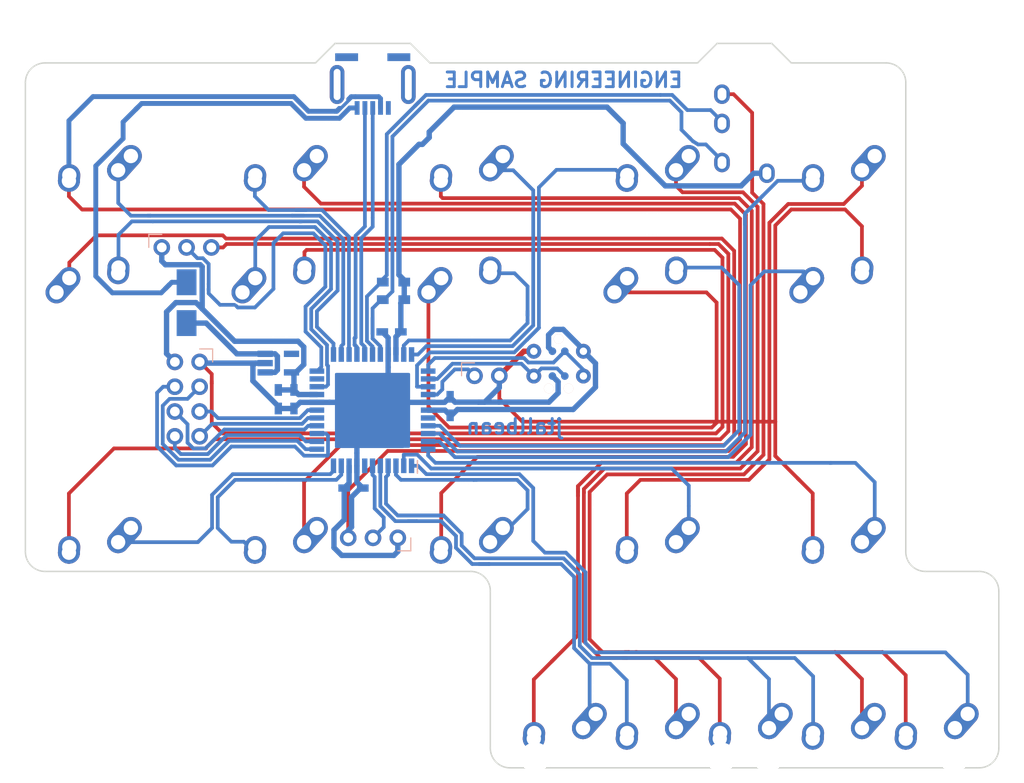
<source format=kicad_pcb>
(kicad_pcb (version 4) (host pcbnew 4.0.7)

  (general
    (links 136)
    (no_connects 11)
    (area 45.314899 36.174999 145.185101 110.535101)
    (thickness 1.6)
    (drawings 26)
    (tracks 698)
    (zones 0)
    (modules 44)
    (nets 43)
  )

  (page A4)
  (layers
    (0 F.Cu signal)
    (31 B.Cu signal)
    (32 B.Adhes user)
    (33 F.Adhes user)
    (34 B.Paste user)
    (35 F.Paste user)
    (36 B.SilkS user)
    (37 F.SilkS user)
    (38 B.Mask user)
    (39 F.Mask user)
    (40 Dwgs.User user hide)
    (41 Cmts.User user)
    (42 Eco1.User user)
    (43 Eco2.User user)
    (44 Edge.Cuts user)
    (45 Margin user)
    (46 B.CrtYd user)
    (47 F.CrtYd user)
    (48 B.Fab user)
    (49 F.Fab user)
  )

  (setup
    (last_trace_width 0.25)
    (user_trace_width 0.254)
    (user_trace_width 0.381)
    (user_trace_width 0.5)
    (user_trace_width 0.55)
    (user_trace_width 1)
    (trace_clearance 0.2)
    (zone_clearance 0.508)
    (zone_45_only no)
    (trace_min 0.2)
    (segment_width 0.2)
    (edge_width 0.15)
    (via_size 0.6)
    (via_drill 0.4)
    (via_min_size 0.4)
    (via_min_drill 0.3)
    (user_via 0.6 0.3)
    (uvia_size 0.3)
    (uvia_drill 0.1)
    (uvias_allowed no)
    (uvia_min_size 0.2)
    (uvia_min_drill 0.1)
    (pcb_text_width 0.3)
    (pcb_text_size 1.5 1.5)
    (mod_edge_width 0.15)
    (mod_text_size 1 1)
    (mod_text_width 0.15)
    (pad_size 2.25 2.25)
    (pad_drill 1.47)
    (pad_to_mask_clearance 0.2)
    (aux_axis_origin 0 0)
    (visible_elements 7FFFF7FF)
    (pcbplotparams
      (layerselection 0x010fc_80000001)
      (usegerberextensions true)
      (excludeedgelayer true)
      (linewidth 0.100000)
      (plotframeref false)
      (viasonmask false)
      (mode 1)
      (useauxorigin false)
      (hpglpennumber 1)
      (hpglpenspeed 20)
      (hpglpendiameter 15)
      (hpglpenoverlay 2)
      (psnegative false)
      (psa4output false)
      (plotreference true)
      (plotvalue true)
      (plotinvisibletext false)
      (padsonsilk false)
      (subtractmaskfromsilk false)
      (outputformat 1)
      (mirror false)
      (drillshape 0)
      (scaleselection 1)
      (outputdirectory gerber_left/))
  )

  (net 0 "")
  (net 1 VCC)
  (net 2 GND)
  (net 3 +5V)
  (net 4 "Net-(F1-Pad2)")
  (net 5 /D-)
  (net 6 /D+)
  (net 7 "Net-(J1-Pad5)")
  (net 8 /PDI)
  (net 9 /RST)
  (net 10 /KEY1)
  (net 11 /KEY2)
  (net 12 /KEY3)
  (net 13 /KEY4)
  (net 14 /KEY5)
  (net 15 /KEY6)
  (net 16 /KEY7)
  (net 17 /KEY8)
  (net 18 /KEY9)
  (net 19 /KEY10)
  (net 20 /KEY11)
  (net 21 /KEY12)
  (net 22 /KEY13)
  (net 23 /KEY14)
  (net 24 /KEY15)
  (net 25 /KEY16)
  (net 26 /KEY17)
  (net 27 /KEY18)
  (net 28 "Net-(U1-Pad4)")
  (net 29 "Net-(U2-Pad7)")
  (net 30 "Net-(U2-Pad21)")
  (net 31 "Net-(U2-Pad40)")
  (net 32 /SCL)
  (net 33 /SDA)
  (net 34 /CE)
  (net 35 /CSN)
  (net 36 /SCK)
  (net 37 /MOSI)
  (net 38 /MISO)
  (net 39 /IRQ)
  (net 40 /UNDER_RGB)
  (net 41 /EXTRA1)
  (net 42 /EXTRA2)

  (net_class Default "This is the default net class."
    (clearance 0.2)
    (trace_width 0.25)
    (via_dia 0.6)
    (via_drill 0.4)
    (uvia_dia 0.3)
    (uvia_drill 0.1)
    (add_net +5V)
    (add_net /CE)
    (add_net /CSN)
    (add_net /D+)
    (add_net /D-)
    (add_net /EXTRA1)
    (add_net /EXTRA2)
    (add_net /IRQ)
    (add_net /KEY1)
    (add_net /KEY10)
    (add_net /KEY11)
    (add_net /KEY12)
    (add_net /KEY13)
    (add_net /KEY14)
    (add_net /KEY15)
    (add_net /KEY16)
    (add_net /KEY17)
    (add_net /KEY18)
    (add_net /KEY2)
    (add_net /KEY3)
    (add_net /KEY4)
    (add_net /KEY5)
    (add_net /KEY6)
    (add_net /KEY7)
    (add_net /KEY8)
    (add_net /KEY9)
    (add_net /MISO)
    (add_net /MOSI)
    (add_net /PDI)
    (add_net /RST)
    (add_net /SCK)
    (add_net /SCL)
    (add_net /SDA)
    (add_net /UNDER_RGB)
    (add_net GND)
    (add_net "Net-(F1-Pad2)")
    (add_net "Net-(J1-Pad5)")
    (add_net "Net-(U1-Pad4)")
    (add_net "Net-(U2-Pad21)")
    (add_net "Net-(U2-Pad40)")
    (add_net "Net-(U2-Pad7)")
    (add_net VCC)
  )

  (module airi_logo:airi_icon-7.6 (layer B.Cu) (tedit 0) (tstamp 5B1606A5)
    (at 80.93 73.84 180)
    (fp_text reference G*** (at 0 0 180) (layer B.SilkS) hide
      (effects (font (thickness 0.3)) (justify mirror))
    )
    (fp_text value LOGO (at 0.75 0 180) (layer B.SilkS) hide
      (effects (font (thickness 0.3)) (justify mirror))
    )
    (fp_poly (pts (xy 0.222072 3.798811) (xy 0.502281 3.772394) (xy 0.781778 3.725747) (xy 0.79756 3.722502)
      (xy 1.055216 3.658744) (xy 1.309094 3.575576) (xy 1.557662 3.473786) (xy 1.799385 3.354161)
      (xy 2.032731 3.217487) (xy 2.256166 3.064551) (xy 2.468156 2.896139) (xy 2.55182 2.822426)
      (xy 2.680344 2.701284) (xy 2.795829 2.58244) (xy 2.903774 2.459876) (xy 3.00968 2.327571)
      (xy 3.037375 2.29108) (xy 3.197427 2.061883) (xy 3.338679 1.825161) (xy 3.461348 1.580429)
      (xy 3.565652 1.327203) (xy 3.651809 1.064999) (xy 3.720038 0.793331) (xy 3.727939 0.755651)
      (xy 3.772923 0.486957) (xy 3.798432 0.216266) (xy 3.804477 -0.05476) (xy 3.791067 -0.32446)
      (xy 3.758214 -0.591174) (xy 3.71849 -0.798805) (xy 3.697275 -0.889136) (xy 3.672748 -0.985222)
      (xy 3.646617 -1.080842) (xy 3.620588 -1.169774) (xy 3.596371 -1.245799) (xy 3.593325 -1.25476)
      (xy 3.568762 -1.321831) (xy 3.537753 -1.399542) (xy 3.502162 -1.483783) (xy 3.46385 -1.570446)
      (xy 3.424684 -1.655423) (xy 3.386524 -1.734603) (xy 3.351237 -1.80388) (xy 3.320684 -1.859144)
      (xy 3.314523 -1.86944) (xy 3.287607 -1.913496) (xy 3.255489 -1.965976) (xy 3.22361 -2.017995)
      (xy 3.211899 -2.03708) (xy 3.188129 -2.073897) (xy 3.154945 -2.122646) (xy 3.115296 -2.179134)
      (xy 3.072132 -2.239165) (xy 3.0284 -2.298545) (xy 3.023142 -2.305577) (xy 2.910194 -2.446934)
      (xy 2.782705 -2.589896) (xy 2.645437 -2.729705) (xy 2.503145 -2.861601) (xy 2.360591 -2.980826)
      (xy 2.305577 -3.023142) (xy 2.246566 -3.06674) (xy 2.186389 -3.110133) (xy 2.129241 -3.150371)
      (xy 2.079317 -3.184506) (xy 2.040811 -3.20959) (xy 2.03708 -3.211899) (xy 1.987811 -3.242114)
      (xy 1.934445 -3.274791) (xy 1.88587 -3.304492) (xy 1.86944 -3.314523) (xy 1.826697 -3.338779)
      (xy 1.769065 -3.368823) (xy 1.700473 -3.402778) (xy 1.624848 -3.438766) (xy 1.546119 -3.474908)
      (xy 1.468216 -3.509326) (xy 1.41224 -3.533067) (xy 1.226737 -3.602496) (xy 1.026841 -3.6633)
      (xy 0.816982 -3.714509) (xy 0.601592 -3.755149) (xy 0.385101 -3.784249) (xy 0.19812 -3.799487)
      (xy 0.128624 -3.803258) (xy 0.073462 -3.805889) (xy 0.027429 -3.807376) (xy -0.014679 -3.807713)
      (xy -0.058065 -3.806897) (xy -0.107934 -3.804921) (xy -0.169489 -3.801781) (xy -0.21844 -3.799103)
      (xy -0.466453 -3.777123) (xy -0.711133 -3.738472) (xy -0.954594 -3.682613) (xy -1.198947 -3.609004)
      (xy -1.446305 -3.517109) (xy -1.6256 -3.440154) (xy -1.751152 -3.37874) (xy -1.885205 -3.304829)
      (xy -2.023117 -3.221422) (xy -2.160246 -3.131521) (xy -2.29195 -3.038126) (xy -2.413586 -2.944238)
      (xy -2.48412 -2.885177) (xy -2.684055 -2.698597) (xy -2.869909 -2.498787) (xy -3.040945 -2.286987)
      (xy -3.196427 -2.064442) (xy -3.335618 -1.832393) (xy -3.457781 -1.592082) (xy -3.562178 -1.344752)
      (xy -3.648074 -1.091645) (xy -3.71473 -0.834004) (xy -3.722502 -0.79756) (xy -3.770295 -0.518121)
      (xy -3.797856 -0.237937) (xy -3.803685 -0.01516) (xy -3.127697 -0.01516) (xy -3.123165 -0.176576)
      (xy -3.112534 -0.334864) (xy -3.095871 -0.484418) (xy -3.092527 -0.508) (xy -3.053489 -0.712477)
      (xy -2.996413 -0.920207) (xy -2.922601 -1.128217) (xy -2.833358 -1.333533) (xy -2.729987 -1.533183)
      (xy -2.613792 -1.724192) (xy -2.486076 -1.903589) (xy -2.473421 -1.919882) (xy -2.309552 -2.112881)
      (xy -2.131535 -2.291566) (xy -1.940291 -2.455253) (xy -1.736742 -2.603259) (xy -1.521812 -2.734897)
      (xy -1.296421 -2.849486) (xy -1.119306 -2.924511) (xy -0.984797 -2.972037) (xy -0.837913 -3.015558)
      (xy -0.685639 -3.053372) (xy -0.534961 -3.083776) (xy -0.392865 -3.105068) (xy -0.36576 -3.108118)
      (xy -0.317881 -3.113189) (xy -0.274537 -3.117816) (xy -0.241636 -3.121367) (xy -0.2286 -3.122803)
      (xy -0.194098 -3.125205) (xy -0.14372 -3.126783) (xy -0.081893 -3.127571) (xy -0.013043 -3.127605)
      (xy 0.058402 -3.126917) (xy 0.128017 -3.125543) (xy 0.191374 -3.123517) (xy 0.244048 -3.120873)
      (xy 0.26924 -3.118952) (xy 0.520779 -3.085687) (xy 0.768699 -3.032859) (xy 1.011406 -2.960948)
      (xy 1.247309 -2.870433) (xy 1.474818 -2.761794) (xy 1.502149 -2.7472) (xy 1.579545 -2.702671)
      (xy 1.666723 -2.64794) (xy 1.758505 -2.586558) (xy 1.849711 -2.522073) (xy 1.935165 -2.458037)
      (xy 2.00152 -2.404853) (xy 2.189294 -2.235257) (xy 2.361308 -2.053134) (xy 2.517153 -1.859266)
      (xy 2.656424 -1.654434) (xy 2.778714 -1.439421) (xy 2.883617 -1.215008) (xy 2.970724 -0.981977)
      (xy 3.039632 -0.741111) (xy 3.089931 -0.493192) (xy 3.119925 -0.253945) (xy 3.12461 -0.178703)
      (xy 3.126963 -0.089408) (xy 3.127107 0.008573) (xy 3.125168 0.109872) (xy 3.121268 0.209122)
      (xy 3.11553 0.300955) (xy 3.10808 0.380004) (xy 3.10471 0.4064) (xy 3.073655 0.590733)
      (xy 3.032882 0.77335) (xy 2.98387 0.948393) (xy 2.928101 1.110006) (xy 2.924511 1.119306)
      (xy 2.825152 1.347974) (xy 2.70894 1.566947) (xy 2.576803 1.775282) (xy 2.429667 1.972036)
      (xy 2.268461 2.156267) (xy 2.094111 2.327031) (xy 1.907545 2.483385) (xy 1.709689 2.624387)
      (xy 1.501472 2.749094) (xy 1.283821 2.856563) (xy 1.1684 2.904859) (xy 1.019827 2.960979)
      (xy 0.882837 3.007275) (xy 0.753185 3.044535) (xy 0.626624 3.073552) (xy 0.49891 3.095114)
      (xy 0.365797 3.110013) (xy 0.223039 3.119038) (xy 0.066392 3.12298) (xy -0.00508 3.123309)
      (xy -0.118252 3.122667) (xy -0.215361 3.120608) (xy -0.300639 3.116766) (xy -0.378317 3.110772)
      (xy -0.452626 3.102259) (xy -0.527798 3.090857) (xy -0.608062 3.076199) (xy -0.65532 3.066737)
      (xy -0.760225 3.041934) (xy -0.876887 3.00867) (xy -0.999631 2.968922) (xy -1.122781 2.92467)
      (xy -1.240662 2.877893) (xy -1.347598 2.83057) (xy -1.385655 2.81212) (xy -1.559885 2.717512)
      (xy -1.732445 2.609181) (xy -1.899509 2.490005) (xy -2.057253 2.362863) (xy -2.201851 2.230633)
      (xy -2.314596 2.113009) (xy -2.479231 1.914491) (xy -2.626163 1.707067) (xy -2.755061 1.491441)
      (xy -2.865597 1.268313) (xy -2.95744 1.038385) (xy -3.030262 0.802359) (xy -3.083732 0.560938)
      (xy -3.104009 0.4318) (xy -3.118187 0.294634) (xy -3.12606 0.143778) (xy -3.127697 -0.01516)
      (xy -3.803685 -0.01516) (xy -3.805192 0.042404) (xy -3.79231 0.322309) (xy -3.759218 0.601189)
      (xy -3.705922 0.878452) (xy -3.702303 0.89408) (xy -3.640805 1.119717) (xy -3.561555 1.348215)
      (xy -3.466059 1.575954) (xy -3.355825 1.799314) (xy -3.24369 1.996176) (xy -3.116561 2.188717)
      (xy -2.97175 2.37873) (xy -2.811896 2.563399) (xy -2.639634 2.739908) (xy -2.457602 2.905442)
      (xy -2.268437 3.057185) (xy -2.209536 3.100428) (xy -1.998924 3.240625) (xy -1.776464 3.367745)
      (xy -1.545366 3.480319) (xy -1.308841 3.576878) (xy -1.070099 3.655952) (xy -0.89408 3.702303)
      (xy -0.616926 3.756741) (xy -0.338122 3.790977) (xy -0.058259 3.805002) (xy 0.222072 3.798811)) (layer B.Mask) (width 0.01))
    (fp_poly (pts (xy 1.69672 0.34544) (xy 1.016 0.34544) (xy 1.016 1.02616) (xy 0.675504 1.02616)
      (xy 0.335009 1.026161) (xy 0.337684 0.68326) (xy 0.34036 0.34036) (xy 0.67818 0.337684)
      (xy 1.016 0.335007) (xy 1.016 -0.33528) (xy 0.33528 -0.33528) (xy 0.33528 -1.69672)
      (xy -0.335136 -1.69672) (xy -0.34036 -0.34036) (xy -0.68326 -0.337684) (xy -1.02616 -0.335009)
      (xy -1.02616 -1.69672) (xy -1.69672 -1.69672) (xy -1.69672 0.687629) (xy -1.02616 0.687629)
      (xy -1.02596 0.606586) (xy -1.025393 0.532082) (xy -1.024505 0.466538) (xy -1.023347 0.412374)
      (xy -1.021965 0.37201) (xy -1.02041 0.347865) (xy -1.019252 0.341919) (xy -1.007789 0.340342)
      (xy -0.978437 0.339051) (xy -0.933627 0.338076) (xy -0.87579 0.337446) (xy -0.807356 0.337192)
      (xy -0.730755 0.337344) (xy -0.676352 0.337686) (xy -0.34036 0.34036) (xy -0.34036 1.02108)
      (xy -0.68326 1.023756) (xy -1.02616 1.026431) (xy -1.02616 0.687629) (xy -1.69672 0.687629)
      (xy -1.69672 1.69672) (xy 1.69672 1.69672) (xy 1.69672 0.34544)) (layer B.Mask) (width 0.01))
    (fp_poly (pts (xy 1.69672 -1.69672) (xy 1.015855 -1.69672) (xy 1.018467 -1.01854) (xy 1.02108 -0.34036)
      (xy 1.69672 -0.335006) (xy 1.69672 -1.69672)) (layer B.Mask) (width 0.01))
  )

  (module Mounting_Holes:MountingHole_2.2mm_M2 locked (layer F.Cu) (tedit 5AFF7FC4) (tstamp 5AFF82F3)
    (at 128.6 94.1)
    (descr "Mounting Hole 2.2mm, no annular, M2")
    (tags "mounting hole 2.2mm no annular m2")
    (fp_text reference M2 (at 0 -3.2) (layer Dwgs.User)
      (effects (font (size 1 1) (thickness 0.15)))
    )
    (fp_text value MountingHole_2.2mm_M2 (at 0 3.2) (layer Dwgs.User)
      (effects (font (size 1 1) (thickness 0.15)))
    )
    (fp_circle (center 0 0) (end 2.2 0) (layer Cmts.User) (width 0.15))
    (fp_circle (center 0 0) (end 2.45 0) (layer F.CrtYd) (width 0.05))
    (pad 1 np_thru_hole circle (at 0 0) (size 2.2 2.2) (drill 2.2) (layers *.Cu *.Mask))
  )

  (module Mounting_Holes:MountingHole_2.2mm_M2 locked (layer F.Cu) (tedit 5AFF7FCB) (tstamp 5AFF832B)
    (at 109.5 94.05)
    (descr "Mounting Hole 2.2mm, no annular, M2")
    (tags "mounting hole 2.2mm no annular m2")
    (fp_text reference M2 (at 0 -3.2) (layer Dwgs.User)
      (effects (font (size 1 1) (thickness 0.15)))
    )
    (fp_text value MountingHole_2.2mm_M2 (at 0 3.2) (layer Dwgs.User)
      (effects (font (size 1 1) (thickness 0.15)))
    )
    (fp_circle (center 0 0) (end 2.2 0) (layer Cmts.User) (width 0.15))
    (fp_circle (center 0 0) (end 2.45 0) (layer F.CrtYd) (width 0.05))
    (pad 1 np_thru_hole circle (at 0 0) (size 2.2 2.2) (drill 2.2) (layers *.Cu *.Mask))
  )

  (module Mounting_Holes:MountingHole_2.2mm_M2 locked (layer F.Cu) (tedit 5AFF7FBD) (tstamp 5AFF833A)
    (at 128.65 54.75)
    (descr "Mounting Hole 2.2mm, no annular, M2")
    (tags "mounting hole 2.2mm no annular m2")
    (fp_text reference M2 (at 0 -3.2) (layer Dwgs.User)
      (effects (font (size 1 1) (thickness 0.15)))
    )
    (fp_text value MountingHole_2.2mm_M2 (at 0 3.2) (layer Dwgs.User)
      (effects (font (size 1 1) (thickness 0.15)))
    )
    (fp_circle (center 0 0) (end 2.2 0) (layer Cmts.User) (width 0.15))
    (fp_circle (center 0 0) (end 2.45 0) (layer F.CrtYd) (width 0.05))
    (pad 1 np_thru_hole circle (at 0 0) (size 2.2 2.2) (drill 2.2) (layers *.Cu *.Mask))
  )

  (module Mounting_Holes:MountingHole_2.2mm_M2 locked (layer F.Cu) (tedit 5AFF7FB6) (tstamp 5AFF8354)
    (at 109.6 54.75)
    (descr "Mounting Hole 2.2mm, no annular, M2")
    (tags "mounting hole 2.2mm no annular m2")
    (fp_text reference M2 (at 0 -3.2) (layer Dwgs.User)
      (effects (font (size 1 1) (thickness 0.15)))
    )
    (fp_text value MountingHole_2.2mm_M2 (at 0 3.2) (layer Dwgs.User)
      (effects (font (size 1 1) (thickness 0.15)))
    )
    (fp_circle (center 0 0) (end 2.2 0) (layer Cmts.User) (width 0.15))
    (fp_circle (center 0 0) (end 2.45 0) (layer F.CrtYd) (width 0.05))
    (pad 1 np_thru_hole circle (at 0 0) (size 2.2 2.2) (drill 2.2) (layers *.Cu *.Mask))
  )

  (module Mounting_Holes:MountingHole_2.2mm_M2 locked (layer F.Cu) (tedit 5AFF7FA4) (tstamp 5AFF83A9)
    (at 61.9 81.1)
    (descr "Mounting Hole 2.2mm, no annular, M2")
    (tags "mounting hole 2.2mm no annular m2")
    (fp_text reference M2 (at 0 -3.2) (layer Dwgs.User)
      (effects (font (size 1 1) (thickness 0.15)))
    )
    (fp_text value MountingHole_2.2mm_M2 (at 0 3.2) (layer Dwgs.User)
      (effects (font (size 1 1) (thickness 0.15)))
    )
    (fp_circle (center 0 0) (end 2.2 0) (layer Cmts.User) (width 0.15))
    (fp_circle (center 0 0) (end 2.45 0) (layer F.CrtYd) (width 0.05))
    (pad 1 np_thru_hole circle (at 0 0) (size 2.2 2.2) (drill 2.2) (layers *.Cu *.Mask))
  )

  (module Mounting_Holes:MountingHole_2.2mm_M2 locked (layer F.Cu) (tedit 5AFF7FB0) (tstamp 5AFF83B6)
    (at 61.9 47.5)
    (descr "Mounting Hole 2.2mm, no annular, M2")
    (tags "mounting hole 2.2mm no annular m2")
    (fp_text reference M2 (at 0 -3.2) (layer Dwgs.User)
      (effects (font (size 1 1) (thickness 0.15)))
    )
    (fp_text value MountingHole_2.2mm_M2 (at 0 3.2) (layer Dwgs.User)
      (effects (font (size 1 1) (thickness 0.15)))
    )
    (fp_circle (center 0 0) (end 2.2 0) (layer Cmts.User) (width 0.15))
    (fp_circle (center 0 0) (end 2.45 0) (layer F.CrtYd) (width 0.05))
    (pad 1 np_thru_hole circle (at 0 0) (size 2.2 2.2) (drill 2.2) (layers *.Cu *.Mask))
  )

  (module lib_fp:C_0603_HandSoldering (layer B.Cu) (tedit 5B17511F) (tstamp 5B188AF1)
    (at 72.9 72.7 270)
    (descr "Capacitor SMD 0603, hand soldering")
    (tags "capacitor 0603")
    (path /5AFE0A9B)
    (attr smd)
    (fp_text reference C1 (at 3 0 270) (layer B.SilkS) hide
      (effects (font (size 1 1) (thickness 0.15)) (justify mirror))
    )
    (fp_text value 10uF (at 0 -1.5 270) (layer B.Fab)
      (effects (font (size 1 1) (thickness 0.15)) (justify mirror))
    )
    (fp_text user %R (at 0 1.25 270) (layer B.Fab)
      (effects (font (size 1 1) (thickness 0.15)) (justify mirror))
    )
    (fp_line (start -0.8 -0.4) (end -0.8 0.4) (layer B.Fab) (width 0.1))
    (fp_line (start 0.8 -0.4) (end -0.8 -0.4) (layer B.Fab) (width 0.1))
    (fp_line (start 0.8 0.4) (end 0.8 -0.4) (layer B.Fab) (width 0.1))
    (fp_line (start -0.8 0.4) (end 0.8 0.4) (layer B.Fab) (width 0.1))
    (fp_line (start -0.35 0.6) (end 0.35 0.6) (layer Dwgs.User) (width 0.12))
    (fp_line (start 0.35 -0.6) (end -0.35 -0.6) (layer Dwgs.User) (width 0.12))
    (fp_line (start -1.8 0.65) (end 1.8 0.65) (layer B.CrtYd) (width 0.05))
    (fp_line (start -1.8 0.65) (end -1.8 -0.65) (layer B.CrtYd) (width 0.05))
    (fp_line (start 1.8 -0.65) (end 1.8 0.65) (layer B.CrtYd) (width 0.05))
    (fp_line (start 1.8 -0.65) (end -1.8 -0.65) (layer B.CrtYd) (width 0.05))
    (pad 1 smd rect (at -0.95 0 270) (size 1.2 0.75) (layers B.Cu B.Paste B.Mask)
      (net 1 VCC))
    (pad 2 smd rect (at 0.95 0 270) (size 1.2 0.75) (layers B.Cu B.Paste B.Mask)
      (net 2 GND))
    (model Capacitors_SMD.3dshapes/C_0603.wrl
      (at (xyz 0 0 0))
      (scale (xyz 1 1 1))
      (rotate (xyz 0 0 0))
    )
  )

  (module lib_fp:C_0603_HandSoldering (layer B.Cu) (tedit 5B17511F) (tstamp 5B188B01)
    (at 71.3 72.7 270)
    (descr "Capacitor SMD 0603, hand soldering")
    (tags "capacitor 0603")
    (path /5AFE1033)
    (attr smd)
    (fp_text reference C2 (at 3 0 270) (layer B.SilkS) hide
      (effects (font (size 1 1) (thickness 0.15)) (justify mirror))
    )
    (fp_text value 0.1uF (at 0 -1.5 270) (layer B.Fab)
      (effects (font (size 1 1) (thickness 0.15)) (justify mirror))
    )
    (fp_text user %R (at 0 1.25 270) (layer B.Fab)
      (effects (font (size 1 1) (thickness 0.15)) (justify mirror))
    )
    (fp_line (start -0.8 -0.4) (end -0.8 0.4) (layer B.Fab) (width 0.1))
    (fp_line (start 0.8 -0.4) (end -0.8 -0.4) (layer B.Fab) (width 0.1))
    (fp_line (start 0.8 0.4) (end 0.8 -0.4) (layer B.Fab) (width 0.1))
    (fp_line (start -0.8 0.4) (end 0.8 0.4) (layer B.Fab) (width 0.1))
    (fp_line (start -0.35 0.6) (end 0.35 0.6) (layer Dwgs.User) (width 0.12))
    (fp_line (start 0.35 -0.6) (end -0.35 -0.6) (layer Dwgs.User) (width 0.12))
    (fp_line (start -1.8 0.65) (end 1.8 0.65) (layer B.CrtYd) (width 0.05))
    (fp_line (start -1.8 0.65) (end -1.8 -0.65) (layer B.CrtYd) (width 0.05))
    (fp_line (start 1.8 -0.65) (end 1.8 0.65) (layer B.CrtYd) (width 0.05))
    (fp_line (start 1.8 -0.65) (end -1.8 -0.65) (layer B.CrtYd) (width 0.05))
    (pad 1 smd rect (at -0.95 0 270) (size 1.2 0.75) (layers B.Cu B.Paste B.Mask)
      (net 1 VCC))
    (pad 2 smd rect (at 0.95 0 270) (size 1.2 0.75) (layers B.Cu B.Paste B.Mask)
      (net 2 GND))
    (model Capacitors_SMD.3dshapes/C_0603.wrl
      (at (xyz 0 0 0))
      (scale (xyz 1 1 1))
      (rotate (xyz 0 0 0))
    )
  )

  (module lib_fp:C_0603_HandSoldering (layer B.Cu) (tedit 5B17511F) (tstamp 5B188B11)
    (at 79 81.8)
    (descr "Capacitor SMD 0603, hand soldering")
    (tags "capacitor 0603")
    (path /5AFE107D)
    (attr smd)
    (fp_text reference C3 (at 3 0) (layer B.SilkS) hide
      (effects (font (size 1 1) (thickness 0.15)) (justify mirror))
    )
    (fp_text value 0.1uF (at 0 -1.5) (layer B.Fab)
      (effects (font (size 1 1) (thickness 0.15)) (justify mirror))
    )
    (fp_text user %R (at 0 1.25) (layer B.Fab)
      (effects (font (size 1 1) (thickness 0.15)) (justify mirror))
    )
    (fp_line (start -0.8 -0.4) (end -0.8 0.4) (layer B.Fab) (width 0.1))
    (fp_line (start 0.8 -0.4) (end -0.8 -0.4) (layer B.Fab) (width 0.1))
    (fp_line (start 0.8 0.4) (end 0.8 -0.4) (layer B.Fab) (width 0.1))
    (fp_line (start -0.8 0.4) (end 0.8 0.4) (layer B.Fab) (width 0.1))
    (fp_line (start -0.35 0.6) (end 0.35 0.6) (layer Dwgs.User) (width 0.12))
    (fp_line (start 0.35 -0.6) (end -0.35 -0.6) (layer Dwgs.User) (width 0.12))
    (fp_line (start -1.8 0.65) (end 1.8 0.65) (layer B.CrtYd) (width 0.05))
    (fp_line (start -1.8 0.65) (end -1.8 -0.65) (layer B.CrtYd) (width 0.05))
    (fp_line (start 1.8 -0.65) (end 1.8 0.65) (layer B.CrtYd) (width 0.05))
    (fp_line (start 1.8 -0.65) (end -1.8 -0.65) (layer B.CrtYd) (width 0.05))
    (pad 1 smd rect (at -0.95 0) (size 1.2 0.75) (layers B.Cu B.Paste B.Mask)
      (net 1 VCC))
    (pad 2 smd rect (at 0.95 0) (size 1.2 0.75) (layers B.Cu B.Paste B.Mask)
      (net 2 GND))
    (model Capacitors_SMD.3dshapes/C_0603.wrl
      (at (xyz 0 0 0))
      (scale (xyz 1 1 1))
      (rotate (xyz 0 0 0))
    )
  )

  (module lib_fp:C_0603_HandSoldering (layer B.Cu) (tedit 5B17511F) (tstamp 5B188B21)
    (at 88.9 73.4 90)
    (descr "Capacitor SMD 0603, hand soldering")
    (tags "capacitor 0603")
    (path /5AFE10BE)
    (attr smd)
    (fp_text reference C4 (at 3 0 90) (layer B.SilkS) hide
      (effects (font (size 1 1) (thickness 0.15)) (justify mirror))
    )
    (fp_text value 0.1uF (at 0 -1.5 90) (layer B.Fab)
      (effects (font (size 1 1) (thickness 0.15)) (justify mirror))
    )
    (fp_text user %R (at 0 1.25 90) (layer B.Fab)
      (effects (font (size 1 1) (thickness 0.15)) (justify mirror))
    )
    (fp_line (start -0.8 -0.4) (end -0.8 0.4) (layer B.Fab) (width 0.1))
    (fp_line (start 0.8 -0.4) (end -0.8 -0.4) (layer B.Fab) (width 0.1))
    (fp_line (start 0.8 0.4) (end 0.8 -0.4) (layer B.Fab) (width 0.1))
    (fp_line (start -0.8 0.4) (end 0.8 0.4) (layer B.Fab) (width 0.1))
    (fp_line (start -0.35 0.6) (end 0.35 0.6) (layer Dwgs.User) (width 0.12))
    (fp_line (start 0.35 -0.6) (end -0.35 -0.6) (layer Dwgs.User) (width 0.12))
    (fp_line (start -1.8 0.65) (end 1.8 0.65) (layer B.CrtYd) (width 0.05))
    (fp_line (start -1.8 0.65) (end -1.8 -0.65) (layer B.CrtYd) (width 0.05))
    (fp_line (start 1.8 -0.65) (end 1.8 0.65) (layer B.CrtYd) (width 0.05))
    (fp_line (start 1.8 -0.65) (end -1.8 -0.65) (layer B.CrtYd) (width 0.05))
    (pad 1 smd rect (at -0.95 0 90) (size 1.2 0.75) (layers B.Cu B.Paste B.Mask)
      (net 1 VCC))
    (pad 2 smd rect (at 0.95 0 90) (size 1.2 0.75) (layers B.Cu B.Paste B.Mask)
      (net 2 GND))
    (model Capacitors_SMD.3dshapes/C_0603.wrl
      (at (xyz 0 0 0))
      (scale (xyz 1 1 1))
      (rotate (xyz 0 0 0))
    )
  )

  (module lib_fp:C_0603_HandSoldering (layer B.Cu) (tedit 5B17511F) (tstamp 5B188B31)
    (at 82.9 65.8 180)
    (descr "Capacitor SMD 0603, hand soldering")
    (tags "capacitor 0603")
    (path /5AFE112E)
    (attr smd)
    (fp_text reference C5 (at 3 0 180) (layer B.SilkS) hide
      (effects (font (size 1 1) (thickness 0.15)) (justify mirror))
    )
    (fp_text value 0.1uF (at 0 -1.5 180) (layer B.Fab)
      (effects (font (size 1 1) (thickness 0.15)) (justify mirror))
    )
    (fp_text user %R (at 0 1.25 180) (layer B.Fab)
      (effects (font (size 1 1) (thickness 0.15)) (justify mirror))
    )
    (fp_line (start -0.8 -0.4) (end -0.8 0.4) (layer B.Fab) (width 0.1))
    (fp_line (start 0.8 -0.4) (end -0.8 -0.4) (layer B.Fab) (width 0.1))
    (fp_line (start 0.8 0.4) (end 0.8 -0.4) (layer B.Fab) (width 0.1))
    (fp_line (start -0.8 0.4) (end 0.8 0.4) (layer B.Fab) (width 0.1))
    (fp_line (start -0.35 0.6) (end 0.35 0.6) (layer Dwgs.User) (width 0.12))
    (fp_line (start 0.35 -0.6) (end -0.35 -0.6) (layer Dwgs.User) (width 0.12))
    (fp_line (start -1.8 0.65) (end 1.8 0.65) (layer B.CrtYd) (width 0.05))
    (fp_line (start -1.8 0.65) (end -1.8 -0.65) (layer B.CrtYd) (width 0.05))
    (fp_line (start 1.8 -0.65) (end 1.8 0.65) (layer B.CrtYd) (width 0.05))
    (fp_line (start 1.8 -0.65) (end -1.8 -0.65) (layer B.CrtYd) (width 0.05))
    (pad 1 smd rect (at -0.95 0 180) (size 1.2 0.75) (layers B.Cu B.Paste B.Mask)
      (net 1 VCC))
    (pad 2 smd rect (at 0.95 0 180) (size 1.2 0.75) (layers B.Cu B.Paste B.Mask)
      (net 2 GND))
    (model Capacitors_SMD.3dshapes/C_0603.wrl
      (at (xyz 0 0 0))
      (scale (xyz 1 1 1))
      (rotate (xyz 0 0 0))
    )
  )

  (module lib_fp:Fuse_SMD1206_HandSoldering (layer B.Cu) (tedit 5B1751D1) (tstamp 5B188B41)
    (at 61.9 62.81 90)
    (descr "Fuse, Sicherung, SMD1206, Littlefuse-Wickmann 433 Series, Hand Soldering,")
    (tags "Fuse Sicherung SMD1206 Littlefuse-Wickmann 433 Series Hand Soldering ")
    (path /5AFE1E18)
    (attr smd)
    (fp_text reference F1 (at -0.05 2.2 90) (layer B.SilkS) hide
      (effects (font (size 1 1) (thickness 0.15)) (justify mirror))
    )
    (fp_text value Fuse (at -0.15 -2.5 90) (layer B.Fab)
      (effects (font (size 1 1) (thickness 0.15)) (justify mirror))
    )
    (fp_line (start -1.6 -0.8) (end -1.6 0.8) (layer B.Fab) (width 0.1))
    (fp_line (start 1.6 -0.8) (end -1.6 -0.8) (layer B.Fab) (width 0.1))
    (fp_line (start 1.6 0.8) (end 1.6 -0.8) (layer B.Fab) (width 0.1))
    (fp_line (start -1.6 0.8) (end 1.6 0.8) (layer B.Fab) (width 0.1))
    (fp_line (start 1 -1.07) (end -1 -1.07) (layer Dwgs.User) (width 0.12))
    (fp_line (start -1 1.07) (end 1 1.07) (layer Dwgs.User) (width 0.12))
    (fp_line (start -3.35 1.58) (end 3.35 1.58) (layer B.CrtYd) (width 0.05))
    (fp_line (start -3.35 1.58) (end -3.35 -1.58) (layer B.CrtYd) (width 0.05))
    (fp_line (start 3.35 -1.58) (end 3.35 1.58) (layer B.CrtYd) (width 0.05))
    (fp_line (start 3.35 -1.58) (end -3.35 -1.58) (layer B.CrtYd) (width 0.05))
    (pad 1 smd rect (at -2.09 0) (size 2.03 2.65) (layers B.Cu B.Paste B.Mask)
      (net 3 +5V))
    (pad 2 smd rect (at 2.09 0) (size 2.03 2.65) (layers B.Cu B.Paste B.Mask)
      (net 4 "Net-(F1-Pad2)"))
  )

  (module lib_fp:USB_miniB_hirose_5S8 (layer B.Cu) (tedit 5B16D733) (tstamp 5B188B50)
    (at 80.97 42.86)
    (descr "USB miniB hirose UX60SC-MB-5S8")
    (tags "USB miniB hirose through hole UX60SC-MB-5S8")
    (path /5AFE0641)
    (fp_text reference J1 (at 0 -2.45) (layer B.SilkS) hide
      (effects (font (size 0.8128 0.8128) (thickness 0.2032)) (justify mirror))
    )
    (fp_text value USB_B (at 0 -7.95) (layer Dwgs.User) hide
      (effects (font (thickness 0.3048)))
    )
    (fp_line (start 3.85 0.4) (end 3.85 -6.1) (layer Dwgs.User) (width 0.2))
    (fp_line (start -3.85 0.4) (end -3.85 -6.1) (layer Dwgs.User) (width 0.2))
    (fp_line (start -3.85 0.4) (end 3.85 0.4) (layer Dwgs.User) (width 0.2))
    (fp_line (start -1 -6.1) (end 1 -6.1) (layer Dwgs.User) (width 0.2))
    (fp_line (start -3.85 -6.6) (end -3.85 -5.7) (layer Dwgs.User) (width 0.2))
    (fp_line (start 3.85 -6.6) (end 3.85 -5.7) (layer Dwgs.User) (width 0.2))
    (fp_text user "PCB edge" (at -0.05 -5.35) (layer Dwgs.User) hide
      (effects (font (size 0.5 0.5) (thickness 0.125)))
    )
    (fp_line (start -3.85 -6.6) (end 3.85 -6.6) (layer Dwgs.User) (width 0.2))
    (pad 6 smd rect (at 2.675 -5.2) (size 2.35 0.8) (layers B.Cu B.Paste B.Mask))
    (pad 6 smd rect (at -2.675 -5.2) (size 2.35 0.8) (layers B.Cu B.Paste B.Mask))
    (pad 1 smd rect (at -1.6 0) (size 0.5 1.4) (layers B.Cu B.Paste B.Mask)
      (net 4 "Net-(F1-Pad2)"))
    (pad 2 smd rect (at -0.8 0) (size 0.5 1.4) (layers B.Cu B.Paste B.Mask)
      (net 5 /D-))
    (pad 3 smd rect (at 0 0) (size 0.5 1.4) (layers B.Cu B.Paste B.Mask)
      (net 6 /D+))
    (pad 4 smd rect (at 0.8 0) (size 0.5 1.4) (layers B.Cu B.Paste B.Mask)
      (net 2 GND))
    (pad 5 smd rect (at 1.6 0) (size 0.5 1.4) (layers B.Cu B.Paste B.Mask)
      (net 7 "Net-(J1-Pad5)"))
    (pad 6 thru_hole oval (at -3.65 -2.4) (size 1.5 4) (drill oval 0.7 3.2) (layers *.Cu *.Mask B.Paste))
    (pad 6 thru_hole oval (at 3.65 -2.4) (size 1.5 4) (drill oval 0.7 3.2) (layers *.Cu *.Mask B.Paste))
  )

  (module lib_fp:TRRS-PJ-320A (layer B.Cu) (tedit 5B16D70D) (tstamp 5B188B64)
    (at 119.05 38.25 180)
    (path /5AFE070A)
    (fp_text reference J2 (at 0 -14.2 180) (layer Dwgs.User)
      (effects (font (size 1 1) (thickness 0.15)))
    )
    (fp_text value Audio-Jack-4 (at 0 5.6 180) (layer B.Fab)
      (effects (font (size 1 1) (thickness 0.15)) (justify mirror))
    )
    (fp_line (start 2.8 2) (end -2.8 2) (layer Dwgs.User) (width 0.15))
    (fp_line (start -2.8 0) (end -2.8 2) (layer Dwgs.User) (width 0.15))
    (fp_line (start 2.8 0) (end 2.8 2) (layer Dwgs.User) (width 0.15))
    (fp_line (start -3.05 0) (end -3.05 -12.1) (layer Dwgs.User) (width 0.15))
    (fp_line (start 3.05 0) (end 3.05 -12.1) (layer Dwgs.User) (width 0.15))
    (fp_line (start 3.05 -12.1) (end -3.05 -12.1) (layer Dwgs.User) (width 0.15))
    (fp_line (start 3.05 0) (end -3.05 0) (layer Dwgs.User) (width 0.15))
    (pad 1 thru_hole oval (at -2.3 -11.3 180) (size 1.6 2) (drill oval 0.9 1.3) (layers *.Cu *.Mask)
      (net 1 VCC))
    (pad 2 thru_hole oval (at 2.3 -10.2 180) (size 1.6 2) (drill oval 0.9 1.3) (layers *.Cu *.Mask)
      (net 32 /SCL))
    (pad 4 thru_hole oval (at 2.3 -3.2 180) (size 1.6 2) (drill oval 0.9 1.3) (layers *.Cu *.Mask)
      (net 2 GND))
    (pad "" np_thru_hole circle (at 0 -8.6 180) (size 0.8 0.8) (drill 0.8) (layers *.Cu *.Mask))
    (pad "" np_thru_hole circle (at 0 -1.6 180) (size 0.8 0.8) (drill 0.8) (layers *.Cu *.Mask))
    (pad 3 thru_hole oval (at 2.3 -6.2 180) (size 1.6 2) (drill oval 0.9 1.3) (layers *.Cu *.Mask)
      (net 33 /SDA))
  )

  (module lib_fp:Pin_Header_Straight_2x04_Pitch2.54mm (layer B.Cu) (tedit 5B16D924) (tstamp 5B188B74)
    (at 63.24 68.88 180)
    (descr "Through hole straight pin header, 2x04, 2.54mm pitch, double rows")
    (tags "Through hole pin header THT 2x04 2.54mm double row")
    (path /5B14A652)
    (fp_text reference J3 (at 1.27 2.33 180) (layer B.SilkS) hide
      (effects (font (size 1 1) (thickness 0.15)) (justify mirror))
    )
    (fp_text value Conn_02x04_Odd_Even (at 1.27 -9.95 180) (layer B.Fab)
      (effects (font (size 1 1) (thickness 0.15)) (justify mirror))
    )
    (fp_line (start 0 1.27) (end 3.81 1.27) (layer B.Fab) (width 0.1))
    (fp_line (start 3.81 1.27) (end 3.81 -8.89) (layer B.Fab) (width 0.1))
    (fp_line (start 3.81 -8.89) (end -1.27 -8.89) (layer B.Fab) (width 0.1))
    (fp_line (start -1.27 -8.89) (end -1.27 0) (layer B.Fab) (width 0.1))
    (fp_line (start -1.27 0) (end 0 1.27) (layer B.Fab) (width 0.1))
    (fp_line (start -1.33 -8.95) (end 3.87 -8.95) (layer Dwgs.User) (width 0.12))
    (fp_line (start -1.33 -1.27) (end -1.33 -8.95) (layer Dwgs.User) (width 0.12))
    (fp_line (start 3.87 1.33) (end 3.87 -8.95) (layer Dwgs.User) (width 0.12))
    (fp_line (start -1.33 -1.27) (end 1.27 -1.27) (layer Dwgs.User) (width 0.12))
    (fp_line (start 1.27 -1.27) (end 1.27 1.33) (layer Dwgs.User) (width 0.12))
    (fp_line (start 1.27 1.33) (end 3.87 1.33) (layer Dwgs.User) (width 0.12))
    (fp_line (start -1.33 0) (end -1.33 1.33) (layer B.SilkS) (width 0.12))
    (fp_line (start -1.33 1.33) (end 0 1.33) (layer B.SilkS) (width 0.12))
    (fp_line (start -1.8 1.8) (end -1.8 -9.4) (layer B.CrtYd) (width 0.05))
    (fp_line (start -1.8 -9.4) (end 4.35 -9.4) (layer B.CrtYd) (width 0.05))
    (fp_line (start 4.35 -9.4) (end 4.35 1.8) (layer B.CrtYd) (width 0.05))
    (fp_line (start 4.35 1.8) (end -1.8 1.8) (layer B.CrtYd) (width 0.05))
    (fp_text user %R (at 1.27 -3.81 450) (layer B.Fab)
      (effects (font (size 1 1) (thickness 0.15)) (justify mirror))
    )
    (pad 1 thru_hole circle (at 0 0 180) (size 1.7 1.7) (drill 1) (layers *.Cu *.Mask)
      (net 2 GND))
    (pad 2 thru_hole oval (at 2.54 0 180) (size 1.7 1.7) (drill 1) (layers *.Cu *.Mask)
      (net 1 VCC))
    (pad 3 thru_hole oval (at 0 -2.54 180) (size 1.7 1.7) (drill 1) (layers *.Cu *.Mask)
      (net 34 /CE))
    (pad 4 thru_hole oval (at 2.54 -2.54 180) (size 1.7 1.7) (drill 1) (layers *.Cu *.Mask)
      (net 35 /CSN))
    (pad 5 thru_hole oval (at 0 -5.08 180) (size 1.7 1.7) (drill 1) (layers *.Cu *.Mask)
      (net 36 /SCK))
    (pad 6 thru_hole oval (at 2.54 -5.08 180) (size 1.7 1.7) (drill 1) (layers *.Cu *.Mask)
      (net 37 /MOSI))
    (pad 7 thru_hole oval (at 0 -7.62 180) (size 1.7 1.7) (drill 1) (layers *.Cu *.Mask)
      (net 38 /MISO))
    (pad 8 thru_hole oval (at 2.54 -7.62 180) (size 1.7 1.7) (drill 1) (layers *.Cu *.Mask)
      (net 39 /IRQ))
    (model ${KISYS3DMOD}/Pin_Headers.3dshapes/Pin_Header_Straight_2x04_Pitch2.54mm.wrl
      (at (xyz 0 0 0))
      (scale (xyz 1 1 1))
      (rotate (xyz 0 0 0))
    )
  )

  (module lib_fp:Pin_Header_Straight_1x03_Pitch2.54mm (layer B.Cu) (tedit 5B16D858) (tstamp 5B188B91)
    (at 83.54 86.9 90)
    (descr "Through hole straight pin header, 1x03, 2.54mm pitch, single row")
    (tags "Through hole pin header THT 1x03 2.54mm single row")
    (path /5B15D849)
    (fp_text reference J4 (at 0 2.33 90) (layer B.SilkS) hide
      (effects (font (size 1 1) (thickness 0.15)) (justify mirror))
    )
    (fp_text value Conn_01x03 (at 0 -7.41 90) (layer B.Fab)
      (effects (font (size 1 1) (thickness 0.15)) (justify mirror))
    )
    (fp_line (start -0.635 1.27) (end 1.27 1.27) (layer B.Fab) (width 0.1))
    (fp_line (start 1.27 1.27) (end 1.27 -6.35) (layer B.Fab) (width 0.1))
    (fp_line (start 1.27 -6.35) (end -1.27 -6.35) (layer B.Fab) (width 0.1))
    (fp_line (start -1.27 -6.35) (end -1.27 0.635) (layer B.Fab) (width 0.1))
    (fp_line (start -1.27 0.635) (end -0.635 1.27) (layer B.Fab) (width 0.1))
    (fp_line (start -1.33 -6.41) (end 1.33 -6.41) (layer Dwgs.User) (width 0.12))
    (fp_line (start -1.33 -1.27) (end -1.33 -6.41) (layer Dwgs.User) (width 0.12))
    (fp_line (start 1.33 -1.27) (end 1.33 -6.41) (layer Dwgs.User) (width 0.12))
    (fp_line (start -1.33 -1.27) (end 1.33 -1.27) (layer Dwgs.User) (width 0.12))
    (fp_line (start -1.33 0) (end -1.33 1.33) (layer B.SilkS) (width 0.12))
    (fp_line (start -1.33 1.33) (end 0 1.33) (layer B.SilkS) (width 0.12))
    (fp_line (start -1.8 1.8) (end -1.8 -6.85) (layer B.CrtYd) (width 0.05))
    (fp_line (start -1.8 -6.85) (end 1.8 -6.85) (layer B.CrtYd) (width 0.05))
    (fp_line (start 1.8 -6.85) (end 1.8 1.8) (layer B.CrtYd) (width 0.05))
    (fp_line (start 1.8 1.8) (end -1.8 1.8) (layer B.CrtYd) (width 0.05))
    (fp_text user %R (at 0 -2.54 360) (layer B.Fab)
      (effects (font (size 1 1) (thickness 0.15)) (justify mirror))
    )
    (pad 1 thru_hole circle (at 0 0 90) (size 1.7 1.7) (drill 1) (layers *.Cu *.Mask)
      (net 1 VCC))
    (pad 2 thru_hole oval (at 0 -2.54 90) (size 1.7 1.7) (drill 1) (layers *.Cu *.Mask)
      (net 40 /UNDER_RGB))
    (pad 3 thru_hole oval (at 0 -5.08 90) (size 1.7 1.7) (drill 1) (layers *.Cu *.Mask)
      (net 2 GND))
    (model ${KISYS3DMOD}/Pin_Headers.3dshapes/Pin_Header_Straight_1x03_Pitch2.54mm.wrl
      (at (xyz 0 0 0))
      (scale (xyz 1 1 1))
      (rotate (xyz 0 0 0))
    )
  )

  (module lib_fp:Pin_Header_Straight_1x03_Pitch2.54mm (layer B.Cu) (tedit 5B16D858) (tstamp 5B188BA7)
    (at 59.36 57.15 270)
    (descr "Through hole straight pin header, 1x03, 2.54mm pitch, single row")
    (tags "Through hole pin header THT 1x03 2.54mm single row")
    (path /5B15DE45)
    (fp_text reference J5 (at 0 2.33 270) (layer B.SilkS) hide
      (effects (font (size 1 1) (thickness 0.15)) (justify mirror))
    )
    (fp_text value Conn_01x03 (at 0 -7.41 270) (layer B.Fab)
      (effects (font (size 1 1) (thickness 0.15)) (justify mirror))
    )
    (fp_line (start -0.635 1.27) (end 1.27 1.27) (layer B.Fab) (width 0.1))
    (fp_line (start 1.27 1.27) (end 1.27 -6.35) (layer B.Fab) (width 0.1))
    (fp_line (start 1.27 -6.35) (end -1.27 -6.35) (layer B.Fab) (width 0.1))
    (fp_line (start -1.27 -6.35) (end -1.27 0.635) (layer B.Fab) (width 0.1))
    (fp_line (start -1.27 0.635) (end -0.635 1.27) (layer B.Fab) (width 0.1))
    (fp_line (start -1.33 -6.41) (end 1.33 -6.41) (layer Dwgs.User) (width 0.12))
    (fp_line (start -1.33 -1.27) (end -1.33 -6.41) (layer Dwgs.User) (width 0.12))
    (fp_line (start 1.33 -1.27) (end 1.33 -6.41) (layer Dwgs.User) (width 0.12))
    (fp_line (start -1.33 -1.27) (end 1.33 -1.27) (layer Dwgs.User) (width 0.12))
    (fp_line (start -1.33 0) (end -1.33 1.33) (layer B.SilkS) (width 0.12))
    (fp_line (start -1.33 1.33) (end 0 1.33) (layer B.SilkS) (width 0.12))
    (fp_line (start -1.8 1.8) (end -1.8 -6.85) (layer B.CrtYd) (width 0.05))
    (fp_line (start -1.8 -6.85) (end 1.8 -6.85) (layer B.CrtYd) (width 0.05))
    (fp_line (start 1.8 -6.85) (end 1.8 1.8) (layer B.CrtYd) (width 0.05))
    (fp_line (start 1.8 1.8) (end -1.8 1.8) (layer B.CrtYd) (width 0.05))
    (fp_text user %R (at 0 -2.54 540) (layer B.Fab)
      (effects (font (size 1 1) (thickness 0.15)) (justify mirror))
    )
    (pad 1 thru_hole circle (at 0 0 270) (size 1.7 1.7) (drill 1) (layers *.Cu *.Mask)
      (net 1 VCC))
    (pad 2 thru_hole oval (at 0 -2.54 270) (size 1.7 1.7) (drill 1) (layers *.Cu *.Mask)
      (net 41 /EXTRA1))
    (pad 3 thru_hole oval (at 0 -5.08 270) (size 1.7 1.7) (drill 1) (layers *.Cu *.Mask)
      (net 2 GND))
    (model ${KISYS3DMOD}/Pin_Headers.3dshapes/Pin_Header_Straight_1x03_Pitch2.54mm.wrl
      (at (xyz 0 0 0))
      (scale (xyz 1 1 1))
      (rotate (xyz 0 0 0))
    )
  )

  (module lib_fp:Pin_Header_Straight_1x02_Pitch2.54mm (layer B.Cu) (tedit 5B16D8A6) (tstamp 5B188BBD)
    (at 91.4 70.3 270)
    (descr "Through hole straight pin header, 1x02, 2.54mm pitch, single row")
    (tags "Through hole pin header THT 1x02 2.54mm single row")
    (path /5B15E1F9)
    (fp_text reference J6 (at 0 2.33 270) (layer B.SilkS) hide
      (effects (font (size 1 1) (thickness 0.15)) (justify mirror))
    )
    (fp_text value Conn_01x02 (at 0 -4.87 270) (layer B.Fab)
      (effects (font (size 1 1) (thickness 0.15)) (justify mirror))
    )
    (fp_line (start -0.635 1.27) (end 1.27 1.27) (layer B.Fab) (width 0.1))
    (fp_line (start 1.27 1.27) (end 1.27 -3.81) (layer B.Fab) (width 0.1))
    (fp_line (start 1.27 -3.81) (end -1.27 -3.81) (layer B.Fab) (width 0.1))
    (fp_line (start -1.27 -3.81) (end -1.27 0.635) (layer B.Fab) (width 0.1))
    (fp_line (start -1.27 0.635) (end -0.635 1.27) (layer B.Fab) (width 0.1))
    (fp_line (start -1.33 -3.87) (end 1.33 -3.87) (layer Dwgs.User) (width 0.12))
    (fp_line (start -1.33 -1.27) (end -1.33 -3.87) (layer Dwgs.User) (width 0.12))
    (fp_line (start 1.33 -1.27) (end 1.33 -3.87) (layer Dwgs.User) (width 0.12))
    (fp_line (start -1.33 -1.27) (end 1.33 -1.27) (layer Dwgs.User) (width 0.12))
    (fp_line (start -1.33 0) (end -1.33 1.33) (layer B.SilkS) (width 0.12))
    (fp_line (start -1.33 1.33) (end 0 1.33) (layer B.SilkS) (width 0.12))
    (fp_line (start -1.8 1.8) (end -1.8 -4.35) (layer B.CrtYd) (width 0.05))
    (fp_line (start -1.8 -4.35) (end 1.8 -4.35) (layer B.CrtYd) (width 0.05))
    (fp_line (start 1.8 -4.35) (end 1.8 1.8) (layer B.CrtYd) (width 0.05))
    (fp_line (start 1.8 1.8) (end -1.8 1.8) (layer B.CrtYd) (width 0.05))
    (fp_text user %R (at 0 -1.27 540) (layer B.Fab)
      (effects (font (size 1 1) (thickness 0.15)) (justify mirror))
    )
    (pad 1 thru_hole circle (at 0 0 270) (size 1.7 1.7) (drill 1) (layers *.Cu *.Mask)
      (net 42 /EXTRA2))
    (pad 2 thru_hole oval (at 0 -2.54 270) (size 1.7 1.7) (drill 1) (layers *.Cu *.Mask)
      (net 2 GND))
    (model ${KISYS3DMOD}/Pin_Headers.3dshapes/Pin_Header_Straight_1x02_Pitch2.54mm.wrl
      (at (xyz 0 0 0))
      (scale (xyz 1 1 1))
      (rotate (xyz 0 0 0))
    )
  )

  (module lib_fp:TC2030-NL_SMALL_AND_IDC_PDI (layer B.Cu) (tedit 5B16D940) (tstamp 5B188BD2)
    (at 100.0125 69.05625 270)
    (descr "Tag-Connect TC2030-NL footprint by carloscuev@gmail.com")
    (tags "Tag-Connect TC2030-NL")
    (path /5AFE0767)
    (clearance 0.127)
    (attr virtual)
    (fp_text reference P1 (at -3 -2 360) (layer B.SilkS) hide
      (effects (font (size 0.75692 0.75692) (thickness 0.127)) (justify mirror))
    )
    (fp_text value TC2030-IDC (at -1.933 0 540) (layer B.SilkS) hide
      (effects (font (size 0.75692 0.75692) (thickness 0.127)) (justify mirror))
    )
    (fp_line (start 2.6035 -1.905) (end 2.3035 -1.905) (layer Dwgs.User) (width 0.127))
    (fp_line (start 0.4 1.9) (end -0.4 1.9) (layer Dwgs.User) (width 0.127))
    (fp_line (start 0.3 -1.9) (end -0.4 -1.9) (layer Dwgs.User) (width 0.127))
    (fp_line (start -3.2639 -0.7239) (end -2.0828 -1.905) (layer Dwgs.User) (width 0.127))
    (fp_line (start -3.2639 0.7239) (end -2.0828 1.905) (layer Dwgs.User) (width 0.127))
    (fp_arc (start -2.54 0) (end -3.2639 -0.7239) (angle -90) (layer Dwgs.User) (width 0.127))
    (fp_line (start 3.556 0.9525) (end 3.556 -0.9525) (layer Dwgs.User) (width 0.127))
    (fp_arc (start 2.6035 -0.9525) (end 3.556 -0.9525) (angle -90) (layer Dwgs.User) (width 0.127))
    (fp_arc (start 2.6035 0.9525) (end 2.6035 1.905) (angle -90) (layer Dwgs.User) (width 0.127))
    (fp_line (start 2.6035 1.905) (end 2.3035 1.905) (layer Dwgs.User) (width 0.127))
    (pad 1 connect circle (at -1.27 -0.635 270) (size 0.78486 0.78486) (layers B.Cu B.Mask)
      (net 8 /PDI))
    (pad 2 connect circle (at -1.27 0.635 270) (size 0.78486 0.78486) (layers B.Cu B.Mask)
      (net 1 VCC))
    (pad 5 connect circle (at 1.27 -0.635 270) (size 0.78486 0.78486) (layers B.Cu B.Mask)
      (net 9 /RST))
    (pad 6 connect circle (at 1.27 0.635 270) (size 0.78486 0.78486) (layers B.Cu B.Mask)
      (net 2 GND))
    (pad "" np_thru_hole circle (at -2.54 0 270) (size 0.98806 0.98806) (drill 0.98806) (layers *.Cu *.Mask B.SilkS))
    (pad "" np_thru_hole circle (at 2.54 1.016 270) (size 0.98552 0.98552) (drill 0.98552) (layers *.Cu *.Mask B.SilkS))
    (pad "" np_thru_hole circle (at 2.54 -1.016 270) (size 0.98552 0.98552) (drill 0.98552) (layers *.Cu *.Mask B.SilkS))
    (pad 2 thru_hole circle (at -1.27 -2.54 180) (size 1.524 1.524) (drill 0.762) (layers *.Cu *.Mask)
      (net 1 VCC))
    (pad 6 thru_hole circle (at -1.27 2.54 180) (size 1.524 1.524) (drill 0.762) (layers *.Cu *.Mask)
      (net 2 GND))
    (pad 1 thru_hole circle (at 1.27 -2.54 180) (size 1.524 1.524) (drill 0.762) (layers *.Cu *.Mask)
      (net 8 /PDI))
    (pad 5 thru_hole circle (at 1.27 2.54 180) (size 1.524 1.524) (drill 0.762) (layers *.Cu *.Mask)
      (net 9 /RST))
  )

  (module lib_fp:R_0603_HandSoldering (layer B.Cu) (tedit 5B17517C) (tstamp 5B188BEA)
    (at 83.1 62.5)
    (descr "Resistor SMD 0603, hand soldering")
    (tags "resistor 0603")
    (path /5AFF7738)
    (attr smd)
    (fp_text reference R1 (at -3 0) (layer B.SilkS) hide
      (effects (font (size 1 1) (thickness 0.15)) (justify mirror))
    )
    (fp_text value 4.7k (at 0 -1.55) (layer B.Fab)
      (effects (font (size 1 1) (thickness 0.15)) (justify mirror))
    )
    (fp_text user %R (at 0 0) (layer B.Fab)
      (effects (font (size 0.4 0.4) (thickness 0.075)) (justify mirror))
    )
    (fp_line (start -0.8 -0.4) (end -0.8 0.4) (layer B.Fab) (width 0.1))
    (fp_line (start 0.8 -0.4) (end -0.8 -0.4) (layer B.Fab) (width 0.1))
    (fp_line (start 0.8 0.4) (end 0.8 -0.4) (layer B.Fab) (width 0.1))
    (fp_line (start -0.8 0.4) (end 0.8 0.4) (layer B.Fab) (width 0.1))
    (fp_line (start 0.5 -0.68) (end -0.5 -0.68) (layer Dwgs.User) (width 0.12))
    (fp_line (start -0.5 0.68) (end 0.5 0.68) (layer Dwgs.User) (width 0.12))
    (fp_line (start -1.96 0.7) (end 1.95 0.7) (layer B.CrtYd) (width 0.05))
    (fp_line (start -1.96 0.7) (end -1.96 -0.7) (layer B.CrtYd) (width 0.05))
    (fp_line (start 1.95 -0.7) (end 1.95 0.7) (layer B.CrtYd) (width 0.05))
    (fp_line (start 1.95 -0.7) (end -1.96 -0.7) (layer B.CrtYd) (width 0.05))
    (pad 1 smd rect (at -1.1 0) (size 1.2 0.9) (layers B.Cu B.Paste B.Mask)
      (net 32 /SCL))
    (pad 2 smd rect (at 1.1 0) (size 1.2 0.9) (layers B.Cu B.Paste B.Mask)
      (net 1 VCC))
    (model ${KISYS3DMOD}/Resistors_SMD.3dshapes/R_0603.wrl
      (at (xyz 0 0 0))
      (scale (xyz 1 1 1))
      (rotate (xyz 0 0 0))
    )
  )

  (module lib_fp:R_0603_HandSoldering (layer B.Cu) (tedit 5B17517C) (tstamp 5B188BFA)
    (at 83.1 60.7)
    (descr "Resistor SMD 0603, hand soldering")
    (tags "resistor 0603")
    (path /5AFF7CE1)
    (attr smd)
    (fp_text reference R2 (at -3 0) (layer B.SilkS) hide
      (effects (font (size 1 1) (thickness 0.15)) (justify mirror))
    )
    (fp_text value 4.7k (at 0 -1.55) (layer B.Fab)
      (effects (font (size 1 1) (thickness 0.15)) (justify mirror))
    )
    (fp_text user %R (at 0 0) (layer B.Fab)
      (effects (font (size 0.4 0.4) (thickness 0.075)) (justify mirror))
    )
    (fp_line (start -0.8 -0.4) (end -0.8 0.4) (layer B.Fab) (width 0.1))
    (fp_line (start 0.8 -0.4) (end -0.8 -0.4) (layer B.Fab) (width 0.1))
    (fp_line (start 0.8 0.4) (end 0.8 -0.4) (layer B.Fab) (width 0.1))
    (fp_line (start -0.8 0.4) (end 0.8 0.4) (layer B.Fab) (width 0.1))
    (fp_line (start 0.5 -0.68) (end -0.5 -0.68) (layer Dwgs.User) (width 0.12))
    (fp_line (start -0.5 0.68) (end 0.5 0.68) (layer Dwgs.User) (width 0.12))
    (fp_line (start -1.96 0.7) (end 1.95 0.7) (layer B.CrtYd) (width 0.05))
    (fp_line (start -1.96 0.7) (end -1.96 -0.7) (layer B.CrtYd) (width 0.05))
    (fp_line (start 1.95 -0.7) (end 1.95 0.7) (layer B.CrtYd) (width 0.05))
    (fp_line (start 1.95 -0.7) (end -1.96 -0.7) (layer B.CrtYd) (width 0.05))
    (pad 1 smd rect (at -1.1 0) (size 1.2 0.9) (layers B.Cu B.Paste B.Mask)
      (net 33 /SDA))
    (pad 2 smd rect (at 1.1 0) (size 1.2 0.9) (layers B.Cu B.Paste B.Mask)
      (net 1 VCC))
    (model ${KISYS3DMOD}/Resistors_SMD.3dshapes/R_0603.wrl
      (at (xyz 0 0 0))
      (scale (xyz 1 1 1))
      (rotate (xyz 0 0 0))
    )
  )

  (module lib_fp:MX-1U-NoLED locked (layer F.Cu) (tedit 5A9F5203) (tstamp 5B188C0A)
    (at 52.3875 45.24375 180)
    (path /5AFE2CAD)
    (fp_text reference SW1 (at 0 3.175 180) (layer Dwgs.User)
      (effects (font (size 1 1) (thickness 0.15)))
    )
    (fp_text value SW_Push (at 0 -7.9375 180) (layer Dwgs.User)
      (effects (font (size 1 1) (thickness 0.15)))
    )
    (fp_line (start 5 -7) (end 7 -7) (layer Dwgs.User) (width 0.15))
    (fp_line (start 7 -7) (end 7 -5) (layer Dwgs.User) (width 0.15))
    (fp_line (start 5 7) (end 7 7) (layer Dwgs.User) (width 0.15))
    (fp_line (start 7 7) (end 7 5) (layer Dwgs.User) (width 0.15))
    (fp_line (start -7 5) (end -7 7) (layer Dwgs.User) (width 0.15))
    (fp_line (start -7 7) (end -5 7) (layer Dwgs.User) (width 0.15))
    (fp_line (start -5 -7) (end -7 -7) (layer Dwgs.User) (width 0.15))
    (fp_line (start -7 -7) (end -7 -5) (layer Dwgs.User) (width 0.15))
    (fp_line (start -9.525 -9.525) (end 9.525 -9.525) (layer Dwgs.User) (width 0.15))
    (fp_line (start 9.525 -9.525) (end 9.525 9.525) (layer Dwgs.User) (width 0.15))
    (fp_line (start 9.525 9.525) (end -9.525 9.525) (layer Dwgs.User) (width 0.15))
    (fp_line (start -9.525 9.525) (end -9.525 -9.525) (layer Dwgs.User) (width 0.15))
    (pad 2 thru_hole oval (at 2.5 -4.5 266.0548) (size 2.831378 2.25) (drill 1.47 (offset 0.290689 0)) (layers *.Cu B.Mask)
      (net 2 GND))
    (pad 2 thru_hole circle (at 2.54 -5.08 180) (size 2.25 2.25) (drill 1.47) (layers *.Cu B.Mask)
      (net 2 GND))
    (pad 1 thru_hole oval (at -3.81 -2.54 228.0996) (size 4.211556 2.25) (drill 1.47 (offset 0.980778 0)) (layers *.Cu B.Mask)
      (net 10 /KEY1))
    (pad "" np_thru_hole circle (at 0 0 180) (size 3.9878 3.9878) (drill 3.9878) (layers *.Cu *.Mask))
    (pad 1 thru_hole circle (at -2.5 -4 180) (size 2.25 2.25) (drill 1.47) (layers *.Cu B.Mask)
      (net 10 /KEY1))
    (pad "" np_thru_hole circle (at -5.08 0 228.0996) (size 1.75 1.75) (drill 1.75) (layers *.Cu *.Mask))
    (pad "" np_thru_hole circle (at 5.08 0 228.0996) (size 1.75 1.75) (drill 1.75) (layers *.Cu *.Mask))
  )

  (module lib_fp:MX-1U-NoLED locked (layer F.Cu) (tedit 5B188560) (tstamp 5B188C20)
    (at 71.4375 45.24375 180)
    (path /5AFE2CB5)
    (fp_text reference SW2 (at 0 3.175 180) (layer Dwgs.User)
      (effects (font (size 1 1) (thickness 0.15)))
    )
    (fp_text value SW_Push (at 0 -7.9375 180) (layer Dwgs.User)
      (effects (font (size 1 1) (thickness 0.15)))
    )
    (fp_line (start 5 -7) (end 7 -7) (layer Dwgs.User) (width 0.15))
    (fp_line (start 7 -7) (end 7 -5) (layer Dwgs.User) (width 0.15))
    (fp_line (start 5 7) (end 7 7) (layer Dwgs.User) (width 0.15))
    (fp_line (start 7 7) (end 7 5) (layer Dwgs.User) (width 0.15))
    (fp_line (start -7 5) (end -7 7) (layer Dwgs.User) (width 0.15))
    (fp_line (start -7 7) (end -5 7) (layer Dwgs.User) (width 0.15))
    (fp_line (start -5 -7) (end -7 -7) (layer Dwgs.User) (width 0.15))
    (fp_line (start -7 -7) (end -7 -5) (layer Dwgs.User) (width 0.15))
    (fp_line (start -9.525 -9.525) (end 9.525 -9.525) (layer Dwgs.User) (width 0.15))
    (fp_line (start 9.525 -9.525) (end 9.525 9.525) (layer Dwgs.User) (width 0.15))
    (fp_line (start 9.525 9.525) (end -9.525 9.525) (layer Dwgs.User) (width 0.15))
    (fp_line (start -9.525 9.525) (end -9.525 -9.525) (layer Dwgs.User) (width 0.15))
    (pad 1 thru_hole oval (at 2.5 -4.5 266.0548) (size 2.831378 2.25) (drill 1.47 (offset 0.290689 0)) (layers *.Cu B.Mask)
      (net 11 /KEY2))
    (pad 1 thru_hole circle (at 2.54 -5.08 180) (size 2.25 2.25) (drill 1.47) (layers *.Cu B.Mask)
      (net 11 /KEY2))
    (pad 2 thru_hole oval (at -3.81 -2.54 228.0996) (size 4.211556 2.25) (drill 1.47 (offset 0.980778 0)) (layers *.Cu B.Mask)
      (net 2 GND))
    (pad "" np_thru_hole circle (at 0 0 180) (size 3.9878 3.9878) (drill 3.9878) (layers *.Cu *.Mask))
    (pad 2 thru_hole circle (at -2.5 -4 180) (size 2.25 2.25) (drill 1.47) (layers *.Cu B.Mask)
      (net 2 GND))
    (pad "" np_thru_hole circle (at -5.08 0 228.0996) (size 1.75 1.75) (drill 1.75) (layers *.Cu *.Mask))
    (pad "" np_thru_hole circle (at 5.08 0 228.0996) (size 1.75 1.75) (drill 1.75) (layers *.Cu *.Mask))
  )

  (module lib_fp:MX-1U-NoLED locked (layer F.Cu) (tedit 5A9F5203) (tstamp 5B188C36)
    (at 90.4875 45.24375 180)
    (path /5AFE2CBD)
    (fp_text reference SW3 (at 0 3.175 180) (layer Dwgs.User)
      (effects (font (size 1 1) (thickness 0.15)))
    )
    (fp_text value SW_Push (at 0 -7.9375 180) (layer Dwgs.User)
      (effects (font (size 1 1) (thickness 0.15)))
    )
    (fp_line (start 5 -7) (end 7 -7) (layer Dwgs.User) (width 0.15))
    (fp_line (start 7 -7) (end 7 -5) (layer Dwgs.User) (width 0.15))
    (fp_line (start 5 7) (end 7 7) (layer Dwgs.User) (width 0.15))
    (fp_line (start 7 7) (end 7 5) (layer Dwgs.User) (width 0.15))
    (fp_line (start -7 5) (end -7 7) (layer Dwgs.User) (width 0.15))
    (fp_line (start -7 7) (end -5 7) (layer Dwgs.User) (width 0.15))
    (fp_line (start -5 -7) (end -7 -7) (layer Dwgs.User) (width 0.15))
    (fp_line (start -7 -7) (end -7 -5) (layer Dwgs.User) (width 0.15))
    (fp_line (start -9.525 -9.525) (end 9.525 -9.525) (layer Dwgs.User) (width 0.15))
    (fp_line (start 9.525 -9.525) (end 9.525 9.525) (layer Dwgs.User) (width 0.15))
    (fp_line (start 9.525 9.525) (end -9.525 9.525) (layer Dwgs.User) (width 0.15))
    (fp_line (start -9.525 9.525) (end -9.525 -9.525) (layer Dwgs.User) (width 0.15))
    (pad 2 thru_hole oval (at 2.5 -4.5 266.0548) (size 2.831378 2.25) (drill 1.47 (offset 0.290689 0)) (layers *.Cu B.Mask)
      (net 2 GND))
    (pad 2 thru_hole circle (at 2.54 -5.08 180) (size 2.25 2.25) (drill 1.47) (layers *.Cu B.Mask)
      (net 2 GND))
    (pad 1 thru_hole oval (at -3.81 -2.54 228.0996) (size 4.211556 2.25) (drill 1.47 (offset 0.980778 0)) (layers *.Cu B.Mask)
      (net 12 /KEY3))
    (pad "" np_thru_hole circle (at 0 0 180) (size 3.9878 3.9878) (drill 3.9878) (layers *.Cu *.Mask))
    (pad 1 thru_hole circle (at -2.5 -4 180) (size 2.25 2.25) (drill 1.47) (layers *.Cu B.Mask)
      (net 12 /KEY3))
    (pad "" np_thru_hole circle (at -5.08 0 228.0996) (size 1.75 1.75) (drill 1.75) (layers *.Cu *.Mask))
    (pad "" np_thru_hole circle (at 5.08 0 228.0996) (size 1.75 1.75) (drill 1.75) (layers *.Cu *.Mask))
  )

  (module lib_fp:MX-1U-NoLED locked (layer F.Cu) (tedit 5B18853A) (tstamp 5B188C4C)
    (at 109.5375 45.24375 180)
    (path /5AFE2CC5)
    (fp_text reference SW4 (at 0 3.175 180) (layer Dwgs.User)
      (effects (font (size 1 1) (thickness 0.15)))
    )
    (fp_text value SW_Push (at 0 -7.9375 180) (layer Dwgs.User)
      (effects (font (size 1 1) (thickness 0.15)))
    )
    (fp_line (start 5 -7) (end 7 -7) (layer Dwgs.User) (width 0.15))
    (fp_line (start 7 -7) (end 7 -5) (layer Dwgs.User) (width 0.15))
    (fp_line (start 5 7) (end 7 7) (layer Dwgs.User) (width 0.15))
    (fp_line (start 7 7) (end 7 5) (layer Dwgs.User) (width 0.15))
    (fp_line (start -7 5) (end -7 7) (layer Dwgs.User) (width 0.15))
    (fp_line (start -7 7) (end -5 7) (layer Dwgs.User) (width 0.15))
    (fp_line (start -5 -7) (end -7 -7) (layer Dwgs.User) (width 0.15))
    (fp_line (start -7 -7) (end -7 -5) (layer Dwgs.User) (width 0.15))
    (fp_line (start -9.525 -9.525) (end 9.525 -9.525) (layer Dwgs.User) (width 0.15))
    (fp_line (start 9.525 -9.525) (end 9.525 9.525) (layer Dwgs.User) (width 0.15))
    (fp_line (start 9.525 9.525) (end -9.525 9.525) (layer Dwgs.User) (width 0.15))
    (fp_line (start -9.525 9.525) (end -9.525 -9.525) (layer Dwgs.User) (width 0.15))
    (pad 1 thru_hole oval (at 2.5 -4.5 266.0548) (size 2.831378 2.25) (drill 1.47 (offset 0.290689 0)) (layers *.Cu B.Mask)
      (net 13 /KEY4))
    (pad 1 thru_hole circle (at 2.54 -5.08 180) (size 2.25 2.25) (drill 1.47) (layers *.Cu B.Mask)
      (net 13 /KEY4))
    (pad 2 thru_hole oval (at -3.81 -2.54 228.0996) (size 4.211556 2.25) (drill 1.47 (offset 0.980778 0)) (layers *.Cu B.Mask)
      (net 2 GND))
    (pad "" np_thru_hole circle (at 0 0 180) (size 3.9878 3.9878) (drill 3.9878) (layers *.Cu *.Mask))
    (pad 2 thru_hole circle (at -2.5 -4 180) (size 2.25 2.25) (drill 1.47) (layers *.Cu B.Mask)
      (net 2 GND))
    (pad "" np_thru_hole circle (at -5.08 0 228.0996) (size 1.75 1.75) (drill 1.75) (layers *.Cu *.Mask))
    (pad "" np_thru_hole circle (at 5.08 0 228.0996) (size 1.75 1.75) (drill 1.75) (layers *.Cu *.Mask))
  )

  (module lib_fp:MX-1U-NoLED locked (layer F.Cu) (tedit 5B188513) (tstamp 5B188C62)
    (at 128.5875 45.24375 180)
    (path /5AFE124A)
    (fp_text reference SW5 (at 0 3.175 180) (layer Dwgs.User)
      (effects (font (size 1 1) (thickness 0.15)))
    )
    (fp_text value SW_Push (at 0 -7.9375 180) (layer Dwgs.User)
      (effects (font (size 1 1) (thickness 0.15)))
    )
    (fp_line (start 5 -7) (end 7 -7) (layer Dwgs.User) (width 0.15))
    (fp_line (start 7 -7) (end 7 -5) (layer Dwgs.User) (width 0.15))
    (fp_line (start 5 7) (end 7 7) (layer Dwgs.User) (width 0.15))
    (fp_line (start 7 7) (end 7 5) (layer Dwgs.User) (width 0.15))
    (fp_line (start -7 5) (end -7 7) (layer Dwgs.User) (width 0.15))
    (fp_line (start -7 7) (end -5 7) (layer Dwgs.User) (width 0.15))
    (fp_line (start -5 -7) (end -7 -7) (layer Dwgs.User) (width 0.15))
    (fp_line (start -7 -7) (end -7 -5) (layer Dwgs.User) (width 0.15))
    (fp_line (start -9.525 -9.525) (end 9.525 -9.525) (layer Dwgs.User) (width 0.15))
    (fp_line (start 9.525 -9.525) (end 9.525 9.525) (layer Dwgs.User) (width 0.15))
    (fp_line (start 9.525 9.525) (end -9.525 9.525) (layer Dwgs.User) (width 0.15))
    (fp_line (start -9.525 9.525) (end -9.525 -9.525) (layer Dwgs.User) (width 0.15))
    (pad 1 thru_hole oval (at 2.5 -4.5 266.0548) (size 2.831378 2.25) (drill 1.47 (offset 0.290689 0)) (layers *.Cu B.Mask)
      (net 14 /KEY5))
    (pad 1 thru_hole circle (at 2.54 -5.08 180) (size 2.25 2.25) (drill 1.47) (layers *.Cu B.Mask)
      (net 14 /KEY5))
    (pad 2 thru_hole oval (at -3.81 -2.54 228.0996) (size 4.211556 2.25) (drill 1.47 (offset 0.980778 0)) (layers *.Cu B.Mask)
      (net 2 GND))
    (pad "" np_thru_hole circle (at 0 0 180) (size 3.9878 3.9878) (drill 3.9878) (layers *.Cu *.Mask))
    (pad 2 thru_hole circle (at -2.5 -4 180) (size 2.25 2.25) (drill 1.47) (layers *.Cu B.Mask)
      (net 2 GND))
    (pad "" np_thru_hole circle (at -5.08 0 228.0996) (size 1.75 1.75) (drill 1.75) (layers *.Cu *.Mask))
    (pad "" np_thru_hole circle (at 5.08 0 228.0996) (size 1.75 1.75) (drill 1.75) (layers *.Cu *.Mask))
  )

  (module lib_fp:MX-1U-NoLED locked (layer F.Cu) (tedit 5B188582) (tstamp 5B188C78)
    (at 52.3875 64.29375)
    (path /5AFE2530)
    (fp_text reference SW6 (at 0 3.175) (layer Dwgs.User)
      (effects (font (size 1 1) (thickness 0.15)))
    )
    (fp_text value SW_Push (at 0 -7.9375) (layer Dwgs.User)
      (effects (font (size 1 1) (thickness 0.15)))
    )
    (fp_line (start 5 -7) (end 7 -7) (layer Dwgs.User) (width 0.15))
    (fp_line (start 7 -7) (end 7 -5) (layer Dwgs.User) (width 0.15))
    (fp_line (start 5 7) (end 7 7) (layer Dwgs.User) (width 0.15))
    (fp_line (start 7 7) (end 7 5) (layer Dwgs.User) (width 0.15))
    (fp_line (start -7 5) (end -7 7) (layer Dwgs.User) (width 0.15))
    (fp_line (start -7 7) (end -5 7) (layer Dwgs.User) (width 0.15))
    (fp_line (start -5 -7) (end -7 -7) (layer Dwgs.User) (width 0.15))
    (fp_line (start -7 -7) (end -7 -5) (layer Dwgs.User) (width 0.15))
    (fp_line (start -9.525 -9.525) (end 9.525 -9.525) (layer Dwgs.User) (width 0.15))
    (fp_line (start 9.525 -9.525) (end 9.525 9.525) (layer Dwgs.User) (width 0.15))
    (fp_line (start 9.525 9.525) (end -9.525 9.525) (layer Dwgs.User) (width 0.15))
    (fp_line (start -9.525 9.525) (end -9.525 -9.525) (layer Dwgs.User) (width 0.15))
    (pad 1 thru_hole oval (at 2.5 -4.5 86.0548) (size 2.831378 2.25) (drill 1.47 (offset 0.290689 0)) (layers *.Cu B.Mask)
      (net 15 /KEY6))
    (pad 1 thru_hole circle (at 2.54 -5.08) (size 2.25 2.25) (drill 1.47) (layers *.Cu B.Mask)
      (net 15 /KEY6))
    (pad 2 thru_hole oval (at -3.81 -2.54 48.0996) (size 4.211556 2.25) (drill 1.47 (offset 0.980778 0)) (layers *.Cu B.Mask)
      (net 2 GND))
    (pad "" np_thru_hole circle (at 0 0) (size 3.9878 3.9878) (drill 3.9878) (layers *.Cu *.Mask))
    (pad 2 thru_hole circle (at -2.5 -4) (size 2.25 2.25) (drill 1.47) (layers *.Cu B.Mask)
      (net 2 GND))
    (pad "" np_thru_hole circle (at -5.08 0 48.0996) (size 1.75 1.75) (drill 1.75) (layers *.Cu *.Mask))
    (pad "" np_thru_hole circle (at 5.08 0 48.0996) (size 1.75 1.75) (drill 1.75) (layers *.Cu *.Mask))
  )

  (module lib_fp:MX-1U-NoLED locked (layer F.Cu) (tedit 5A9F5203) (tstamp 5B188C8E)
    (at 71.4375 64.29375)
    (path /5AFE25DE)
    (fp_text reference SW7 (at 0 3.175) (layer Dwgs.User)
      (effects (font (size 1 1) (thickness 0.15)))
    )
    (fp_text value SW_Push (at 0 -7.9375) (layer Dwgs.User)
      (effects (font (size 1 1) (thickness 0.15)))
    )
    (fp_line (start 5 -7) (end 7 -7) (layer Dwgs.User) (width 0.15))
    (fp_line (start 7 -7) (end 7 -5) (layer Dwgs.User) (width 0.15))
    (fp_line (start 5 7) (end 7 7) (layer Dwgs.User) (width 0.15))
    (fp_line (start 7 7) (end 7 5) (layer Dwgs.User) (width 0.15))
    (fp_line (start -7 5) (end -7 7) (layer Dwgs.User) (width 0.15))
    (fp_line (start -7 7) (end -5 7) (layer Dwgs.User) (width 0.15))
    (fp_line (start -5 -7) (end -7 -7) (layer Dwgs.User) (width 0.15))
    (fp_line (start -7 -7) (end -7 -5) (layer Dwgs.User) (width 0.15))
    (fp_line (start -9.525 -9.525) (end 9.525 -9.525) (layer Dwgs.User) (width 0.15))
    (fp_line (start 9.525 -9.525) (end 9.525 9.525) (layer Dwgs.User) (width 0.15))
    (fp_line (start 9.525 9.525) (end -9.525 9.525) (layer Dwgs.User) (width 0.15))
    (fp_line (start -9.525 9.525) (end -9.525 -9.525) (layer Dwgs.User) (width 0.15))
    (pad 2 thru_hole oval (at 2.5 -4.5 86.0548) (size 2.831378 2.25) (drill 1.47 (offset 0.290689 0)) (layers *.Cu B.Mask)
      (net 2 GND))
    (pad 2 thru_hole circle (at 2.54 -5.08) (size 2.25 2.25) (drill 1.47) (layers *.Cu B.Mask)
      (net 2 GND))
    (pad 1 thru_hole oval (at -3.81 -2.54 48.0996) (size 4.211556 2.25) (drill 1.47 (offset 0.980778 0)) (layers *.Cu B.Mask)
      (net 16 /KEY7))
    (pad "" np_thru_hole circle (at 0 0) (size 3.9878 3.9878) (drill 3.9878) (layers *.Cu *.Mask))
    (pad 1 thru_hole circle (at -2.5 -4) (size 2.25 2.25) (drill 1.47) (layers *.Cu B.Mask)
      (net 16 /KEY7))
    (pad "" np_thru_hole circle (at -5.08 0 48.0996) (size 1.75 1.75) (drill 1.75) (layers *.Cu *.Mask))
    (pad "" np_thru_hole circle (at 5.08 0 48.0996) (size 1.75 1.75) (drill 1.75) (layers *.Cu *.Mask))
  )

  (module lib_fp:MX-1U-NoLED locked (layer F.Cu) (tedit 5B1885A3) (tstamp 5B188CA4)
    (at 90.4875 64.29375)
    (path /5AFE25E6)
    (fp_text reference SW8 (at 0 3.175) (layer Dwgs.User)
      (effects (font (size 1 1) (thickness 0.15)))
    )
    (fp_text value SW_Push (at 0 -7.9375) (layer Dwgs.User)
      (effects (font (size 1 1) (thickness 0.15)))
    )
    (fp_line (start 5 -7) (end 7 -7) (layer Dwgs.User) (width 0.15))
    (fp_line (start 7 -7) (end 7 -5) (layer Dwgs.User) (width 0.15))
    (fp_line (start 5 7) (end 7 7) (layer Dwgs.User) (width 0.15))
    (fp_line (start 7 7) (end 7 5) (layer Dwgs.User) (width 0.15))
    (fp_line (start -7 5) (end -7 7) (layer Dwgs.User) (width 0.15))
    (fp_line (start -7 7) (end -5 7) (layer Dwgs.User) (width 0.15))
    (fp_line (start -5 -7) (end -7 -7) (layer Dwgs.User) (width 0.15))
    (fp_line (start -7 -7) (end -7 -5) (layer Dwgs.User) (width 0.15))
    (fp_line (start -9.525 -9.525) (end 9.525 -9.525) (layer Dwgs.User) (width 0.15))
    (fp_line (start 9.525 -9.525) (end 9.525 9.525) (layer Dwgs.User) (width 0.15))
    (fp_line (start 9.525 9.525) (end -9.525 9.525) (layer Dwgs.User) (width 0.15))
    (fp_line (start -9.525 9.525) (end -9.525 -9.525) (layer Dwgs.User) (width 0.15))
    (pad 1 thru_hole oval (at 2.5 -4.5 86.0548) (size 2.831378 2.25) (drill 1.47 (offset 0.290689 0)) (layers *.Cu B.Mask)
      (net 17 /KEY8))
    (pad 1 thru_hole circle (at 2.54 -5.08) (size 2.25 2.25) (drill 1.47) (layers *.Cu B.Mask)
      (net 17 /KEY8))
    (pad 2 thru_hole oval (at -3.81 -2.54 48.0996) (size 4.211556 2.25) (drill 1.47 (offset 0.980778 0)) (layers *.Cu B.Mask)
      (net 2 GND))
    (pad "" np_thru_hole circle (at 0 0) (size 3.9878 3.9878) (drill 3.9878) (layers *.Cu *.Mask))
    (pad 2 thru_hole circle (at -2.5 -4) (size 2.25 2.25) (drill 1.47) (layers *.Cu B.Mask)
      (net 2 GND))
    (pad "" np_thru_hole circle (at -5.08 0 48.0996) (size 1.75 1.75) (drill 1.75) (layers *.Cu *.Mask))
    (pad "" np_thru_hole circle (at 5.08 0 48.0996) (size 1.75 1.75) (drill 1.75) (layers *.Cu *.Mask))
  )

  (module lib_fp:MX-1U-NoLED locked (layer F.Cu) (tedit 5B1885FE) (tstamp 5B188CBA)
    (at 109.5375 64.29375)
    (path /5AFE272C)
    (fp_text reference SW9 (at 0 3.175) (layer Dwgs.User)
      (effects (font (size 1 1) (thickness 0.15)))
    )
    (fp_text value SW_Push (at 0 -7.9375) (layer Dwgs.User)
      (effects (font (size 1 1) (thickness 0.15)))
    )
    (fp_line (start 5 -7) (end 7 -7) (layer Dwgs.User) (width 0.15))
    (fp_line (start 7 -7) (end 7 -5) (layer Dwgs.User) (width 0.15))
    (fp_line (start 5 7) (end 7 7) (layer Dwgs.User) (width 0.15))
    (fp_line (start 7 7) (end 7 5) (layer Dwgs.User) (width 0.15))
    (fp_line (start -7 5) (end -7 7) (layer Dwgs.User) (width 0.15))
    (fp_line (start -7 7) (end -5 7) (layer Dwgs.User) (width 0.15))
    (fp_line (start -5 -7) (end -7 -7) (layer Dwgs.User) (width 0.15))
    (fp_line (start -7 -7) (end -7 -5) (layer Dwgs.User) (width 0.15))
    (fp_line (start -9.525 -9.525) (end 9.525 -9.525) (layer Dwgs.User) (width 0.15))
    (fp_line (start 9.525 -9.525) (end 9.525 9.525) (layer Dwgs.User) (width 0.15))
    (fp_line (start 9.525 9.525) (end -9.525 9.525) (layer Dwgs.User) (width 0.15))
    (fp_line (start -9.525 9.525) (end -9.525 -9.525) (layer Dwgs.User) (width 0.15))
    (pad 1 thru_hole oval (at 2.5 -4.5 86.0548) (size 2.831378 2.25) (drill 1.47 (offset 0.290689 0)) (layers *.Cu B.Mask)
      (net 18 /KEY9))
    (pad 1 thru_hole circle (at 2.54 -5.08) (size 2.25 2.25) (drill 1.47) (layers *.Cu B.Mask)
      (net 18 /KEY9))
    (pad 2 thru_hole oval (at -3.81 -2.54 48.0996) (size 4.211556 2.25) (drill 1.47 (offset 0.980778 0)) (layers *.Cu B.Mask)
      (net 2 GND))
    (pad "" np_thru_hole circle (at 0 0) (size 3.9878 3.9878) (drill 3.9878) (layers *.Cu *.Mask))
    (pad 2 thru_hole circle (at -2.5 -4) (size 2.25 2.25) (drill 1.47) (layers *.Cu B.Mask)
      (net 2 GND))
    (pad "" np_thru_hole circle (at -5.08 0 48.0996) (size 1.75 1.75) (drill 1.75) (layers *.Cu *.Mask))
    (pad "" np_thru_hole circle (at 5.08 0 48.0996) (size 1.75 1.75) (drill 1.75) (layers *.Cu *.Mask))
  )

  (module lib_fp:MX-1U-NoLED locked (layer F.Cu) (tedit 5A9F5203) (tstamp 5B188CD0)
    (at 128.5875 64.29375)
    (path /5AFE2734)
    (fp_text reference SW10 (at 0 3.175) (layer Dwgs.User)
      (effects (font (size 1 1) (thickness 0.15)))
    )
    (fp_text value SW_Push (at 0 -7.9375) (layer Dwgs.User)
      (effects (font (size 1 1) (thickness 0.15)))
    )
    (fp_line (start 5 -7) (end 7 -7) (layer Dwgs.User) (width 0.15))
    (fp_line (start 7 -7) (end 7 -5) (layer Dwgs.User) (width 0.15))
    (fp_line (start 5 7) (end 7 7) (layer Dwgs.User) (width 0.15))
    (fp_line (start 7 7) (end 7 5) (layer Dwgs.User) (width 0.15))
    (fp_line (start -7 5) (end -7 7) (layer Dwgs.User) (width 0.15))
    (fp_line (start -7 7) (end -5 7) (layer Dwgs.User) (width 0.15))
    (fp_line (start -5 -7) (end -7 -7) (layer Dwgs.User) (width 0.15))
    (fp_line (start -7 -7) (end -7 -5) (layer Dwgs.User) (width 0.15))
    (fp_line (start -9.525 -9.525) (end 9.525 -9.525) (layer Dwgs.User) (width 0.15))
    (fp_line (start 9.525 -9.525) (end 9.525 9.525) (layer Dwgs.User) (width 0.15))
    (fp_line (start 9.525 9.525) (end -9.525 9.525) (layer Dwgs.User) (width 0.15))
    (fp_line (start -9.525 9.525) (end -9.525 -9.525) (layer Dwgs.User) (width 0.15))
    (pad 2 thru_hole oval (at 2.5 -4.5 86.0548) (size 2.831378 2.25) (drill 1.47 (offset 0.290689 0)) (layers *.Cu B.Mask)
      (net 2 GND))
    (pad 2 thru_hole circle (at 2.54 -5.08) (size 2.25 2.25) (drill 1.47) (layers *.Cu B.Mask)
      (net 2 GND))
    (pad 1 thru_hole oval (at -3.81 -2.54 48.0996) (size 4.211556 2.25) (drill 1.47 (offset 0.980778 0)) (layers *.Cu B.Mask)
      (net 19 /KEY10))
    (pad "" np_thru_hole circle (at 0 0) (size 3.9878 3.9878) (drill 3.9878) (layers *.Cu *.Mask))
    (pad 1 thru_hole circle (at -2.5 -4) (size 2.25 2.25) (drill 1.47) (layers *.Cu B.Mask)
      (net 19 /KEY10))
    (pad "" np_thru_hole circle (at -5.08 0 48.0996) (size 1.75 1.75) (drill 1.75) (layers *.Cu *.Mask))
    (pad "" np_thru_hole circle (at 5.08 0 48.0996) (size 1.75 1.75) (drill 1.75) (layers *.Cu *.Mask))
  )

  (module lib_fp:MX-1U-NoLED locked (layer F.Cu) (tedit 5A9F5203) (tstamp 5B188CE6)
    (at 52.3875 83.34375 180)
    (path /5AFE273C)
    (fp_text reference SW11 (at 0 3.175 180) (layer Dwgs.User)
      (effects (font (size 1 1) (thickness 0.15)))
    )
    (fp_text value SW_Push (at 0 -7.9375 180) (layer Dwgs.User)
      (effects (font (size 1 1) (thickness 0.15)))
    )
    (fp_line (start 5 -7) (end 7 -7) (layer Dwgs.User) (width 0.15))
    (fp_line (start 7 -7) (end 7 -5) (layer Dwgs.User) (width 0.15))
    (fp_line (start 5 7) (end 7 7) (layer Dwgs.User) (width 0.15))
    (fp_line (start 7 7) (end 7 5) (layer Dwgs.User) (width 0.15))
    (fp_line (start -7 5) (end -7 7) (layer Dwgs.User) (width 0.15))
    (fp_line (start -7 7) (end -5 7) (layer Dwgs.User) (width 0.15))
    (fp_line (start -5 -7) (end -7 -7) (layer Dwgs.User) (width 0.15))
    (fp_line (start -7 -7) (end -7 -5) (layer Dwgs.User) (width 0.15))
    (fp_line (start -9.525 -9.525) (end 9.525 -9.525) (layer Dwgs.User) (width 0.15))
    (fp_line (start 9.525 -9.525) (end 9.525 9.525) (layer Dwgs.User) (width 0.15))
    (fp_line (start 9.525 9.525) (end -9.525 9.525) (layer Dwgs.User) (width 0.15))
    (fp_line (start -9.525 9.525) (end -9.525 -9.525) (layer Dwgs.User) (width 0.15))
    (pad 2 thru_hole oval (at 2.5 -4.5 266.0548) (size 2.831378 2.25) (drill 1.47 (offset 0.290689 0)) (layers *.Cu B.Mask)
      (net 2 GND))
    (pad 2 thru_hole circle (at 2.54 -5.08 180) (size 2.25 2.25) (drill 1.47) (layers *.Cu B.Mask)
      (net 2 GND))
    (pad 1 thru_hole oval (at -3.81 -2.54 228.0996) (size 4.211556 2.25) (drill 1.47 (offset 0.980778 0)) (layers *.Cu B.Mask)
      (net 20 /KEY11))
    (pad "" np_thru_hole circle (at 0 0 180) (size 3.9878 3.9878) (drill 3.9878) (layers *.Cu *.Mask))
    (pad 1 thru_hole circle (at -2.5 -4 180) (size 2.25 2.25) (drill 1.47) (layers *.Cu B.Mask)
      (net 20 /KEY11))
    (pad "" np_thru_hole circle (at -5.08 0 228.0996) (size 1.75 1.75) (drill 1.75) (layers *.Cu *.Mask))
    (pad "" np_thru_hole circle (at 5.08 0 228.0996) (size 1.75 1.75) (drill 1.75) (layers *.Cu *.Mask))
  )

  (module lib_fp:MX-1U-NoLED locked (layer F.Cu) (tedit 5B1885C3) (tstamp 5B188CFC)
    (at 71.4375 83.34375 180)
    (path /5AFE2744)
    (fp_text reference SW12 (at 0 3.175 180) (layer Dwgs.User)
      (effects (font (size 1 1) (thickness 0.15)))
    )
    (fp_text value SW_Push (at 0 -7.9375 180) (layer Dwgs.User)
      (effects (font (size 1 1) (thickness 0.15)))
    )
    (fp_line (start 5 -7) (end 7 -7) (layer Dwgs.User) (width 0.15))
    (fp_line (start 7 -7) (end 7 -5) (layer Dwgs.User) (width 0.15))
    (fp_line (start 5 7) (end 7 7) (layer Dwgs.User) (width 0.15))
    (fp_line (start 7 7) (end 7 5) (layer Dwgs.User) (width 0.15))
    (fp_line (start -7 5) (end -7 7) (layer Dwgs.User) (width 0.15))
    (fp_line (start -7 7) (end -5 7) (layer Dwgs.User) (width 0.15))
    (fp_line (start -5 -7) (end -7 -7) (layer Dwgs.User) (width 0.15))
    (fp_line (start -7 -7) (end -7 -5) (layer Dwgs.User) (width 0.15))
    (fp_line (start -9.525 -9.525) (end 9.525 -9.525) (layer Dwgs.User) (width 0.15))
    (fp_line (start 9.525 -9.525) (end 9.525 9.525) (layer Dwgs.User) (width 0.15))
    (fp_line (start 9.525 9.525) (end -9.525 9.525) (layer Dwgs.User) (width 0.15))
    (fp_line (start -9.525 9.525) (end -9.525 -9.525) (layer Dwgs.User) (width 0.15))
    (pad 1 thru_hole oval (at 2.5 -4.5 266.0548) (size 2.831378 2.25) (drill 1.47 (offset 0.290689 0)) (layers *.Cu B.Mask)
      (net 21 /KEY12))
    (pad 1 thru_hole circle (at 2.54 -5.08 180) (size 2.25 2.25) (drill 1.47) (layers *.Cu B.Mask)
      (net 21 /KEY12))
    (pad 2 thru_hole oval (at -3.81 -2.54 228.0996) (size 4.211556 2.25) (drill 1.47 (offset 0.980778 0)) (layers *.Cu B.Mask)
      (net 2 GND))
    (pad "" np_thru_hole circle (at 0 0 180) (size 3.9878 3.9878) (drill 3.9878) (layers *.Cu *.Mask))
    (pad 2 thru_hole circle (at -2.5 -4 180) (size 2.25 2.25) (drill 1.47) (layers *.Cu B.Mask)
      (net 2 GND))
    (pad "" np_thru_hole circle (at -5.08 0 228.0996) (size 1.75 1.75) (drill 1.75) (layers *.Cu *.Mask))
    (pad "" np_thru_hole circle (at 5.08 0 228.0996) (size 1.75 1.75) (drill 1.75) (layers *.Cu *.Mask))
  )

  (module lib_fp:MX-1U-NoLED locked (layer F.Cu) (tedit 5A9F5203) (tstamp 5B188D12)
    (at 90.4875 83.34375 180)
    (path /5AFE2982)
    (fp_text reference SW13 (at 0 3.175 180) (layer Dwgs.User)
      (effects (font (size 1 1) (thickness 0.15)))
    )
    (fp_text value SW_Push (at 0 -7.9375 180) (layer Dwgs.User)
      (effects (font (size 1 1) (thickness 0.15)))
    )
    (fp_line (start 5 -7) (end 7 -7) (layer Dwgs.User) (width 0.15))
    (fp_line (start 7 -7) (end 7 -5) (layer Dwgs.User) (width 0.15))
    (fp_line (start 5 7) (end 7 7) (layer Dwgs.User) (width 0.15))
    (fp_line (start 7 7) (end 7 5) (layer Dwgs.User) (width 0.15))
    (fp_line (start -7 5) (end -7 7) (layer Dwgs.User) (width 0.15))
    (fp_line (start -7 7) (end -5 7) (layer Dwgs.User) (width 0.15))
    (fp_line (start -5 -7) (end -7 -7) (layer Dwgs.User) (width 0.15))
    (fp_line (start -7 -7) (end -7 -5) (layer Dwgs.User) (width 0.15))
    (fp_line (start -9.525 -9.525) (end 9.525 -9.525) (layer Dwgs.User) (width 0.15))
    (fp_line (start 9.525 -9.525) (end 9.525 9.525) (layer Dwgs.User) (width 0.15))
    (fp_line (start 9.525 9.525) (end -9.525 9.525) (layer Dwgs.User) (width 0.15))
    (fp_line (start -9.525 9.525) (end -9.525 -9.525) (layer Dwgs.User) (width 0.15))
    (pad 2 thru_hole oval (at 2.5 -4.5 266.0548) (size 2.831378 2.25) (drill 1.47 (offset 0.290689 0)) (layers *.Cu B.Mask)
      (net 2 GND))
    (pad 2 thru_hole circle (at 2.54 -5.08 180) (size 2.25 2.25) (drill 1.47) (layers *.Cu B.Mask)
      (net 2 GND))
    (pad 1 thru_hole oval (at -3.81 -2.54 228.0996) (size 4.211556 2.25) (drill 1.47 (offset 0.980778 0)) (layers *.Cu B.Mask)
      (net 22 /KEY13))
    (pad "" np_thru_hole circle (at 0 0 180) (size 3.9878 3.9878) (drill 3.9878) (layers *.Cu *.Mask))
    (pad 1 thru_hole circle (at -2.5 -4 180) (size 2.25 2.25) (drill 1.47) (layers *.Cu B.Mask)
      (net 22 /KEY13))
    (pad "" np_thru_hole circle (at -5.08 0 228.0996) (size 1.75 1.75) (drill 1.75) (layers *.Cu *.Mask))
    (pad "" np_thru_hole circle (at 5.08 0 228.0996) (size 1.75 1.75) (drill 1.75) (layers *.Cu *.Mask))
  )

  (module lib_fp:MX-1U-NoLED locked (layer F.Cu) (tedit 5A9F5203) (tstamp 5B188D28)
    (at 109.5375 83.34375 180)
    (path /5AFE298A)
    (fp_text reference SW14 (at 0 3.175 180) (layer Dwgs.User)
      (effects (font (size 1 1) (thickness 0.15)))
    )
    (fp_text value SW_Push (at 0 -7.9375 180) (layer Dwgs.User)
      (effects (font (size 1 1) (thickness 0.15)))
    )
    (fp_line (start 5 -7) (end 7 -7) (layer Dwgs.User) (width 0.15))
    (fp_line (start 7 -7) (end 7 -5) (layer Dwgs.User) (width 0.15))
    (fp_line (start 5 7) (end 7 7) (layer Dwgs.User) (width 0.15))
    (fp_line (start 7 7) (end 7 5) (layer Dwgs.User) (width 0.15))
    (fp_line (start -7 5) (end -7 7) (layer Dwgs.User) (width 0.15))
    (fp_line (start -7 7) (end -5 7) (layer Dwgs.User) (width 0.15))
    (fp_line (start -5 -7) (end -7 -7) (layer Dwgs.User) (width 0.15))
    (fp_line (start -7 -7) (end -7 -5) (layer Dwgs.User) (width 0.15))
    (fp_line (start -9.525 -9.525) (end 9.525 -9.525) (layer Dwgs.User) (width 0.15))
    (fp_line (start 9.525 -9.525) (end 9.525 9.525) (layer Dwgs.User) (width 0.15))
    (fp_line (start 9.525 9.525) (end -9.525 9.525) (layer Dwgs.User) (width 0.15))
    (fp_line (start -9.525 9.525) (end -9.525 -9.525) (layer Dwgs.User) (width 0.15))
    (pad 2 thru_hole oval (at 2.5 -4.5 266.0548) (size 2.831378 2.25) (drill 1.47 (offset 0.290689 0)) (layers *.Cu B.Mask)
      (net 2 GND))
    (pad 2 thru_hole circle (at 2.54 -5.08 180) (size 2.25 2.25) (drill 1.47) (layers *.Cu B.Mask)
      (net 2 GND))
    (pad 1 thru_hole oval (at -3.81 -2.54 228.0996) (size 4.211556 2.25) (drill 1.47 (offset 0.980778 0)) (layers *.Cu B.Mask)
      (net 23 /KEY14))
    (pad "" np_thru_hole circle (at 0 0 180) (size 3.9878 3.9878) (drill 3.9878) (layers *.Cu *.Mask))
    (pad 1 thru_hole circle (at -2.5 -4 180) (size 2.25 2.25) (drill 1.47) (layers *.Cu B.Mask)
      (net 23 /KEY14))
    (pad "" np_thru_hole circle (at -5.08 0 228.0996) (size 1.75 1.75) (drill 1.75) (layers *.Cu *.Mask))
    (pad "" np_thru_hole circle (at 5.08 0 228.0996) (size 1.75 1.75) (drill 1.75) (layers *.Cu *.Mask))
  )

  (module lib_fp:MX-1U-NoLED locked (layer F.Cu) (tedit 5A9F5203) (tstamp 5B188D3E)
    (at 128.5875 83.34375 180)
    (path /5AFE2992)
    (fp_text reference SW15 (at 0 3.175 180) (layer Dwgs.User)
      (effects (font (size 1 1) (thickness 0.15)))
    )
    (fp_text value SW_Push (at 0 -7.9375 180) (layer Dwgs.User)
      (effects (font (size 1 1) (thickness 0.15)))
    )
    (fp_line (start 5 -7) (end 7 -7) (layer Dwgs.User) (width 0.15))
    (fp_line (start 7 -7) (end 7 -5) (layer Dwgs.User) (width 0.15))
    (fp_line (start 5 7) (end 7 7) (layer Dwgs.User) (width 0.15))
    (fp_line (start 7 7) (end 7 5) (layer Dwgs.User) (width 0.15))
    (fp_line (start -7 5) (end -7 7) (layer Dwgs.User) (width 0.15))
    (fp_line (start -7 7) (end -5 7) (layer Dwgs.User) (width 0.15))
    (fp_line (start -5 -7) (end -7 -7) (layer Dwgs.User) (width 0.15))
    (fp_line (start -7 -7) (end -7 -5) (layer Dwgs.User) (width 0.15))
    (fp_line (start -9.525 -9.525) (end 9.525 -9.525) (layer Dwgs.User) (width 0.15))
    (fp_line (start 9.525 -9.525) (end 9.525 9.525) (layer Dwgs.User) (width 0.15))
    (fp_line (start 9.525 9.525) (end -9.525 9.525) (layer Dwgs.User) (width 0.15))
    (fp_line (start -9.525 9.525) (end -9.525 -9.525) (layer Dwgs.User) (width 0.15))
    (pad 2 thru_hole oval (at 2.5 -4.5 266.0548) (size 2.831378 2.25) (drill 1.47 (offset 0.290689 0)) (layers *.Cu B.Mask)
      (net 2 GND))
    (pad 2 thru_hole circle (at 2.54 -5.08 180) (size 2.25 2.25) (drill 1.47) (layers *.Cu B.Mask)
      (net 2 GND))
    (pad 1 thru_hole oval (at -3.81 -2.54 228.0996) (size 4.211556 2.25) (drill 1.47 (offset 0.980778 0)) (layers *.Cu B.Mask)
      (net 24 /KEY15))
    (pad "" np_thru_hole circle (at 0 0 180) (size 3.9878 3.9878) (drill 3.9878) (layers *.Cu *.Mask))
    (pad 1 thru_hole circle (at -2.5 -4 180) (size 2.25 2.25) (drill 1.47) (layers *.Cu B.Mask)
      (net 24 /KEY15))
    (pad "" np_thru_hole circle (at -5.08 0 228.0996) (size 1.75 1.75) (drill 1.75) (layers *.Cu *.Mask))
    (pad "" np_thru_hole circle (at 5.08 0 228.0996) (size 1.75 1.75) (drill 1.75) (layers *.Cu *.Mask))
  )

  (module lib_fp:MX-1U-NoLED locked (layer F.Cu) (tedit 5A9F5203) (tstamp 5B188D54)
    (at 100.0125 102.39375 180)
    (path /5AFE299A)
    (fp_text reference SW16 (at 0 3.175 180) (layer Dwgs.User)
      (effects (font (size 1 1) (thickness 0.15)))
    )
    (fp_text value SW_Push (at 0 -7.9375 180) (layer Dwgs.User)
      (effects (font (size 1 1) (thickness 0.15)))
    )
    (fp_line (start 5 -7) (end 7 -7) (layer Dwgs.User) (width 0.15))
    (fp_line (start 7 -7) (end 7 -5) (layer Dwgs.User) (width 0.15))
    (fp_line (start 5 7) (end 7 7) (layer Dwgs.User) (width 0.15))
    (fp_line (start 7 7) (end 7 5) (layer Dwgs.User) (width 0.15))
    (fp_line (start -7 5) (end -7 7) (layer Dwgs.User) (width 0.15))
    (fp_line (start -7 7) (end -5 7) (layer Dwgs.User) (width 0.15))
    (fp_line (start -5 -7) (end -7 -7) (layer Dwgs.User) (width 0.15))
    (fp_line (start -7 -7) (end -7 -5) (layer Dwgs.User) (width 0.15))
    (fp_line (start -9.525 -9.525) (end 9.525 -9.525) (layer Dwgs.User) (width 0.15))
    (fp_line (start 9.525 -9.525) (end 9.525 9.525) (layer Dwgs.User) (width 0.15))
    (fp_line (start 9.525 9.525) (end -9.525 9.525) (layer Dwgs.User) (width 0.15))
    (fp_line (start -9.525 9.525) (end -9.525 -9.525) (layer Dwgs.User) (width 0.15))
    (pad 2 thru_hole oval (at 2.5 -4.5 266.0548) (size 2.831378 2.25) (drill 1.47 (offset 0.290689 0)) (layers *.Cu B.Mask)
      (net 2 GND))
    (pad 2 thru_hole circle (at 2.54 -5.08 180) (size 2.25 2.25) (drill 1.47) (layers *.Cu B.Mask)
      (net 2 GND))
    (pad 1 thru_hole oval (at -3.81 -2.54 228.0996) (size 4.211556 2.25) (drill 1.47 (offset 0.980778 0)) (layers *.Cu B.Mask)
      (net 25 /KEY16))
    (pad "" np_thru_hole circle (at 0 0 180) (size 3.9878 3.9878) (drill 3.9878) (layers *.Cu *.Mask))
    (pad 1 thru_hole circle (at -2.5 -4 180) (size 2.25 2.25) (drill 1.47) (layers *.Cu B.Mask)
      (net 25 /KEY16))
    (pad "" np_thru_hole circle (at -5.08 0 228.0996) (size 1.75 1.75) (drill 1.75) (layers *.Cu *.Mask))
    (pad "" np_thru_hole circle (at 5.08 0 228.0996) (size 1.75 1.75) (drill 1.75) (layers *.Cu *.Mask))
  )

  (module lib_fp:MX-1U-NoLED locked (layer F.Cu) (tedit 5A9F5203) (tstamp 5B188D6A)
    (at 119.0625 102.39375 180)
    (path /5AFE29A2)
    (fp_text reference SW17 (at 0 3.175 180) (layer Dwgs.User)
      (effects (font (size 1 1) (thickness 0.15)))
    )
    (fp_text value SW_Push (at 0 -7.9375 180) (layer Dwgs.User)
      (effects (font (size 1 1) (thickness 0.15)))
    )
    (fp_line (start 5 -7) (end 7 -7) (layer Dwgs.User) (width 0.15))
    (fp_line (start 7 -7) (end 7 -5) (layer Dwgs.User) (width 0.15))
    (fp_line (start 5 7) (end 7 7) (layer Dwgs.User) (width 0.15))
    (fp_line (start 7 7) (end 7 5) (layer Dwgs.User) (width 0.15))
    (fp_line (start -7 5) (end -7 7) (layer Dwgs.User) (width 0.15))
    (fp_line (start -7 7) (end -5 7) (layer Dwgs.User) (width 0.15))
    (fp_line (start -5 -7) (end -7 -7) (layer Dwgs.User) (width 0.15))
    (fp_line (start -7 -7) (end -7 -5) (layer Dwgs.User) (width 0.15))
    (fp_line (start -9.525 -9.525) (end 9.525 -9.525) (layer Dwgs.User) (width 0.15))
    (fp_line (start 9.525 -9.525) (end 9.525 9.525) (layer Dwgs.User) (width 0.15))
    (fp_line (start 9.525 9.525) (end -9.525 9.525) (layer Dwgs.User) (width 0.15))
    (fp_line (start -9.525 9.525) (end -9.525 -9.525) (layer Dwgs.User) (width 0.15))
    (pad 2 thru_hole oval (at 2.5 -4.5 266.0548) (size 2.831378 2.25) (drill 1.47 (offset 0.290689 0)) (layers *.Cu B.Mask)
      (net 2 GND))
    (pad 2 thru_hole circle (at 2.54 -5.08 180) (size 2.25 2.25) (drill 1.47) (layers *.Cu B.Mask)
      (net 2 GND))
    (pad 1 thru_hole oval (at -3.81 -2.54 228.0996) (size 4.211556 2.25) (drill 1.47 (offset 0.980778 0)) (layers *.Cu B.Mask)
      (net 26 /KEY17))
    (pad "" np_thru_hole circle (at 0 0 180) (size 3.9878 3.9878) (drill 3.9878) (layers *.Cu *.Mask))
    (pad 1 thru_hole circle (at -2.5 -4 180) (size 2.25 2.25) (drill 1.47) (layers *.Cu B.Mask)
      (net 26 /KEY17))
    (pad "" np_thru_hole circle (at -5.08 0 228.0996) (size 1.75 1.75) (drill 1.75) (layers *.Cu *.Mask))
    (pad "" np_thru_hole circle (at 5.08 0 228.0996) (size 1.75 1.75) (drill 1.75) (layers *.Cu *.Mask))
  )

  (module lib_fp:MX-1U-NoLED locked (layer F.Cu) (tedit 5A9F5203) (tstamp 5B188D80)
    (at 138.1125 102.39375 180)
    (path /5AFE29AA)
    (fp_text reference SW18 (at 0 3.175 180) (layer Dwgs.User)
      (effects (font (size 1 1) (thickness 0.15)))
    )
    (fp_text value SW_Push (at 0 -7.9375 180) (layer Dwgs.User)
      (effects (font (size 1 1) (thickness 0.15)))
    )
    (fp_line (start 5 -7) (end 7 -7) (layer Dwgs.User) (width 0.15))
    (fp_line (start 7 -7) (end 7 -5) (layer Dwgs.User) (width 0.15))
    (fp_line (start 5 7) (end 7 7) (layer Dwgs.User) (width 0.15))
    (fp_line (start 7 7) (end 7 5) (layer Dwgs.User) (width 0.15))
    (fp_line (start -7 5) (end -7 7) (layer Dwgs.User) (width 0.15))
    (fp_line (start -7 7) (end -5 7) (layer Dwgs.User) (width 0.15))
    (fp_line (start -5 -7) (end -7 -7) (layer Dwgs.User) (width 0.15))
    (fp_line (start -7 -7) (end -7 -5) (layer Dwgs.User) (width 0.15))
    (fp_line (start -9.525 -9.525) (end 9.525 -9.525) (layer Dwgs.User) (width 0.15))
    (fp_line (start 9.525 -9.525) (end 9.525 9.525) (layer Dwgs.User) (width 0.15))
    (fp_line (start 9.525 9.525) (end -9.525 9.525) (layer Dwgs.User) (width 0.15))
    (fp_line (start -9.525 9.525) (end -9.525 -9.525) (layer Dwgs.User) (width 0.15))
    (pad 2 thru_hole oval (at 2.5 -4.5 266.0548) (size 2.831378 2.25) (drill 1.47 (offset 0.290689 0)) (layers *.Cu B.Mask)
      (net 2 GND))
    (pad 2 thru_hole circle (at 2.54 -5.08 180) (size 2.25 2.25) (drill 1.47) (layers *.Cu B.Mask)
      (net 2 GND))
    (pad 1 thru_hole oval (at -3.81 -2.54 228.0996) (size 4.211556 2.25) (drill 1.47 (offset 0.980778 0)) (layers *.Cu B.Mask)
      (net 27 /KEY18))
    (pad "" np_thru_hole circle (at 0 0 180) (size 3.9878 3.9878) (drill 3.9878) (layers *.Cu *.Mask))
    (pad 1 thru_hole circle (at -2.5 -4 180) (size 2.25 2.25) (drill 1.47) (layers *.Cu B.Mask)
      (net 27 /KEY18))
    (pad "" np_thru_hole circle (at -5.08 0 228.0996) (size 1.75 1.75) (drill 1.75) (layers *.Cu *.Mask))
    (pad "" np_thru_hole circle (at 5.08 0 228.0996) (size 1.75 1.75) (drill 1.75) (layers *.Cu *.Mask))
  )

  (module lib_fp:MX-2U-NoLED locked (layer F.Cu) (tedit 5B11AE06) (tstamp 5B188D96)
    (at 109.5375 102.39375 180)
    (path /5AFE29B2)
    (fp_text reference SW19 (at 0 3.175 180) (layer Dwgs.User)
      (effects (font (size 1 1) (thickness 0.15)))
    )
    (fp_text value SW_Push (at 0 -7.9375 180) (layer Dwgs.User)
      (effects (font (size 1 1) (thickness 0.15)))
    )
    (fp_line (start 5 -7) (end 7 -7) (layer Dwgs.User) (width 0.15))
    (fp_line (start 7 -7) (end 7 -5) (layer Dwgs.User) (width 0.15))
    (fp_line (start 5 7) (end 7 7) (layer Dwgs.User) (width 0.15))
    (fp_line (start 7 7) (end 7 5) (layer Dwgs.User) (width 0.15))
    (fp_line (start -7 5) (end -7 7) (layer Dwgs.User) (width 0.15))
    (fp_line (start -7 7) (end -5 7) (layer Dwgs.User) (width 0.15))
    (fp_line (start -5 -7) (end -7 -7) (layer Dwgs.User) (width 0.15))
    (fp_line (start -7 -7) (end -7 -5) (layer Dwgs.User) (width 0.15))
    (fp_line (start -19.05 -9.525) (end 19.05 -9.525) (layer Dwgs.User) (width 0.15))
    (fp_line (start 19.05 -9.525) (end 19.05 9.525) (layer Dwgs.User) (width 0.15))
    (fp_line (start -19.05 9.525) (end 19.05 9.525) (layer Dwgs.User) (width 0.15))
    (fp_line (start -19.05 9.525) (end -19.05 -9.525) (layer Dwgs.User) (width 0.15))
    (pad 1 thru_hole oval (at 2.5 -4.5 266.0548) (size 2.831378 2.25) (drill 1.47 (offset 0.290689 0)) (layers *.Cu B.Mask)
      (net 25 /KEY16))
    (pad 1 thru_hole circle (at 2.54 -5.08 180) (size 2.25 2.25) (drill 1.47) (layers *.Cu B.Mask)
      (net 25 /KEY16))
    (pad 2 thru_hole oval (at -3.81 -2.54 228.0996) (size 4.211556 2.25) (drill 1.47 (offset 0.980778 0)) (layers *.Cu B.Mask)
      (net 2 GND))
    (pad "" np_thru_hole circle (at 0 0 180) (size 3.9878 3.9878) (drill 3.9878) (layers *.Cu *.Mask))
    (pad 2 thru_hole circle (at -2.5 -4 180) (size 2.25 2.25) (drill 1.47) (layers *.Cu B.Mask)
      (net 2 GND))
    (pad "" np_thru_hole circle (at -5.08 0 228.0996) (size 1.75 1.75) (drill 1.75) (layers *.Cu *.Mask))
    (pad "" np_thru_hole circle (at 5.08 0 228.0996) (size 1.75 1.75) (drill 1.75) (layers *.Cu *.Mask))
    (pad "" np_thru_hole circle (at -11.938 -6.985 180) (size 3.048 3.048) (drill 3.048) (layers *.Cu *.Mask))
    (pad "" np_thru_hole circle (at 11.938 -6.985 180) (size 3.048 3.048) (drill 3.048) (layers *.Cu *.Mask))
    (pad "" np_thru_hole circle (at -11.938 8.255 180) (size 3.9878 3.9878) (drill 3.9878) (layers *.Cu *.Mask))
    (pad "" np_thru_hole circle (at 11.938 8.255 180) (size 3.9878 3.9878) (drill 3.9878) (layers *.Cu *.Mask))
  )

  (module lib_fp:MX-2U-NoLED locked (layer F.Cu) (tedit 5B11AE06) (tstamp 5B188DB0)
    (at 128.5875 102.39375 180)
    (path /5AFE29BA)
    (fp_text reference SW20 (at 0 3.175 180) (layer Dwgs.User)
      (effects (font (size 1 1) (thickness 0.15)))
    )
    (fp_text value SW_Push (at 0 -7.9375 180) (layer Dwgs.User)
      (effects (font (size 1 1) (thickness 0.15)))
    )
    (fp_line (start 5 -7) (end 7 -7) (layer Dwgs.User) (width 0.15))
    (fp_line (start 7 -7) (end 7 -5) (layer Dwgs.User) (width 0.15))
    (fp_line (start 5 7) (end 7 7) (layer Dwgs.User) (width 0.15))
    (fp_line (start 7 7) (end 7 5) (layer Dwgs.User) (width 0.15))
    (fp_line (start -7 5) (end -7 7) (layer Dwgs.User) (width 0.15))
    (fp_line (start -7 7) (end -5 7) (layer Dwgs.User) (width 0.15))
    (fp_line (start -5 -7) (end -7 -7) (layer Dwgs.User) (width 0.15))
    (fp_line (start -7 -7) (end -7 -5) (layer Dwgs.User) (width 0.15))
    (fp_line (start -19.05 -9.525) (end 19.05 -9.525) (layer Dwgs.User) (width 0.15))
    (fp_line (start 19.05 -9.525) (end 19.05 9.525) (layer Dwgs.User) (width 0.15))
    (fp_line (start -19.05 9.525) (end 19.05 9.525) (layer Dwgs.User) (width 0.15))
    (fp_line (start -19.05 9.525) (end -19.05 -9.525) (layer Dwgs.User) (width 0.15))
    (pad 1 thru_hole oval (at 2.5 -4.5 266.0548) (size 2.831378 2.25) (drill 1.47 (offset 0.290689 0)) (layers *.Cu B.Mask)
      (net 26 /KEY17))
    (pad 1 thru_hole circle (at 2.54 -5.08 180) (size 2.25 2.25) (drill 1.47) (layers *.Cu B.Mask)
      (net 26 /KEY17))
    (pad 2 thru_hole oval (at -3.81 -2.54 228.0996) (size 4.211556 2.25) (drill 1.47 (offset 0.980778 0)) (layers *.Cu B.Mask)
      (net 2 GND))
    (pad "" np_thru_hole circle (at 0 0 180) (size 3.9878 3.9878) (drill 3.9878) (layers *.Cu *.Mask))
    (pad 2 thru_hole circle (at -2.5 -4 180) (size 2.25 2.25) (drill 1.47) (layers *.Cu B.Mask)
      (net 2 GND))
    (pad "" np_thru_hole circle (at -5.08 0 228.0996) (size 1.75 1.75) (drill 1.75) (layers *.Cu *.Mask))
    (pad "" np_thru_hole circle (at 5.08 0 228.0996) (size 1.75 1.75) (drill 1.75) (layers *.Cu *.Mask))
    (pad "" np_thru_hole circle (at -11.938 -6.985 180) (size 3.048 3.048) (drill 3.048) (layers *.Cu *.Mask))
    (pad "" np_thru_hole circle (at 11.938 -6.985 180) (size 3.048 3.048) (drill 3.048) (layers *.Cu *.Mask))
    (pad "" np_thru_hole circle (at -11.938 8.255 180) (size 3.9878 3.9878) (drill 3.9878) (layers *.Cu *.Mask))
    (pad "" np_thru_hole circle (at 11.938 8.255 180) (size 3.9878 3.9878) (drill 3.9878) (layers *.Cu *.Mask))
  )

  (module lib_fp:SOT-23-5_HandSoldering (layer B.Cu) (tedit 5B1751E6) (tstamp 5B188DCA)
    (at 71.3 69)
    (descr "5-pin SOT23 package")
    (tags "SOT-23-5 hand-soldering")
    (path /5AFE0944)
    (attr smd)
    (fp_text reference U1 (at -1.75 2.75) (layer B.SilkS) hide
      (effects (font (size 1 1) (thickness 0.15)) (justify mirror))
    )
    (fp_text value MIC550X (at 0 -2.9) (layer B.Fab)
      (effects (font (size 1 1) (thickness 0.15)) (justify mirror))
    )
    (fp_text user %R (at 0 0 270) (layer B.Fab)
      (effects (font (size 0.5 0.5) (thickness 0.075)) (justify mirror))
    )
    (fp_line (start -0.9 -1.61) (end 0.9 -1.61) (layer Dwgs.User) (width 0.12))
    (fp_line (start 0.9 1.61) (end -1.55 1.61) (layer Dwgs.User) (width 0.12))
    (fp_line (start -0.9 0.9) (end -0.25 1.55) (layer B.Fab) (width 0.1))
    (fp_line (start 0.9 1.55) (end -0.25 1.55) (layer B.Fab) (width 0.1))
    (fp_line (start -0.9 0.9) (end -0.9 -1.55) (layer B.Fab) (width 0.1))
    (fp_line (start 0.9 -1.55) (end -0.9 -1.55) (layer B.Fab) (width 0.1))
    (fp_line (start 0.9 1.55) (end 0.9 -1.55) (layer B.Fab) (width 0.1))
    (fp_line (start -2.38 1.8) (end 2.38 1.8) (layer B.CrtYd) (width 0.05))
    (fp_line (start -2.38 1.8) (end -2.38 -1.8) (layer B.CrtYd) (width 0.05))
    (fp_line (start 2.38 -1.8) (end 2.38 1.8) (layer B.CrtYd) (width 0.05))
    (fp_line (start 2.38 -1.8) (end -2.38 -1.8) (layer B.CrtYd) (width 0.05))
    (pad 1 smd rect (at -1.35 0.95) (size 1.56 0.65) (layers B.Cu B.Paste B.Mask)
      (net 3 +5V))
    (pad 2 smd rect (at -1.35 0) (size 1.56 0.65) (layers B.Cu B.Paste B.Mask)
      (net 2 GND))
    (pad 3 smd rect (at -1.35 -0.95) (size 1.56 0.65) (layers B.Cu B.Paste B.Mask)
      (net 3 +5V))
    (pad 4 smd rect (at 1.35 -0.95) (size 1.56 0.65) (layers B.Cu B.Paste B.Mask)
      (net 28 "Net-(U1-Pad4)"))
    (pad 5 smd rect (at 1.35 0.95) (size 1.56 0.65) (layers B.Cu B.Paste B.Mask)
      (net 1 VCC))
    (model ${KISYS3DMOD}/TO_SOT_Packages_SMD.3dshapes\SOT-23-5.wrl
      (at (xyz 0 0 0))
      (scale (xyz 1 1 1))
      (rotate (xyz 0 0 0))
    )
  )

  (module lib_fp:TQFP-44_10x10mm_Pitch0.8mm (layer B.Cu) (tedit 5B1752A6) (tstamp 5B188DDE)
    (at 80.95 73.81875 90)
    (descr "44-Lead Plastic Thin Quad Flatpack (PT) - 10x10x1.0 mm Body [TQFP] (see Microchip Packaging Specification 00000049BS.pdf)")
    (tags "QFP 0.8")
    (path /5AFE09D8)
    (attr smd)
    (fp_text reference U2 (at -5.75 -6.25 180) (layer B.SilkS) hide
      (effects (font (size 1 1) (thickness 0.15)) (justify mirror))
    )
    (fp_text value ATXMEGA-A4U-EPAD (at 0 -7.45 90) (layer B.Fab)
      (effects (font (size 1 1) (thickness 0.15)) (justify mirror))
    )
    (fp_text user %R (at 0 0 90) (layer B.Fab)
      (effects (font (size 1 1) (thickness 0.15)) (justify mirror))
    )
    (fp_line (start -4 5) (end 5 5) (layer B.Fab) (width 0.15))
    (fp_line (start 5 5) (end 5 -5) (layer B.Fab) (width 0.15))
    (fp_line (start 5 -5) (end -5 -5) (layer B.Fab) (width 0.15))
    (fp_line (start -5 -5) (end -5 4) (layer B.Fab) (width 0.15))
    (fp_line (start -5 4) (end -4 5) (layer B.Fab) (width 0.15))
    (fp_line (start -6.7 6.7) (end -6.7 -6.7) (layer B.CrtYd) (width 0.05))
    (fp_line (start 6.7 6.7) (end 6.7 -6.7) (layer B.CrtYd) (width 0.05))
    (fp_line (start -6.7 6.7) (end 6.7 6.7) (layer B.CrtYd) (width 0.05))
    (fp_line (start -6.7 -6.7) (end 6.7 -6.7) (layer B.CrtYd) (width 0.05))
    (fp_line (start -5.175 5.175) (end -5.175 4.6) (layer Dwgs.User) (width 0.15))
    (fp_line (start 5.175 5.175) (end 5.175 4.5) (layer Dwgs.User) (width 0.15))
    (fp_line (start 5.175 -5.175) (end 5.175 -4.5) (layer Dwgs.User) (width 0.15))
    (fp_line (start -5.175 -5.175) (end -5.175 -4.5) (layer Dwgs.User) (width 0.15))
    (fp_line (start -5.175 5.175) (end -4.5 5.175) (layer Dwgs.User) (width 0.15))
    (fp_line (start -5.175 -5.175) (end -4.5 -5.175) (layer Dwgs.User) (width 0.15))
    (fp_line (start 5.175 -5.175) (end 4.5 -5.175) (layer Dwgs.User) (width 0.15))
    (fp_line (start 5.175 5.175) (end 4.5 5.175) (layer Dwgs.User) (width 0.15))
    (fp_line (start -5.175 4.6) (end -6.45 4.6) (layer B.SilkS) (width 0.15))
    (pad 1 smd rect (at -5.7 4 90) (size 1.5 0.55) (layers B.Cu B.Paste B.Mask)
      (net 27 /KEY18))
    (pad 2 smd rect (at -5.7 3.2 90) (size 1.5 0.55) (layers B.Cu B.Paste B.Mask)
      (net 23 /KEY14))
    (pad 3 smd rect (at -5.7 2.4 90) (size 1.5 0.55) (layers B.Cu B.Paste B.Mask)
      (net 22 /KEY13))
    (pad 4 smd rect (at -5.7 1.6 90) (size 1.5 0.55) (layers B.Cu B.Paste B.Mask)
      (net 26 /KEY17))
    (pad 5 smd rect (at -5.7 0.8 90) (size 1.5 0.55) (layers B.Cu B.Paste B.Mask)
      (net 25 /KEY16))
    (pad 6 smd rect (at -5.7 0 90) (size 1.5 0.55) (layers B.Cu B.Paste B.Mask)
      (net 40 /UNDER_RGB))
    (pad 7 smd rect (at -5.7 -0.8 90) (size 1.5 0.55) (layers B.Cu B.Paste B.Mask)
      (net 29 "Net-(U2-Pad7)"))
    (pad 8 smd rect (at -5.7 -1.6 90) (size 1.5 0.55) (layers B.Cu B.Paste B.Mask)
      (net 2 GND))
    (pad 9 smd rect (at -5.7 -2.4 90) (size 1.5 0.55) (layers B.Cu B.Paste B.Mask)
      (net 1 VCC))
    (pad 10 smd rect (at -5.7 -3.2 90) (size 1.5 0.55) (layers B.Cu B.Paste B.Mask)
      (net 21 /KEY12))
    (pad 11 smd rect (at -5.7 -4 90) (size 1.5 0.55) (layers B.Cu B.Paste B.Mask)
      (net 20 /KEY11))
    (pad 12 smd rect (at -4 -5.7) (size 1.5 0.55) (layers B.Cu B.Paste B.Mask)
      (net 34 /CE))
    (pad 13 smd rect (at -3.2 -5.7) (size 1.5 0.55) (layers B.Cu B.Paste B.Mask)
      (net 39 /IRQ))
    (pad 14 smd rect (at -2.4 -5.7) (size 1.5 0.55) (layers B.Cu B.Paste B.Mask)
      (net 35 /CSN))
    (pad 15 smd rect (at -1.6 -5.7) (size 1.5 0.55) (layers B.Cu B.Paste B.Mask)
      (net 37 /MOSI))
    (pad 16 smd rect (at -0.8 -5.7) (size 1.5 0.55) (layers B.Cu B.Paste B.Mask)
      (net 38 /MISO))
    (pad 17 smd rect (at 0 -5.7) (size 1.5 0.55) (layers B.Cu B.Paste B.Mask)
      (net 36 /SCK))
    (pad 18 smd rect (at 0.8 -5.7) (size 1.5 0.55) (layers B.Cu B.Paste B.Mask)
      (net 2 GND))
    (pad 19 smd rect (at 1.6 -5.7) (size 1.5 0.55) (layers B.Cu B.Paste B.Mask)
      (net 1 VCC))
    (pad 20 smd rect (at 2.4 -5.7) (size 1.5 0.55) (layers B.Cu B.Paste B.Mask)
      (net 16 /KEY7))
    (pad 21 smd rect (at 3.2 -5.7) (size 1.5 0.55) (layers B.Cu B.Paste B.Mask)
      (net 30 "Net-(U2-Pad21)"))
    (pad 22 smd rect (at 4 -5.7) (size 1.5 0.55) (layers B.Cu B.Paste B.Mask)
      (net 41 /EXTRA1))
    (pad 23 smd rect (at 5.7 -4 90) (size 1.5 0.55) (layers B.Cu B.Paste B.Mask)
      (net 15 /KEY6))
    (pad 24 smd rect (at 5.7 -3.2 90) (size 1.5 0.55) (layers B.Cu B.Paste B.Mask)
      (net 10 /KEY1))
    (pad 25 smd rect (at 5.7 -2.4 90) (size 1.5 0.55) (layers B.Cu B.Paste B.Mask)
      (net 11 /KEY2))
    (pad 26 smd rect (at 5.7 -1.6 90) (size 1.5 0.55) (layers B.Cu B.Paste B.Mask)
      (net 5 /D-))
    (pad 27 smd rect (at 5.7 -0.8 90) (size 1.5 0.55) (layers B.Cu B.Paste B.Mask)
      (net 6 /D+))
    (pad 28 smd rect (at 5.7 0 90) (size 1.5 0.55) (layers B.Cu B.Paste B.Mask)
      (net 33 /SDA))
    (pad 29 smd rect (at 5.7 0.8 90) (size 1.5 0.55) (layers B.Cu B.Paste B.Mask)
      (net 32 /SCL))
    (pad 30 smd rect (at 5.7 1.6 90) (size 1.5 0.55) (layers B.Cu B.Paste B.Mask)
      (net 2 GND))
    (pad 31 smd rect (at 5.7 2.4 90) (size 1.5 0.55) (layers B.Cu B.Paste B.Mask)
      (net 1 VCC))
    (pad 32 smd rect (at 5.7 3.2 90) (size 1.5 0.55) (layers B.Cu B.Paste B.Mask)
      (net 17 /KEY8))
    (pad 33 smd rect (at 5.7 4 90) (size 1.5 0.55) (layers B.Cu B.Paste B.Mask)
      (net 12 /KEY3))
    (pad 34 smd rect (at 4 5.7) (size 1.5 0.55) (layers B.Cu B.Paste B.Mask)
      (net 8 /PDI))
    (pad 35 smd rect (at 3.2 5.7) (size 1.5 0.55) (layers B.Cu B.Paste B.Mask)
      (net 9 /RST))
    (pad 36 smd rect (at 2.4 5.7) (size 1.5 0.55) (layers B.Cu B.Paste B.Mask)
      (net 13 /KEY4))
    (pad 37 smd rect (at 1.6 5.7) (size 1.5 0.55) (layers B.Cu B.Paste B.Mask)
      (net 42 /EXTRA2))
    (pad 38 smd rect (at 0.8 5.7) (size 1.5 0.55) (layers B.Cu B.Paste B.Mask)
      (net 2 GND))
    (pad 39 smd rect (at 0 5.7) (size 1.5 0.55) (layers B.Cu B.Paste B.Mask)
      (net 1 VCC))
    (pad 40 smd rect (at -0.8 5.7) (size 1.5 0.55) (layers B.Cu B.Paste B.Mask)
      (net 31 "Net-(U2-Pad40)"))
    (pad 41 smd rect (at -1.6 5.7) (size 1.5 0.55) (layers B.Cu B.Paste B.Mask)
      (net 18 /KEY9))
    (pad 42 smd rect (at -2.4 5.7) (size 1.5 0.55) (layers B.Cu B.Paste B.Mask)
      (net 14 /KEY5))
    (pad 43 smd rect (at -3.2 5.7) (size 1.5 0.55) (layers B.Cu B.Paste B.Mask)
      (net 19 /KEY10))
    (pad 44 smd rect (at -4 5.7) (size 1.5 0.55) (layers B.Cu B.Paste B.Mask)
      (net 24 /KEY15))
    (model ${KISYS3DMOD}/Housings_QFP.3dshapes/TQFP-44_10x10mm_Pitch0.8mm.wrl
      (at (xyz 0 0 0))
      (scale (xyz 1 1 1))
      (rotate (xyz 0 0 0))
    )
  )

  (gr_text jtallbean (at 95.5 75.5) (layer B.Cu)
    (effects (font (size 1.5 1.5) (thickness 0.3)) (justify mirror))
  )
  (gr_text "ENGINEERING SAMPLE" (at 100.5 40) (layer B.Cu)
    (effects (font (size 1.5 1.5) (thickness 0.3)) (justify mirror))
  )
  (gr_line (start 77.11 36.25) (end 84.83 36.25) (angle 90) (layer Edge.Cuts) (width 0.15))
  (gr_line (start 86.83 38.25) (end 114.25 38.25) (angle 90) (layer Edge.Cuts) (width 0.15))
  (gr_line (start 84.83 36.25) (end 86.83 38.25) (angle 90) (layer Edge.Cuts) (width 0.15))
  (gr_line (start 75.11 38.25) (end 77.11 36.25) (angle 90) (layer Edge.Cuts) (width 0.15))
  (gr_line (start 47.43 38.25) (end 75.11 38.25) (angle 90) (layer Edge.Cuts) (width 0.15))
  (gr_line (start 123.85 38.25) (end 133.59 38.25) (angle 90) (layer Edge.Cuts) (width 0.15))
  (gr_line (start 116.25 36.25) (end 114.25 38.25) (angle 90) (layer Edge.Cuts) (width 0.15))
  (gr_line (start 121.85 36.25) (end 123.85 38.25) (angle 90) (layer Edge.Cuts) (width 0.15))
  (gr_line (start 116.25 36.25) (end 121.85 36.25) (angle 90) (layer Edge.Cuts) (width 0.15))
  (gr_line (start 93.02 92.38) (end 93.02 108.42) (angle 90) (layer Edge.Cuts) (width 0.15))
  (gr_line (start 95.01 110.46) (end 143.07 110.46) (angle 90) (layer Edge.Cuts) (width 0.15))
  (gr_line (start 145.11 92.38) (end 145.11 108.47) (angle 90) (layer Edge.Cuts) (width 0.15))
  (gr_arc (start 143.1 108.45) (end 145.11 108.47) (angle 90) (layer Edge.Cuts) (width 0.15) (tstamp 5AFE2031))
  (gr_arc (start 95.03 108.45) (end 95.01 110.46) (angle 90) (layer Edge.Cuts) (width 0.15) (tstamp 5AFE2026))
  (gr_line (start 47.38 90.34) (end 91.03 90.34) (angle 90) (layer Edge.Cuts) (width 0.15))
  (gr_line (start 45.39 40.24) (end 45.39 88.3) (angle 90) (layer Edge.Cuts) (width 0.15))
  (gr_line (start 135.58 88.3) (end 135.58 40.29) (angle 90) (layer Edge.Cuts) (width 0.15))
  (gr_line (start 143.12 90.34) (end 137.57 90.34) (angle 90) (layer Edge.Cuts) (width 0.15))
  (gr_arc (start 137.59 88.33) (end 137.57 90.34) (angle 90) (layer Edge.Cuts) (width 0.15) (tstamp 5AFE1D5F))
  (gr_arc (start 47.4 88.33) (end 47.38 90.34) (angle 90) (layer Edge.Cuts) (width 0.15) (tstamp 5AFE1D2A))
  (gr_arc (start 47.4 40.26) (end 45.39 40.24) (angle 90) (layer Edge.Cuts) (width 0.15) (tstamp 5AFE1CF6))
  (gr_arc (start 91.01 92.35) (end 91.03 90.34) (angle 90) (layer Edge.Cuts) (width 0.15) (tstamp 5AFE1CD9))
  (gr_arc (start 133.57 40.26) (end 133.59 38.25) (angle 90) (layer Edge.Cuts) (width 0.15) (tstamp 5AFE1CCB))
  (gr_arc (start 143.1 92.35) (end 143.12 90.34) (angle 90) (layer Edge.Cuts) (width 0.15))

  (segment (start 84.2 60.7) (end 84.2 60.5) (width 0.55) (layer B.Cu) (net 1))
  (segment (start 84.2 60.5) (end 83.656011 59.956011) (width 0.55) (layer B.Cu) (net 1))
  (segment (start 85.706249 46.593751) (end 86.055501 46.593751) (width 0.55) (layer B.Cu) (net 1))
  (segment (start 83.656011 59.956011) (end 83.656011 48.643989) (width 0.55) (layer B.Cu) (net 1))
  (segment (start 83.656011 48.643989) (end 85.706249 46.593751) (width 0.55) (layer B.Cu) (net 1))
  (segment (start 86.055501 46.593751) (end 86.757501 45.891751) (width 0.55) (layer B.Cu) (net 1))
  (segment (start 118.706249 50.843751) (end 120 49.55) (width 0.55) (layer B.Cu) (net 1))
  (segment (start 86.757501 45.891751) (end 86.757501 45.319775) (width 0.55) (layer B.Cu) (net 1))
  (segment (start 106.625748 44.425748) (end 106.625748 46.525748) (width 0.55) (layer B.Cu) (net 1))
  (segment (start 86.757501 45.319775) (end 89.302427 42.774849) (width 0.55) (layer B.Cu) (net 1))
  (segment (start 89.302427 42.774849) (end 104.974849 42.774849) (width 0.55) (layer B.Cu) (net 1))
  (segment (start 104.974849 42.774849) (end 106.625748 44.425748) (width 0.55) (layer B.Cu) (net 1))
  (segment (start 106.625748 46.525748) (end 110.943751 50.843751) (width 0.55) (layer B.Cu) (net 1))
  (segment (start 110.943751 50.843751) (end 118.706249 50.843751) (width 0.55) (layer B.Cu) (net 1))
  (segment (start 120 49.55) (end 121.35 49.55) (width 0.55) (layer B.Cu) (net 1))
  (segment (start 63.5 63.434252) (end 63.5 59.124998) (width 0.55) (layer B.Cu) (net 1))
  (segment (start 63.5 59.124998) (end 63.295001 58.919999) (width 0.55) (layer B.Cu) (net 1))
  (segment (start 63.295001 58.919999) (end 59.729999 58.919999) (width 0.55) (layer B.Cu) (net 1))
  (segment (start 59.729999 58.919999) (end 59.36 58.55) (width 0.55) (layer B.Cu) (net 1))
  (segment (start 59.36 58.55) (end 59.36 57.15) (width 0.55) (layer B.Cu) (net 1))
  (segment (start 63.5 63.434252) (end 62.865748 62.8) (width 0.55) (layer B.Cu) (net 1))
  (segment (start 66.828399 66.762651) (end 63.5 63.434252) (width 0.55) (layer B.Cu) (net 1))
  (segment (start 77 86.1) (end 78.05 85.05) (width 0.55) (layer B.Cu) (net 1))
  (segment (start 78.05 85.05) (end 78.05 81.8) (width 0.55) (layer B.Cu) (net 1))
  (segment (start 77 87.9) (end 77 86.1) (width 0.55) (layer B.Cu) (net 1))
  (segment (start 77.8 88.7) (end 77 87.9) (width 0.55) (layer B.Cu) (net 1))
  (segment (start 83.14 88.7) (end 77.8 88.7) (width 0.55) (layer B.Cu) (net 1))
  (segment (start 83.54 86.9) (end 83.54 88.3) (width 0.55) (layer B.Cu) (net 1))
  (segment (start 83.54 88.3) (end 83.14 88.7) (width 0.55) (layer B.Cu) (net 1))
  (segment (start 62.865748 62.8) (end 60.804998 62.8) (width 0.55) (layer B.Cu) (net 1))
  (segment (start 60.804998 62.8) (end 59.850001 63.754997) (width 0.55) (layer B.Cu) (net 1))
  (segment (start 59.850001 63.754997) (end 59.850001 68.030001) (width 0.55) (layer B.Cu) (net 1))
  (segment (start 59.850001 68.030001) (end 60.7 68.88) (width 0.55) (layer B.Cu) (net 1))
  (segment (start 72.65 69.95) (end 73.105 69.95) (width 0.55) (layer B.Cu) (net 1))
  (segment (start 73.105 69.95) (end 73.905001 69.149999) (width 0.55) (layer B.Cu) (net 1))
  (segment (start 73.905001 69.149999) (end 73.905001 67.344999) (width 0.55) (layer B.Cu) (net 1))
  (segment (start 73.905001 67.344999) (end 73.322653 66.762651) (width 0.55) (layer B.Cu) (net 1))
  (segment (start 73.322653 66.762651) (end 66.828399 66.762651) (width 0.55) (layer B.Cu) (net 1))
  (segment (start 102.5525 67.78625) (end 102.5525 67.622083) (width 0.55) (layer B.Cu) (net 1))
  (segment (start 102.5525 67.622083) (end 100.477636 65.547219) (width 0.55) (layer B.Cu) (net 1))
  (segment (start 100.477636 65.547219) (end 99.547364 65.547219) (width 0.55) (layer B.Cu) (net 1))
  (segment (start 99.547364 65.547219) (end 98.985071 66.109512) (width 0.55) (layer B.Cu) (net 1))
  (segment (start 98.985071 66.109512) (end 98.985071 67.393821) (width 0.55) (layer B.Cu) (net 1))
  (segment (start 98.985071 67.393821) (end 99.3775 67.78625) (width 0.55) (layer B.Cu) (net 1))
  (segment (start 89.64999 73.75001) (end 101.507742 73.75001) (width 0.55) (layer B.Cu) (net 1))
  (segment (start 103.789501 71.468251) (end 103.789501 69.023251) (width 0.55) (layer B.Cu) (net 1))
  (segment (start 101.507742 73.75001) (end 103.789501 71.468251) (width 0.55) (layer B.Cu) (net 1))
  (segment (start 103.789501 69.023251) (end 103.314499 68.548249) (width 0.55) (layer B.Cu) (net 1))
  (segment (start 103.314499 68.548249) (end 102.5525 67.78625) (width 0.55) (layer B.Cu) (net 1))
  (segment (start 88.9 74.35) (end 89.05 74.35) (width 0.55) (layer B.Cu) (net 1))
  (segment (start 89.05 74.35) (end 89.64999 73.75001) (width 0.55) (layer B.Cu) (net 1))
  (segment (start 72.9 71.75) (end 72.9 70.2) (width 0.55) (layer B.Cu) (net 1))
  (segment (start 72.9 70.2) (end 72.65 69.95) (width 0.55) (layer B.Cu) (net 1))
  (segment (start 71.3 71.75) (end 72.9 71.75) (width 0.55) (layer B.Cu) (net 1))
  (segment (start 75.25 72.21875) (end 73.36875 72.21875) (width 0.55) (layer B.Cu) (net 1))
  (segment (start 73.36875 72.21875) (end 72.9 71.75) (width 0.55) (layer B.Cu) (net 1))
  (segment (start 83.85 65.8) (end 83.85 62.85) (width 0.55) (layer B.Cu) (net 1))
  (segment (start 83.85 62.85) (end 84.2 62.5) (width 0.55) (layer B.Cu) (net 1))
  (segment (start 84.2 60.7) (end 84.2 62.5) (width 0.55) (layer B.Cu) (net 1))
  (segment (start 83.35 66.3) (end 83.35 68.11875) (width 0.55) (layer B.Cu) (net 1))
  (segment (start 83.85 65.8) (end 83.35 66.3) (width 0.55) (layer B.Cu) (net 1))
  (segment (start 78.05 81.8) (end 78.55 81.3) (width 0.55) (layer B.Cu) (net 1))
  (segment (start 78.55 81.3) (end 78.55 79.51875) (width 0.55) (layer B.Cu) (net 1))
  (segment (start 88.9 74.35) (end 88.36875 73.81875) (width 0.55) (layer B.Cu) (net 1))
  (segment (start 88.36875 73.81875) (end 86.65 73.81875) (width 0.55) (layer B.Cu) (net 1))
  (segment (start 64.480501 75.119499) (end 64.480501 71.1) (width 0.381) (layer F.Cu) (net 2))
  (segment (start 64.480501 71.1) (end 64.480501 70.824559) (width 0.381) (layer F.Cu) (net 2))
  (segment (start 63.24 68.88) (end 64.480501 70.120501) (width 0.381) (layer F.Cu) (net 2))
  (segment (start 64.480501 70.120501) (end 64.480501 71.1) (width 0.381) (layer F.Cu) (net 2))
  (segment (start 96.45375 67.78625) (end 93.94 70.3) (width 0.55) (layer F.Cu) (net 2))
  (segment (start 97.4725 67.78625) (end 96.45375 67.78625) (width 0.55) (layer F.Cu) (net 2))
  (segment (start 93.94 72.64) (end 96.3 75) (width 0.381) (layer F.Cu) (net 2))
  (segment (start 96.3 75) (end 97.5 75) (width 0.381) (layer F.Cu) (net 2))
  (segment (start 93.94 70.3) (end 93.94 72.64) (width 0.381) (layer F.Cu) (net 2))
  (segment (start 89.4 73) (end 91.8 73) (width 0.55) (layer B.Cu) (net 2))
  (segment (start 93.94 71.502081) (end 92.442081 73) (width 0.55) (layer B.Cu) (net 2))
  (segment (start 91.8 73) (end 93.9 73) (width 0.55) (layer B.Cu) (net 2))
  (segment (start 93.94 70.3) (end 93.94 71.502081) (width 0.55) (layer B.Cu) (net 2))
  (segment (start 92.442081 73) (end 91.8 73) (width 0.55) (layer B.Cu) (net 2))
  (segment (start 82.55 69.41875) (end 82.55 70.32) (width 0.55) (layer B.Cu) (net 2))
  (segment (start 82.55 68.11875) (end 82.55 69.41875) (width 0.55) (layer B.Cu) (net 2))
  (segment (start 76.55125 73.02) (end 77.58 73.02) (width 0.55) (layer B.Cu) (net 2))
  (segment (start 75.25 73.01875) (end 76.55 73.01875) (width 0.55) (layer B.Cu) (net 2))
  (segment (start 76.55 73.01875) (end 76.55125 73.02) (width 0.55) (layer B.Cu) (net 2))
  (segment (start 79.35 78.21875) (end 79.35 76.86) (width 0.55) (layer B.Cu) (net 2))
  (segment (start 79.35 79.51875) (end 79.35 78.21875) (width 0.55) (layer B.Cu) (net 2))
  (segment (start 86.65 73.01875) (end 84.28125 73.01875) (width 0.55) (layer B.Cu) (net 2))
  (segment (start 102 96.5) (end 102 82.6) (width 0.381) (layer F.Cu) (net 2))
  (segment (start 99.677336 99.2) (end 99.3 99.577336) (width 0.381) (layer F.Cu) (net 2))
  (segment (start 99.3 99.577336) (end 97.4725 101.404836) (width 0.381) (layer F.Cu) (net 2))
  (segment (start 102 96.5) (end 102 96.877336) (width 0.381) (layer F.Cu) (net 2))
  (segment (start 102 96.877336) (end 99.3 99.577336) (width 0.381) (layer F.Cu) (net 2))
  (segment (start 122.210816 54.9) (end 122.210816 75) (width 0.381) (layer F.Cu) (net 2))
  (segment (start 122.210816 75) (end 122.210816 78.510816) (width 0.381) (layer F.Cu) (net 2))
  (segment (start 97.5 75) (end 122.210816 75) (width 0.381) (layer F.Cu) (net 2))
  (segment (start 119.50696 80.959349) (end 108.392987 80.959349) (width 0.381) (layer F.Cu) (net 2))
  (segment (start 108.392987 80.959349) (end 106.9975 82.354836) (width 0.381) (layer F.Cu) (net 2))
  (segment (start 106.9975 82.354836) (end 106.9975 88.42375) (width 0.381) (layer F.Cu) (net 2))
  (segment (start 87.9875 82.314836) (end 87.9875 87.84375) (width 0.381) (layer F.Cu) (net 2))
  (segment (start 87.9475 50.32375) (end 87.9475 51.91474) (width 0.381) (layer F.Cu) (net 2))
  (segment (start 87.9475 51.91474) (end 88.13276 52.1) (width 0.381) (layer F.Cu) (net 2))
  (segment (start 88.13276 52.1) (end 118.5 52.1) (width 0.381) (layer F.Cu) (net 2))
  (segment (start 119.8 53.4) (end 119.8 77.612041) (width 0.381) (layer F.Cu) (net 2))
  (segment (start 119.8 77.612041) (end 118.212041 79.2) (width 0.381) (layer F.Cu) (net 2))
  (segment (start 118.5 52.1) (end 119.8 53.4) (width 0.381) (layer F.Cu) (net 2))
  (segment (start 118.212041 79.2) (end 104.4 79.2) (width 0.381) (layer F.Cu) (net 2))
  (segment (start 104.4 79.2) (end 102 81.6) (width 0.381) (layer F.Cu) (net 2))
  (segment (start 52.1 53.259499) (end 117.659499 53.259499) (width 0.381) (layer F.Cu) (net 2))
  (segment (start 117.659499 53.259499) (end 118.6 54.2) (width 0.381) (layer F.Cu) (net 2))
  (segment (start 117.417784 78) (end 82.5 78) (width 0.381) (layer F.Cu) (net 2))
  (segment (start 118.6 54.2) (end 118.6 76.817784) (width 0.381) (layer F.Cu) (net 2))
  (segment (start 118.6 76.817784) (end 117.417784 78) (width 0.381) (layer F.Cu) (net 2))
  (segment (start 78.46 82.04) (end 78.46 86.9) (width 0.381) (layer F.Cu) (net 2))
  (segment (start 82.5 78) (end 78.46 82.04) (width 0.381) (layer F.Cu) (net 2))
  (segment (start 117.4 57.8) (end 117.4 75.984643) (width 0.381) (layer F.Cu) (net 2))
  (segment (start 63.9 77.675942) (end 63.9 77.740501) (width 0.381) (layer F.Cu) (net 2))
  (segment (start 117.4 75.984643) (end 116.584643 76.8) (width 0.381) (layer F.Cu) (net 2))
  (segment (start 116.584643 76.8) (end 64.775942 76.8) (width 0.381) (layer F.Cu) (net 2))
  (segment (start 64.775942 76.8) (end 63.9 77.675942) (width 0.381) (layer F.Cu) (net 2))
  (segment (start 63.9 77.740501) (end 54.461835 77.740501) (width 0.381) (layer F.Cu) (net 2))
  (segment (start 54.461835 77.740501) (end 49.8475 82.354836) (width 0.381) (layer F.Cu) (net 2))
  (segment (start 49.8475 82.354836) (end 49.8475 88.42375) (width 0.381) (layer F.Cu) (net 2))
  (segment (start 73.9775 59.21375) (end 73.9775 57.62276) (width 0.381) (layer F.Cu) (net 2))
  (segment (start 73.9775 57.62276) (end 74.20026 57.4) (width 0.381) (layer F.Cu) (net 2))
  (segment (start 74.20026 57.4) (end 116 57.4) (width 0.381) (layer F.Cu) (net 2))
  (segment (start 116.139169 76.2) (end 65.561002 76.2) (width 0.381) (layer F.Cu) (net 2))
  (segment (start 116 57.4) (end 116.8 58.2) (width 0.381) (layer F.Cu) (net 2))
  (segment (start 116.8 58.2) (end 116.8 75.539169) (width 0.381) (layer F.Cu) (net 2))
  (segment (start 116.8 75.539169) (end 116.139169 76.2) (width 0.381) (layer F.Cu) (net 2))
  (segment (start 65.561002 76.2) (end 64.480501 75.119499) (width 0.381) (layer F.Cu) (net 2))
  (segment (start 116.75 41.45) (end 117.931 41.45) (width 0.381) (layer F.Cu) (net 2))
  (segment (start 117.931 41.45) (end 119.840501 43.359501) (width 0.381) (layer F.Cu) (net 2))
  (segment (start 103.191999 82.2) (end 103.191999 97.291999) (width 0.381) (layer F.Cu) (net 2))
  (segment (start 119.840501 43.359501) (end 119.840501 51.540501) (width 0.381) (layer F.Cu) (net 2))
  (segment (start 119.840501 51.540501) (end 121 52.7) (width 0.381) (layer F.Cu) (net 2))
  (segment (start 121 52.7) (end 121 78.4) (width 0.381) (layer F.Cu) (net 2))
  (segment (start 121 78.4) (end 119 80.4) (width 0.381) (layer F.Cu) (net 2))
  (segment (start 119 80.4) (end 104.991999 80.4) (width 0.381) (layer F.Cu) (net 2))
  (segment (start 104.991999 80.4) (end 103.191999 82.2) (width 0.381) (layer F.Cu) (net 2))
  (segment (start 103.191999 97.291999) (end 104.5 98.6) (width 0.381) (layer F.Cu) (net 2))
  (segment (start 104.5 98.6) (end 107.2 98.6) (width 0.381) (layer F.Cu) (net 2))
  (segment (start 124.5 80.8) (end 122.9 79.2) (width 0.381) (layer F.Cu) (net 2))
  (segment (start 122.9 79.2) (end 122.2 78.5) (width 0.381) (layer F.Cu) (net 2))
  (segment (start 131.0875 59.79375) (end 131.0875 54.981558) (width 0.381) (layer F.Cu) (net 2))
  (segment (start 131.0875 54.981558) (end 129.365441 53.259499) (width 0.381) (layer F.Cu) (net 2))
  (segment (start 129.365441 53.259499) (end 123.851317 53.259499) (width 0.381) (layer F.Cu) (net 2))
  (segment (start 123.851317 53.259499) (end 122.210816 54.9) (width 0.381) (layer F.Cu) (net 2))
  (segment (start 122.210816 78.510816) (end 122.9 79.2) (width 0.381) (layer F.Cu) (net 2))
  (segment (start 102 82.6) (end 102 82.2) (width 0.381) (layer F.Cu) (net 2))
  (segment (start 102 82.6) (end 102 81.6) (width 0.381) (layer F.Cu) (net 2))
  (segment (start 102 82.2) (end 102 81.6) (width 0.381) (layer F.Cu) (net 2))
  (segment (start 102 82.2) (end 102 81.9) (width 0.381) (layer F.Cu) (net 2))
  (segment (start 126.0475 88.42375) (end 126.0475 83) (width 0.381) (layer F.Cu) (net 2))
  (segment (start 124.7 81) (end 124.5 80.8) (width 0.381) (layer F.Cu) (net 2))
  (segment (start 126.0475 83) (end 126.0475 82.3475) (width 0.381) (layer F.Cu) (net 2))
  (segment (start 126.0475 82.3475) (end 124.5 80.8) (width 0.381) (layer F.Cu) (net 2))
  (segment (start 108 98.6) (end 107.2 98.6) (width 0.381) (layer F.Cu) (net 2))
  (segment (start 107.2 98.6) (end 106.8 98.6) (width 0.381) (layer F.Cu) (net 2))
  (segment (start 109.872664 99.2) (end 107 99.2) (width 0.381) (layer F.Cu) (net 2))
  (segment (start 107 99.2) (end 106.6 99.2) (width 0.381) (layer F.Cu) (net 2))
  (segment (start 104.3 99.2) (end 107 99.2) (width 0.381) (layer F.Cu) (net 2))
  (segment (start 128.322664 98.6) (end 108 98.6) (width 0.381) (layer F.Cu) (net 2))
  (segment (start 108 98.6) (end 107.9 98.6) (width 0.381) (layer F.Cu) (net 2))
  (segment (start 97.4725 101.404836) (end 97.4725 107.464249) (width 0.381) (layer F.Cu) (net 2))
  (segment (start 133.2 98.6) (end 135.5725 100.9725) (width 0.381) (layer F.Cu) (net 2))
  (segment (start 135.5725 100.9725) (end 135.5725 107.47375) (width 0.381) (layer F.Cu) (net 2))
  (segment (start 128.322664 98.6) (end 133.2 98.6) (width 0.381) (layer F.Cu) (net 2))
  (segment (start 114.4 99.2) (end 116.5225 101.3225) (width 0.381) (layer F.Cu) (net 2))
  (segment (start 116.5225 101.3225) (end 116.5225 107.464249) (width 0.381) (layer F.Cu) (net 2))
  (segment (start 109.872664 99.2) (end 114.4 99.2) (width 0.381) (layer F.Cu) (net 2))
  (segment (start 131.0875 106.39375) (end 131.0875 101.364836) (width 0.381) (layer F.Cu) (net 2))
  (segment (start 131.0875 101.364836) (end 128.322664 98.6) (width 0.381) (layer F.Cu) (net 2))
  (segment (start 112.0375 106.39375) (end 112.0375 101.364836) (width 0.381) (layer F.Cu) (net 2))
  (segment (start 112.0375 101.364836) (end 109.872664 99.2) (width 0.381) (layer F.Cu) (net 2))
  (segment (start 65.992081 56.8) (end 115.5 56.8) (width 0.381) (layer F.Cu) (net 2))
  (segment (start 115.5 56.8) (end 116.4 56.8) (width 0.381) (layer F.Cu) (net 2))
  (segment (start 116.4 56.8) (end 117.4 57.8) (width 0.381) (layer F.Cu) (net 2))
  (segment (start 116.6 57) (end 117.4 57.8) (width 0.381) (layer F.Cu) (net 2))
  (segment (start 64.44 57.15) (end 65.642081 57.15) (width 0.381) (layer F.Cu) (net 2))
  (segment (start 65.642081 57.15) (end 65.992081 56.8) (width 0.381) (layer F.Cu) (net 2))
  (segment (start 52.1 53.259499) (end 51.259499 53.259499) (width 0.381) (layer F.Cu) (net 2))
  (segment (start 49.8475 51.91474) (end 51.192259 53.259499) (width 0.381) (layer F.Cu) (net 2))
  (segment (start 49.8475 50.32375) (end 49.8475 51.91474) (width 0.381) (layer F.Cu) (net 2))
  (segment (start 51.192259 53.259499) (end 52.1 53.259499) (width 0.381) (layer F.Cu) (net 2))
  (segment (start 74.389962 43.2) (end 77.1 43.2) (width 0.5) (layer B.Cu) (net 2))
  (segment (start 77.51299 42.78701) (end 77.1 43.2) (width 0.254) (layer B.Cu) (net 2))
  (segment (start 77.1 43.2) (end 77.290038 43.2) (width 0.5) (layer B.Cu) (net 2))
  (segment (start 77.766112 42.78701) (end 77.51299 42.78701) (width 0.254) (layer B.Cu) (net 2))
  (segment (start 78.39701 42.156112) (end 77.766112 42.78701) (width 0.254) (layer B.Cu) (net 2))
  (segment (start 78.52001 41.949988) (end 78.39701 41.949988) (width 0.254) (layer B.Cu) (net 2))
  (segment (start 78.39701 41.949988) (end 78.39701 42.156112) (width 0.254) (layer B.Cu) (net 2))
  (segment (start 81.580001 41.709999) (end 79.2 41.709999) (width 0.5) (layer B.Cu) (net 2))
  (segment (start 79.2 41.709999) (end 78.759999 41.709999) (width 0.5) (layer B.Cu) (net 2))
  (segment (start 77.463986 43.2) (end 78.953987 41.709999) (width 0.254) (layer B.Cu) (net 2))
  (segment (start 77.290038 43.2) (end 77.463986 43.2) (width 0.254) (layer B.Cu) (net 2))
  (segment (start 78.953987 41.709999) (end 79.2 41.709999) (width 0.254) (layer B.Cu) (net 2))
  (segment (start 77.580028 42.91001) (end 77.643112 42.91001) (width 0.254) (layer B.Cu) (net 2))
  (segment (start 77.643112 42.91001) (end 78.52001 42.033112) (width 0.254) (layer B.Cu) (net 2))
  (segment (start 78.52001 42.033112) (end 78.52001 41.949988) (width 0.254) (layer B.Cu) (net 2))
  (segment (start 77.290038 43.2) (end 77.580028 42.91001) (width 0.5) (layer B.Cu) (net 2))
  (segment (start 74.3 43.110038) (end 74.389962 43.2) (width 0.5) (layer B.Cu) (net 2))
  (segment (start 52.314286 41.69999) (end 72.889953 41.69999) (width 0.5) (layer B.Cu) (net 2))
  (segment (start 72.889953 41.69999) (end 74.3 43.110038) (width 0.5) (layer B.Cu) (net 2))
  (segment (start 49.8475 50.32375) (end 49.8475 44.166776) (width 0.5) (layer B.Cu) (net 2))
  (segment (start 49.8475 44.166776) (end 52.314286 41.69999) (width 0.5) (layer B.Cu) (net 2))
  (segment (start 81.77 42.86) (end 81.77 41.899998) (width 0.5) (layer B.Cu) (net 2))
  (segment (start 81.77 41.899998) (end 81.580001 41.709999) (width 0.5) (layer B.Cu) (net 2))
  (segment (start 78.759999 41.709999) (end 78.52001 41.949988) (width 0.5) (layer B.Cu) (net 2))
  (segment (start 79.95 81.8) (end 79.725 81.8) (width 0.55) (layer B.Cu) (net 2))
  (segment (start 78.80001 85.79999) (end 78.46 86.14) (width 0.55) (layer B.Cu) (net 2))
  (segment (start 79.725 81.8) (end 78.80001 82.72499) (width 0.55) (layer B.Cu) (net 2))
  (segment (start 78.80001 82.72499) (end 78.80001 85.79999) (width 0.55) (layer B.Cu) (net 2))
  (segment (start 78.46 86.14) (end 78.46 86.9) (width 0.55) (layer B.Cu) (net 2))
  (segment (start 93.9 73) (end 99.025037 73) (width 0.55) (layer B.Cu) (net 2))
  (segment (start 79.95 81.8) (end 80 81.8) (width 0.55) (layer B.Cu) (net 2))
  (segment (start 69.95 69) (end 63.36 69) (width 0.55) (layer B.Cu) (net 2))
  (segment (start 63.36 69) (end 63.24 68.88) (width 0.55) (layer B.Cu) (net 2))
  (segment (start 99.025037 73) (end 99.964261 72.060776) (width 0.55) (layer B.Cu) (net 2))
  (segment (start 99.964261 72.060776) (end 99.964261 70.913011) (width 0.55) (layer B.Cu) (net 2))
  (segment (start 99.964261 70.913011) (end 99.769929 70.718679) (width 0.55) (layer B.Cu) (net 2))
  (segment (start 99.769929 70.718679) (end 99.3775 70.32625) (width 0.55) (layer B.Cu) (net 2))
  (segment (start 88.9 72.5) (end 89.4 73) (width 0.55) (layer B.Cu) (net 2))
  (segment (start 88.9 72.45) (end 88.9 72.5) (width 0.55) (layer B.Cu) (net 2))
  (segment (start 69.95 69) (end 68.939998 69) (width 0.55) (layer B.Cu) (net 2))
  (segment (start 68.939998 69) (end 68.694999 69.244999) (width 0.55) (layer B.Cu) (net 2))
  (segment (start 71.3 73.425) (end 71.3 73.65) (width 0.55) (layer B.Cu) (net 2))
  (segment (start 68.694999 69.244999) (end 68.694999 70.819999) (width 0.55) (layer B.Cu) (net 2))
  (segment (start 68.694999 70.819999) (end 71.3 73.425) (width 0.55) (layer B.Cu) (net 2))
  (segment (start 71.3 73.65) (end 72.9 73.65) (width 0.55) (layer B.Cu) (net 2))
  (segment (start 72.9 73.65) (end 73.53125 73.01875) (width 0.55) (layer B.Cu) (net 2))
  (segment (start 73.53125 73.01875) (end 75.25 73.01875) (width 0.55) (layer B.Cu) (net 2))
  (segment (start 82.55 66.4) (end 82.55 68.11875) (width 0.55) (layer B.Cu) (net 2))
  (segment (start 81.95 65.8) (end 82.55 66.4) (width 0.55) (layer B.Cu) (net 2))
  (segment (start 79.95 81.8) (end 79.35 81.2) (width 0.55) (layer B.Cu) (net 2))
  (segment (start 79.35 81.2) (end 79.35 79.51875) (width 0.55) (layer B.Cu) (net 2))
  (segment (start 88.9 72.45) (end 88.33125 73.01875) (width 0.55) (layer B.Cu) (net 2))
  (segment (start 88.33125 73.01875) (end 86.65 73.01875) (width 0.55) (layer B.Cu) (net 2))
  (segment (start 91.702336 78.6) (end 87.9875 82.314836) (width 0.381) (layer F.Cu) (net 2))
  (segment (start 102.6 97.5) (end 104.3 99.2) (width 0.381) (layer F.Cu) (net 2))
  (segment (start 117.88744 78.6) (end 91.702336 78.6) (width 0.381) (layer F.Cu) (net 2))
  (segment (start 102.6 82.3) (end 102.6 97.5) (width 0.381) (layer F.Cu) (net 2))
  (segment (start 131.0875 49.24375) (end 131.0875 50.83474) (width 0.381) (layer F.Cu) (net 2))
  (segment (start 123.531018 52.7) (end 121.606203 54.624815) (width 0.381) (layer F.Cu) (net 2))
  (segment (start 131.0875 50.83474) (end 129.22224 52.7) (width 0.381) (layer F.Cu) (net 2))
  (segment (start 129.22224 52.7) (end 123.531018 52.7) (width 0.381) (layer F.Cu) (net 2))
  (segment (start 121.606203 54.624815) (end 121.606203 78.860106) (width 0.381) (layer F.Cu) (net 2))
  (segment (start 121.606203 78.860106) (end 119.50696 80.959349) (width 0.381) (layer F.Cu) (net 2))
  (segment (start 73.9375 49.24375) (end 73.9375 50.9375) (width 0.381) (layer F.Cu) (net 2))
  (segment (start 73.9375 50.9375) (end 75.65968 52.65968) (width 0.381) (layer F.Cu) (net 2))
  (segment (start 75.65968 52.65968) (end 118.05968 52.65968) (width 0.381) (layer F.Cu) (net 2))
  (segment (start 118.05968 52.65968) (end 119.2 53.8) (width 0.381) (layer F.Cu) (net 2))
  (segment (start 119.2 53.8) (end 119.2 77.28744) (width 0.381) (layer F.Cu) (net 2))
  (segment (start 119.2 77.28744) (end 117.88744 78.6) (width 0.381) (layer F.Cu) (net 2))
  (segment (start 112.0375 49.24375) (end 112.0375 50.83474) (width 0.381) (layer F.Cu) (net 2))
  (segment (start 112.0375 50.83474) (end 112.70276 51.5) (width 0.381) (layer F.Cu) (net 2))
  (segment (start 112.70276 51.5) (end 118.9 51.5) (width 0.381) (layer F.Cu) (net 2))
  (segment (start 118.9 51.5) (end 120.4 53) (width 0.381) (layer F.Cu) (net 2))
  (segment (start 120.4 53) (end 120.4 78.02986) (width 0.381) (layer F.Cu) (net 2))
  (segment (start 104.7 79.8) (end 102.6 81.9) (width 0.381) (layer F.Cu) (net 2))
  (segment (start 120.4 78.02986) (end 118.62986 79.8) (width 0.381) (layer F.Cu) (net 2))
  (segment (start 102.6 81.9) (end 102.6 82.3) (width 0.381) (layer F.Cu) (net 2))
  (segment (start 118.62986 79.8) (end 104.7 79.8) (width 0.381) (layer F.Cu) (net 2))
  (segment (start 102.6 82.3) (end 102.6 82.1) (width 0.381) (layer F.Cu) (net 2))
  (segment (start 49.8875 60.29375) (end 49.8875 58.70276) (width 0.381) (layer F.Cu) (net 2))
  (segment (start 65.609499 55.909499) (end 65.940501 56.240501) (width 0.381) (layer F.Cu) (net 2))
  (segment (start 49.8875 58.70276) (end 52.680761 55.909499) (width 0.381) (layer F.Cu) (net 2))
  (segment (start 52.680761 55.909499) (end 65.609499 55.909499) (width 0.381) (layer F.Cu) (net 2))
  (segment (start 65.940501 56.240501) (end 116.740501 56.240501) (width 0.381) (layer F.Cu) (net 2))
  (segment (start 116.740501 56.240501) (end 118 57.5) (width 0.381) (layer F.Cu) (net 2))
  (segment (start 118 57.5) (end 118 76.378109) (width 0.381) (layer F.Cu) (net 2))
  (segment (start 118 76.378109) (end 116.978109 77.4) (width 0.381) (layer F.Cu) (net 2))
  (segment (start 116.978109 77.4) (end 77.7 77.4) (width 0.381) (layer F.Cu) (net 2))
  (segment (start 77.7 77.4) (end 73.9375 81.1625) (width 0.381) (layer F.Cu) (net 2))
  (segment (start 86.6775 73.4775) (end 88.8 75.6) (width 0.381) (layer F.Cu) (net 2))
  (segment (start 86.6775 61.75375) (end 86.6775 73.4775) (width 0.381) (layer F.Cu) (net 2))
  (segment (start 88.8 75.6) (end 115.7 75.6) (width 0.381) (layer F.Cu) (net 2))
  (segment (start 116.2 75.1) (end 115.7 75.6) (width 0.381) (layer F.Cu) (net 2))
  (segment (start 116.2 62.8) (end 116.2 75.1) (width 0.381) (layer F.Cu) (net 2))
  (segment (start 115.15375 61.75375) (end 116.2 62.8) (width 0.381) (layer F.Cu) (net 2))
  (segment (start 73.9375 81.1625) (end 73.9375 87.34375) (width 0.381) (layer F.Cu) (net 2))
  (segment (start 75.2475 85.88375) (end 75.251999 85.879251) (width 0.381) (layer B.Cu) (net 2))
  (segment (start 105.7275 61.75375) (end 115.15375 61.75375) (width 0.381) (layer F.Cu) (net 2))
  (segment (start 63.905074 64.9) (end 67.055074 68.05) (width 0.55) (layer B.Cu) (net 3))
  (segment (start 67.055074 68.05) (end 69.95 68.05) (width 0.55) (layer B.Cu) (net 3))
  (segment (start 61.9 64.9) (end 63.905074 64.9) (width 0.55) (layer B.Cu) (net 3))
  (segment (start 69.95 68.05) (end 70.960002 68.05) (width 0.55) (layer B.Cu) (net 3))
  (segment (start 70.960002 68.05) (end 71.205001 68.294999) (width 0.55) (layer B.Cu) (net 3))
  (segment (start 71.205001 68.294999) (end 71.205001 69.705001) (width 0.55) (layer B.Cu) (net 3))
  (segment (start 71.205001 69.705001) (end 70.960002 69.95) (width 0.55) (layer B.Cu) (net 3))
  (segment (start 70.960002 69.95) (end 69.95 69.95) (width 0.55) (layer B.Cu) (net 3))
  (segment (start 79.37 42.86) (end 78.62 42.86) (width 0.5) (layer B.Cu) (net 4))
  (segment (start 78.62 42.86) (end 77.561251 43.918749) (width 0.5) (layer B.Cu) (net 4))
  (segment (start 77.561251 43.918749) (end 74.118749 43.918749) (width 0.5) (layer B.Cu) (net 4))
  (segment (start 74.118749 43.918749) (end 72.6 42.4) (width 0.5) (layer B.Cu) (net 4))
  (segment (start 72.6 42.4) (end 57.3 42.4) (width 0.5) (layer B.Cu) (net 4))
  (segment (start 57.3 42.4) (end 56.7 43) (width 0.5) (layer B.Cu) (net 4))
  (segment (start 55.4 44.3) (end 56.7 43) (width 0.5) (layer B.Cu) (net 4))
  (segment (start 56.7 43) (end 56.900151 42.799849) (width 0.5) (layer B.Cu) (net 4))
  (segment (start 60.105 61) (end 59.305 61.8) (width 0.5) (layer B.Cu) (net 4))
  (segment (start 59.305 61.8) (end 54.3 61.8) (width 0.5) (layer B.Cu) (net 4))
  (segment (start 54.3 61.8) (end 52.6 60.1) (width 0.5) (layer B.Cu) (net 4))
  (segment (start 52.6 60.1) (end 52.6 48.8) (width 0.5) (layer B.Cu) (net 4))
  (segment (start 52.6 48.8) (end 55.4 46) (width 0.5) (layer B.Cu) (net 4))
  (segment (start 55.4 46) (end 55.4 44.3) (width 0.5) (layer B.Cu) (net 4))
  (segment (start 60.385 60.72) (end 60.105 61) (width 0.5) (layer B.Cu) (net 4))
  (segment (start 60.105 61) (end 59.738906 61.366094) (width 0.5) (layer B.Cu) (net 4))
  (segment (start 61.9 60.72) (end 60.385 60.72) (width 0.5) (layer B.Cu) (net 4))
  (segment (start 79.205561 66.385643) (end 79.211518 66.376163) (width 0.381) (layer B.Cu) (net 5))
  (segment (start 80.17 55) (end 80.17 42.86) (width 0.381) (layer B.Cu) (net 5))
  (segment (start 79.144775 67.161517) (end 79.135295 67.15556) (width 0.381) (layer B.Cu) (net 5))
  (segment (start 79.216469 55.953531) (end 80.17 55) (width 0.381) (layer B.Cu) (net 5))
  (segment (start 79.135295 66.415377) (end 79.144775 66.40942) (width 0.381) (layer B.Cu) (net 5))
  (segment (start 79.35 68.11875) (end 79.35 67.35) (width 0.381) (layer B.Cu) (net 5))
  (segment (start 79.144775 66.40942) (end 79.155343 66.405722) (width 0.381) (layer B.Cu) (net 5))
  (segment (start 79.135295 67.15556) (end 79.127378 67.147643) (width 0.381) (layer B.Cu) (net 5))
  (segment (start 79.35 67.35) (end 79.216469 67.216469) (width 0.381) (layer B.Cu) (net 5))
  (segment (start 79.205561 67.185294) (end 79.197644 67.177377) (width 0.381) (layer B.Cu) (net 5))
  (segment (start 79.188164 67.17142) (end 79.177596 67.167722) (width 0.381) (layer B.Cu) (net 5))
  (segment (start 79.216469 67.216469) (end 79.215216 67.205342) (width 0.381) (layer B.Cu) (net 5))
  (segment (start 79.177596 67.167722) (end 79.155343 67.165215) (width 0.381) (layer B.Cu) (net 5))
  (segment (start 79.215216 67.205342) (end 79.211518 67.194774) (width 0.381) (layer B.Cu) (net 5))
  (segment (start 79.211518 67.194774) (end 79.205561 67.185294) (width 0.381) (layer B.Cu) (net 5))
  (segment (start 79.197644 67.177377) (end 79.188164 67.17142) (width 0.381) (layer B.Cu) (net 5))
  (segment (start 79.127378 67.147643) (end 79.121421 67.138163) (width 0.381) (layer B.Cu) (net 5))
  (segment (start 79.155343 67.165215) (end 79.144775 67.161517) (width 0.381) (layer B.Cu) (net 5))
  (segment (start 79.121421 67.138163) (end 79.117723 67.127595) (width 0.381) (layer B.Cu) (net 5))
  (segment (start 79.117723 66.443342) (end 79.121421 66.432774) (width 0.381) (layer B.Cu) (net 5))
  (segment (start 79.117723 67.127595) (end 79.116469 67.116469) (width 0.381) (layer B.Cu) (net 5))
  (segment (start 79.116469 67.116469) (end 79.116469 66.454469) (width 0.381) (layer B.Cu) (net 5))
  (segment (start 79.215216 66.365595) (end 79.216469 66.354469) (width 0.381) (layer B.Cu) (net 5))
  (segment (start 79.116469 66.454469) (end 79.117723 66.443342) (width 0.381) (layer B.Cu) (net 5))
  (segment (start 79.121421 66.432774) (end 79.127378 66.423294) (width 0.381) (layer B.Cu) (net 5))
  (segment (start 79.127378 66.423294) (end 79.135295 66.415377) (width 0.381) (layer B.Cu) (net 5))
  (segment (start 79.155343 66.405722) (end 79.177596 66.403215) (width 0.381) (layer B.Cu) (net 5))
  (segment (start 79.211518 66.376163) (end 79.215216 66.365595) (width 0.381) (layer B.Cu) (net 5))
  (segment (start 79.177596 66.403215) (end 79.188164 66.399517) (width 0.381) (layer B.Cu) (net 5))
  (segment (start 79.188164 66.399517) (end 79.197644 66.39356) (width 0.381) (layer B.Cu) (net 5))
  (segment (start 79.216469 66.354469) (end 79.216469 55.953531) (width 0.381) (layer B.Cu) (net 5))
  (segment (start 79.197644 66.39356) (end 79.205561 66.385643) (width 0.381) (layer B.Cu) (net 5))
  (segment (start 80.97 54.1) (end 80.97 43.941) (width 0.381) (layer B.Cu) (net 6))
  (segment (start 80.15 68.11875) (end 80.15 67.321246) (width 0.381) (layer B.Cu) (net 6))
  (segment (start 79.797479 66.968725) (end 79.797479 56.194193) (width 0.381) (layer B.Cu) (net 6))
  (segment (start 80.15 67.321246) (end 79.797479 66.968725) (width 0.381) (layer B.Cu) (net 6))
  (segment (start 79.797479 56.194193) (end 80.97 55.021672) (width 0.381) (layer B.Cu) (net 6))
  (segment (start 80.97 55.021672) (end 80.97 54.1) (width 0.381) (layer B.Cu) (net 6))
  (segment (start 80.97 43.941) (end 80.97 42.86) (width 0.381) (layer B.Cu) (net 6))
  (segment (start 102.5525 70.32625) (end 102.5525 69.69125) (width 0.381) (layer B.Cu) (net 8))
  (segment (start 102.5525 69.69125) (end 100.6475 67.78625) (width 0.381) (layer B.Cu) (net 8))
  (segment (start 87.33174 68.48101) (end 96.461558 68.48101) (width 0.381) (layer B.Cu) (net 8))
  (segment (start 96.919299 68.938751) (end 99.494999 68.938751) (width 0.381) (layer B.Cu) (net 8))
  (segment (start 96.461558 68.48101) (end 96.919299 68.938751) (width 0.381) (layer B.Cu) (net 8))
  (segment (start 99.494999 68.938751) (end 100.255071 68.178679) (width 0.381) (layer B.Cu) (net 8))
  (segment (start 100.255071 68.178679) (end 100.6475 67.78625) (width 0.381) (layer B.Cu) (net 8))
  (segment (start 86.65 69.81875) (end 86.65 69.16275) (width 0.381) (layer B.Cu) (net 8))
  (segment (start 86.65 69.16275) (end 87.33174 68.48101) (width 0.381) (layer B.Cu) (net 8))
  (segment (start 97.4725 70.32625) (end 98.255431 69.543319) (width 0.381) (layer B.Cu) (net 9))
  (segment (start 98.255431 69.543319) (end 99.864569 69.543319) (width 0.381) (layer B.Cu) (net 9))
  (segment (start 100.255071 69.933821) (end 100.6475 70.32625) (width 0.381) (layer B.Cu) (net 9))
  (segment (start 99.864569 69.543319) (end 100.255071 69.933821) (width 0.381) (layer B.Cu) (net 9))
  (segment (start 89.134632 69.06202) (end 96.20827 69.06202) (width 0.381) (layer B.Cu) (net 9))
  (segment (start 96.20827 69.06202) (end 97.4725 70.32625) (width 0.381) (layer B.Cu) (net 9))
  (segment (start 86.65 70.61875) (end 87.577902 70.61875) (width 0.381) (layer B.Cu) (net 9))
  (segment (start 87.577902 70.61875) (end 89.134632 69.06202) (width 0.381) (layer B.Cu) (net 9))
  (segment (start 73.921672 53.9) (end 72.7 53.9) (width 0.381) (layer B.Cu) (net 10))
  (segment (start 77.75 68.11875) (end 77.75 67.25) (width 0.381) (layer B.Cu) (net 10))
  (segment (start 77.75 67.25) (end 77.954449 67.045551) (width 0.381) (layer B.Cu) (net 10))
  (segment (start 77.95445 56.311108) (end 75.543342 53.9) (width 0.381) (layer B.Cu) (net 10))
  (segment (start 72.7 53.9) (end 58.2 53.9) (width 0.381) (layer B.Cu) (net 10))
  (segment (start 77.954449 67.045551) (end 77.95445 56.311108) (width 0.381) (layer B.Cu) (net 10))
  (segment (start 75.543342 53.9) (end 72.7 53.9) (width 0.381) (layer B.Cu) (net 10))
  (segment (start 58.2 53.9) (end 57.9 53.9) (width 0.381) (layer B.Cu) (net 10))
  (segment (start 56.1975 47.78375) (end 56.1975 49.0025) (width 0.381) (layer B.Cu) (net 10))
  (segment (start 56.1975 49.0025) (end 54.9 50.3) (width 0.381) (layer B.Cu) (net 10))
  (segment (start 54.9 50.3) (end 54.9 52.6) (width 0.381) (layer B.Cu) (net 10))
  (segment (start 56.2 53.9) (end 58.2 53.9) (width 0.381) (layer B.Cu) (net 10))
  (segment (start 54.9 52.6) (end 56.2 53.9) (width 0.381) (layer B.Cu) (net 10))
  (segment (start 68.8975 51.91649) (end 70.3 53.31899) (width 0.381) (layer B.Cu) (net 11))
  (segment (start 68.8975 50.32375) (end 68.8975 51.91649) (width 0.381) (layer B.Cu) (net 11))
  (segment (start 70.3 53.31899) (end 73.1 53.31899) (width 0.381) (layer B.Cu) (net 11))
  (segment (start 73.1 53.31899) (end 74.162334 53.31899) (width 0.381) (layer B.Cu) (net 11))
  (segment (start 75.784004 53.31899) (end 73.1 53.31899) (width 0.381) (layer B.Cu) (net 11))
  (segment (start 78.535459 56.070445) (end 75.784004 53.31899) (width 0.381) (layer B.Cu) (net 11))
  (segment (start 78.535459 68.104209) (end 78.535459 56.070445) (width 0.381) (layer B.Cu) (net 11))
  (segment (start 78.55 68.11875) (end 78.535459 68.104209) (width 0.381) (layer B.Cu) (net 11))
  (segment (start 97.414011 51.3) (end 97.414011 52) (width 0.381) (layer B.Cu) (net 12))
  (segment (start 92.9875 49.24375) (end 95.357761 49.24375) (width 0.381) (layer B.Cu) (net 12))
  (segment (start 95.357761 49.24375) (end 97.414011 51.3) (width 0.381) (layer B.Cu) (net 12))
  (segment (start 97.414011 65.141853) (end 97.414011 52) (width 0.381) (layer B.Cu) (net 12))
  (segment (start 86.465589 67.259161) (end 95.296704 67.25916) (width 0.381) (layer B.Cu) (net 12))
  (segment (start 95.296704 67.25916) (end 97.414011 65.141853) (width 0.381) (layer B.Cu) (net 12))
  (segment (start 84.95 68.11875) (end 85.606 68.11875) (width 0.381) (layer B.Cu) (net 12))
  (segment (start 85.606 68.11875) (end 86.465589 67.259161) (width 0.381) (layer B.Cu) (net 12))
  (segment (start 84.95 68.11875) (end 84.95 67.85) (width 0.381) (layer B.Cu) (net 12))
  (segment (start 106.9975 50.32375) (end 105.872501 49.198751) (width 0.381) (layer B.Cu) (net 13))
  (segment (start 105.872501 49.198751) (end 99.79627 49.198751) (width 0.381) (layer B.Cu) (net 13))
  (segment (start 99.79627 49.198751) (end 97.995021 51) (width 0.381) (layer B.Cu) (net 13))
  (segment (start 95.477536 67.9) (end 96.777536 66.6) (width 0.381) (layer B.Cu) (net 13))
  (segment (start 96.777536 66.6) (end 98 65.377536) (width 0.381) (layer B.Cu) (net 13))
  (segment (start 97.995021 51) (end 97.995021 65.382515) (width 0.381) (layer B.Cu) (net 13))
  (segment (start 97.995021 65.382515) (end 96.777536 66.6) (width 0.381) (layer B.Cu) (net 13))
  (segment (start 86.840848 67.9) (end 95.477536 67.9) (width 0.381) (layer B.Cu) (net 13))
  (segment (start 85.509499 69.231349) (end 86.840848 67.9) (width 0.381) (layer B.Cu) (net 13))
  (segment (start 85.509499 71.409249) (end 85.509499 69.231349) (width 0.381) (layer B.Cu) (net 13))
  (segment (start 85.519 71.41875) (end 85.509499 71.409249) (width 0.381) (layer B.Cu) (net 13))
  (segment (start 86.65 71.41875) (end 85.519 71.41875) (width 0.381) (layer B.Cu) (net 13))
  (segment (start 119.1 53.678502) (end 119.1 54.8) (width 0.381) (layer B.Cu) (net 14))
  (segment (start 119.1 54.8) (end 119.1 76.1) (width 0.381) (layer B.Cu) (net 14))
  (segment (start 126.0475 50.32375) (end 122.459885 50.32375) (width 0.381) (layer B.Cu) (net 14))
  (segment (start 122.459885 50.32375) (end 119.1 53.683635) (width 0.381) (layer B.Cu) (net 14))
  (segment (start 119.1 53.683635) (end 119.1 54.8) (width 0.381) (layer B.Cu) (net 14))
  (segment (start 119.1 76.1) (end 117.145701 78.054299) (width 0.381) (layer B.Cu) (net 14))
  (segment (start 120.939251 51.839251) (end 119.1 53.678502) (width 0.381) (layer B.Cu) (net 14))
  (segment (start 117.145701 78.054299) (end 89.638221 78.054299) (width 0.381) (layer B.Cu) (net 14))
  (segment (start 89.638221 78.054299) (end 87.802672 76.21875) (width 0.381) (layer B.Cu) (net 14))
  (segment (start 87.802672 76.21875) (end 87.781 76.21875) (width 0.381) (layer B.Cu) (net 14))
  (segment (start 87.781 76.21875) (end 86.65 76.21875) (width 0.381) (layer B.Cu) (net 14))
  (segment (start 58.440662 54.48101) (end 56.3 54.48101) (width 0.381) (layer B.Cu) (net 15))
  (segment (start 54.9275 59.21375) (end 54.9275 55.85351) (width 0.381) (layer B.Cu) (net 15))
  (segment (start 54.9275 55.85351) (end 56.3 54.48101) (width 0.381) (layer B.Cu) (net 15))
  (segment (start 73.68101 54.48101) (end 73.5 54.48101) (width 0.381) (layer B.Cu) (net 15))
  (segment (start 73.5 54.48101) (end 58.440662 54.48101) (width 0.381) (layer B.Cu) (net 15))
  (segment (start 75.302682 54.48101) (end 73.5 54.48101) (width 0.381) (layer B.Cu) (net 15))
  (segment (start 77.373439 56.551767) (end 75.302682 54.48101) (width 0.381) (layer B.Cu) (net 15))
  (segment (start 75.251999 63.686309) (end 77.37344 61.564868) (width 0.381) (layer B.Cu) (net 15))
  (segment (start 75.251999 65.289749) (end 75.251999 63.686309) (width 0.381) (layer B.Cu) (net 15))
  (segment (start 77.37344 61.564868) (end 77.373439 56.551767) (width 0.381) (layer B.Cu) (net 15))
  (segment (start 76.95 68.11875) (end 76.95 66.98775) (width 0.381) (layer B.Cu) (net 15))
  (segment (start 76.95 66.98775) (end 75.251999 65.289749) (width 0.381) (layer B.Cu) (net 15))
  (segment (start 68.9375 60.29375) (end 68.9375 56.4625) (width 0.381) (layer B.Cu) (net 16))
  (segment (start 68.9375 56.4625) (end 70.33798 55.06202) (width 0.381) (layer B.Cu) (net 16))
  (segment (start 70.33798 55.06202) (end 75.06202 55.06202) (width 0.381) (layer B.Cu) (net 16))
  (segment (start 75.06202 55.06202) (end 76.7 56.7) (width 0.381) (layer B.Cu) (net 16))
  (segment (start 74.67099 63.445646) (end 74.670989 65.530411) (width 0.381) (layer B.Cu) (net 16))
  (segment (start 76.7 56.7) (end 76.7 61.416636) (width 0.381) (layer B.Cu) (net 16))
  (segment (start 76.284499 67.143921) (end 76.284499 69.181151) (width 0.381) (layer B.Cu) (net 16))
  (segment (start 76.7 61.416636) (end 74.67099 63.445646) (width 0.381) (layer B.Cu) (net 16))
  (segment (start 76.284499 69.181151) (end 76.390501 69.287153) (width 0.381) (layer B.Cu) (net 16))
  (segment (start 74.670989 65.530411) (end 76.284499 67.143921) (width 0.381) (layer B.Cu) (net 16))
  (segment (start 76.390501 69.287153) (end 76.390501 71.206151) (width 0.381) (layer B.Cu) (net 16))
  (segment (start 76.390501 71.206151) (end 76.177902 71.41875) (width 0.381) (layer B.Cu) (net 16))
  (segment (start 76.177902 71.41875) (end 75.25 71.41875) (width 0.381) (layer B.Cu) (net 16))
  (segment (start 96.833001 63.686309) (end 96.833001 64.1) (width 0.381) (layer B.Cu) (net 17))
  (segment (start 96.833001 64.1) (end 96.833001 64.6) (width 0.381) (layer B.Cu) (net 17))
  (segment (start 92.9875 59.79375) (end 95.49375 59.79375) (width 0.381) (layer B.Cu) (net 17))
  (segment (start 95.49375 59.79375) (end 96.833001 61.133001) (width 0.381) (layer B.Cu) (net 17))
  (segment (start 96.833001 61.133001) (end 96.833001 64.1) (width 0.381) (layer B.Cu) (net 17))
  (segment (start 96.833001 64.901191) (end 96.833001 64.6) (width 0.381) (layer B.Cu) (net 17))
  (segment (start 95.056041 66.678151) (end 96.833001 64.901191) (width 0.381) (layer B.Cu) (net 17))
  (segment (start 84.662697 66.678151) (end 95.056041 66.678151) (width 0.381) (layer B.Cu) (net 17))
  (segment (start 84.15 67.190848) (end 84.662697 66.678151) (width 0.381) (layer B.Cu) (net 17))
  (segment (start 84.15 68.11875) (end 84.15 67.190848) (width 0.381) (layer B.Cu) (net 17))
  (segment (start 116.71375 59.21375) (end 118.51899 61.01899) (width 0.381) (layer B.Cu) (net 18))
  (segment (start 112.0775 59.21375) (end 116.71375 59.21375) (width 0.381) (layer B.Cu) (net 18))
  (segment (start 118.51899 75.3) (end 118.51899 63.5) (width 0.381) (layer B.Cu) (net 18))
  (segment (start 118.51899 75.68101) (end 118.51899 75.3) (width 0.381) (layer B.Cu) (net 18))
  (segment (start 116.905039 77.473289) (end 118.51899 75.859338) (width 0.381) (layer B.Cu) (net 18))
  (segment (start 118.51899 75.859338) (end 118.51899 75.3) (width 0.381) (layer B.Cu) (net 18))
  (segment (start 118.51899 63.5) (end 118.51899 61.51899) (width 0.381) (layer B.Cu) (net 18))
  (segment (start 118.51899 61.01899) (end 118.51899 63.5) (width 0.381) (layer B.Cu) (net 18))
  (segment (start 89.902797 77.473289) (end 116.905039 77.473289) (width 0.381) (layer B.Cu) (net 18))
  (segment (start 87.848258 75.41875) (end 89.902797 77.473289) (width 0.381) (layer B.Cu) (net 18))
  (segment (start 86.65 75.41875) (end 87.848258 75.41875) (width 0.381) (layer B.Cu) (net 18))
  (segment (start 86.65 77.01875) (end 87.781 77.01875) (width 0.381) (layer B.Cu) (net 19))
  (segment (start 87.781 77.01875) (end 89.397559 78.635309) (width 0.381) (layer B.Cu) (net 19))
  (segment (start 117.386363 78.635309) (end 119.681009 76.340663) (width 0.381) (layer B.Cu) (net 19))
  (segment (start 125.1 61.43125) (end 124.7775 61.75375) (width 0.381) (layer B.Cu) (net 19))
  (segment (start 89.397559 78.635309) (end 117.386363 78.635309) (width 0.381) (layer B.Cu) (net 19))
  (segment (start 125.1 59.6) (end 125.1 61.43125) (width 0.381) (layer B.Cu) (net 19))
  (segment (start 119.681009 76.340663) (end 119.68101 61.01899) (width 0.381) (layer B.Cu) (net 19))
  (segment (start 119.68101 61.01899) (end 121.1 59.6) (width 0.381) (layer B.Cu) (net 19))
  (segment (start 121.1 59.6) (end 125.1 59.6) (width 0.381) (layer B.Cu) (net 19))
  (segment (start 124.7775 61.75375) (end 124.174558 61.75375) (width 0.381) (layer B.Cu) (net 19))
  (segment (start 54.8875 87.34375) (end 63.05625 87.34375) (width 0.381) (layer B.Cu) (net 20))
  (segment (start 63.05625 87.34375) (end 64.510989 85.889011) (width 0.381) (layer B.Cu) (net 20))
  (segment (start 64.510989 85.889011) (end 64.510989 82.495647) (width 0.381) (layer B.Cu) (net 20))
  (segment (start 66.628296 80.37834) (end 76.621661 80.378339) (width 0.381) (layer B.Cu) (net 20))
  (segment (start 64.510989 82.495647) (end 66.628296 80.37834) (width 0.381) (layer B.Cu) (net 20))
  (segment (start 76.621661 80.378339) (end 76.95 80.05) (width 0.381) (layer B.Cu) (net 20))
  (segment (start 76.95 80.05) (end 76.95 79.51875) (width 0.381) (layer B.Cu) (net 20))
  (segment (start 66.49075 87.298751) (end 65.091999 85.9) (width 0.381) (layer B.Cu) (net 21))
  (segment (start 68.8975 88.42375) (end 67.772501 87.298751) (width 0.381) (layer B.Cu) (net 21))
  (segment (start 67.772501 87.298751) (end 66.49075 87.298751) (width 0.381) (layer B.Cu) (net 21))
  (segment (start 65.091999 82.736309) (end 65.091999 85.9) (width 0.381) (layer B.Cu) (net 21))
  (segment (start 66.868959 80.959349) (end 65.091999 82.736309) (width 0.381) (layer B.Cu) (net 21))
  (segment (start 77.237303 80.959349) (end 66.868959 80.959349) (width 0.381) (layer B.Cu) (net 21))
  (segment (start 77.75 79.51875) (end 77.75 80.446652) (width 0.381) (layer B.Cu) (net 21))
  (segment (start 77.75 80.446652) (end 77.237303 80.959349) (width 0.381) (layer B.Cu) (net 21))
  (segment (start 91.3 80.959349) (end 95.759349 80.959349) (width 0.381) (layer B.Cu) (net 22))
  (segment (start 95.759349 80.959349) (end 96.833001 82.033001) (width 0.381) (layer B.Cu) (net 22))
  (segment (start 96.833001 83.951191) (end 94.900442 85.88375) (width 0.381) (layer B.Cu) (net 22))
  (segment (start 96.833001 82.033001) (end 96.833001 83.951191) (width 0.381) (layer B.Cu) (net 22))
  (segment (start 94.900442 85.88375) (end 94.2975 85.88375) (width 0.381) (layer B.Cu) (net 22))
  (segment (start 83.862697 80.959349) (end 91.3 80.959349) (width 0.381) (layer B.Cu) (net 22))
  (segment (start 91.3 80.959349) (end 91.632013 80.959349) (width 0.381) (layer B.Cu) (net 22))
  (segment (start 83.35 79.51875) (end 83.35 80.446652) (width 0.381) (layer B.Cu) (net 22))
  (segment (start 83.35 80.446652) (end 83.862697 80.959349) (width 0.381) (layer B.Cu) (net 22))
  (segment (start 84.15 79.51875) (end 84.15 78.38775) (width 0.381) (layer B.Cu) (net 23))
  (segment (start 84.15 78.38775) (end 84.159501 78.378249) (width 0.381) (layer B.Cu) (net 23))
  (segment (start 84.159501 78.378249) (end 85.537401 78.378249) (width 0.381) (layer B.Cu) (net 23))
  (segment (start 85.537401 78.378249) (end 86.956481 79.797329) (width 0.381) (layer B.Cu) (net 23))
  (segment (start 111.597329 79.797329) (end 113.3475 81.5475) (width 0.381) (layer B.Cu) (net 23))
  (segment (start 86.956481 79.797329) (end 111.597329 79.797329) (width 0.381) (layer B.Cu) (net 23))
  (segment (start 113.3475 81.5475) (end 113.3475 83.624836) (width 0.381) (layer B.Cu) (net 23))
  (segment (start 113.3475 83.624836) (end 113.3475 85.88375) (width 0.381) (layer B.Cu) (net 23))
  (segment (start 87.391569 79.216319) (end 127.8 79.216319) (width 0.381) (layer B.Cu) (net 24))
  (segment (start 127.8 79.216319) (end 127.988983 79.216319) (width 0.381) (layer B.Cu) (net 24))
  (segment (start 132.3975 85.88375) (end 132.3975 81.1975) (width 0.381) (layer B.Cu) (net 24))
  (segment (start 132.3975 81.1975) (end 130.416319 79.216319) (width 0.381) (layer B.Cu) (net 24))
  (segment (start 130.416319 79.216319) (end 127.8 79.216319) (width 0.381) (layer B.Cu) (net 24))
  (segment (start 86.65 77.81875) (end 86.65 78.47475) (width 0.381) (layer B.Cu) (net 24))
  (segment (start 86.65 78.47475) (end 87.391569 79.216319) (width 0.381) (layer B.Cu) (net 24))
  (segment (start 91.867748 89.58101) (end 92.9 89.58101) (width 0.381) (layer B.Cu) (net 25))
  (segment (start 92.9 89.58101) (end 100.28101 89.58101) (width 0.381) (layer B.Cu) (net 25))
  (segment (start 85.5 85.190261) (end 87.983425 85.190261) (width 0.381) (layer B.Cu) (net 25))
  (segment (start 87.983425 85.190261) (end 89.500345 86.707181) (width 0.381) (layer B.Cu) (net 25))
  (segment (start 89.500345 86.707181) (end 89.500345 87.922017) (width 0.381) (layer B.Cu) (net 25))
  (segment (start 89.500345 87.922017) (end 91.159338 89.58101) (width 0.381) (layer B.Cu) (net 25))
  (segment (start 91.159338 89.58101) (end 92.9 89.58101) (width 0.381) (layer B.Cu) (net 25))
  (segment (start 84.559397 85.190261) (end 85.5 85.190261) (width 0.381) (layer B.Cu) (net 25))
  (segment (start 81.75 83.65) (end 83.290261 85.190261) (width 0.381) (layer B.Cu) (net 25))
  (segment (start 81.75 79.51875) (end 81.75 83.65) (width 0.381) (layer B.Cu) (net 25))
  (segment (start 83.290261 85.190261) (end 85.5 85.190261) (width 0.381) (layer B.Cu) (net 25))
  (segment (start 106.9975 101.5) (end 106.9975 106.85375) (width 0.381) (layer B.Cu) (net 25))
  (segment (start 103.191999 99.791999) (end 105.289499 99.791999) (width 0.381) (layer B.Cu) (net 25))
  (segment (start 105.289499 99.791999) (end 106.9975 101.5) (width 0.381) (layer B.Cu) (net 25))
  (segment (start 101.6 98.2) (end 103.191999 99.791999) (width 0.381) (layer B.Cu) (net 25))
  (segment (start 100.28101 89.58101) (end 101.6 90.9) (width 0.381) (layer B.Cu) (net 25))
  (segment (start 101.6 90.9) (end 101.6 98.2) (width 0.381) (layer B.Cu) (net 25))
  (segment (start 103.191999 99.791999) (end 103.191999 104.303249) (width 0.381) (layer B.Cu) (net 25))
  (segment (start 103.191999 104.303249) (end 103.8225 104.93375) (width 0.381) (layer B.Cu) (net 25))
  (segment (start 106.9975 106.85375) (end 107.0375 106.89375) (width 0.381) (layer B.Cu) (net 25))
  (segment (start 82.33101 80.66899) (end 82.33101 83.409338) (width 0.381) (layer B.Cu) (net 26))
  (segment (start 82.33101 83.409338) (end 83.530924 84.609252) (width 0.381) (layer B.Cu) (net 26))
  (segment (start 83.530924 84.609252) (end 88.224088 84.609252) (width 0.381) (layer B.Cu) (net 26))
  (segment (start 82.337401 80.659251) (end 82.337401 80.662599) (width 0.381) (layer B.Cu) (net 26))
  (segment (start 82.337401 80.662599) (end 82.33101 80.66899) (width 0.381) (layer B.Cu) (net 26))
  (segment (start 82.55 79.51875) (end 82.55 80.446652) (width 0.381) (layer B.Cu) (net 26))
  (segment (start 82.55 80.446652) (end 82.337401 80.659251) (width 0.381) (layer B.Cu) (net 26))
  (segment (start 83.609251 84.609251) (end 88.224088 84.609252) (width 0.381) (layer B.Cu) (net 26))
  (segment (start 90.081354 87.681354) (end 91.4 89) (width 0.381) (layer B.Cu) (net 26))
  (segment (start 91.4 89) (end 100.521673 89.000001) (width 0.381) (layer B.Cu) (net 26))
  (segment (start 88.224088 84.609252) (end 90.081353 86.466517) (width 0.381) (layer B.Cu) (net 26))
  (segment (start 90.081353 86.466517) (end 90.081354 87.681354) (width 0.381) (layer B.Cu) (net 26))
  (segment (start 102.18101 90.659338) (end 102.18101 97.959338) (width 0.381) (layer B.Cu) (net 26))
  (segment (start 100.521673 89.000001) (end 102.18101 90.659338) (width 0.381) (layer B.Cu) (net 26))
  (segment (start 102.18101 97.959338) (end 103.432661 99.210989) (width 0.381) (layer B.Cu) (net 26))
  (segment (start 103.432661 99.210989) (end 119.408653 99.210989) (width 0.381) (layer B.Cu) (net 26))
  (segment (start 126.0875 101.0875) (end 125.3 100.3) (width 0.381) (layer B.Cu) (net 26))
  (segment (start 125.3 100.3) (end 124.534179 99.534179) (width 0.381) (layer B.Cu) (net 26))
  (segment (start 119.408653 99.210989) (end 124.210989 99.210989) (width 0.381) (layer B.Cu) (net 26))
  (segment (start 124.210989 99.210989) (end 125.3 100.3) (width 0.381) (layer B.Cu) (net 26))
  (segment (start 121.5625 101.364836) (end 120.4 100.202336) (width 0.381) (layer B.Cu) (net 26))
  (segment (start 120.4 100.202336) (end 119.731843 99.534179) (width 0.381) (layer B.Cu) (net 26))
  (segment (start 119.408653 99.210989) (end 120.4 100.202336) (width 0.381) (layer B.Cu) (net 26))
  (segment (start 126.0875 106.89375) (end 126.0875 101.0875) (width 0.381) (layer B.Cu) (net 26))
  (segment (start 121.5625 106.39375) (end 121.5625 101.364836) (width 0.381) (layer B.Cu) (net 26))
  (segment (start 84.95 79.51875) (end 85.606 79.51875) (width 0.381) (layer B.Cu) (net 27))
  (segment (start 85.606 79.51875) (end 86.465589 80.378339) (width 0.381) (layer B.Cu) (net 27))
  (segment (start 86.465589 80.378339) (end 96.000012 80.37834) (width 0.381) (layer B.Cu) (net 27))
  (segment (start 96.000012 80.37834) (end 97.414011 81.792339) (width 0.381) (layer B.Cu) (net 27))
  (segment (start 97.414011 81.792339) (end 97.414011 87.214011) (width 0.381) (layer B.Cu) (net 27))
  (segment (start 97.414011 87.214011) (end 98.618992 88.418992) (width 0.381) (layer B.Cu) (net 27))
  (segment (start 98.618992 88.418992) (end 100.762336 88.418992) (width 0.381) (layer B.Cu) (net 27))
  (segment (start 141.9225 100.9225) (end 141.3 100.3) (width 0.381) (layer B.Cu) (net 27))
  (segment (start 141.3 100.3) (end 139.953169 98.953169) (width 0.381) (layer B.Cu) (net 27))
  (segment (start 100.762336 88.418992) (end 102.76202 90.418676) (width 0.381) (layer B.Cu) (net 27))
  (segment (start 102.76202 90.418676) (end 102.76202 97.66202) (width 0.381) (layer B.Cu) (net 27))
  (segment (start 102.76202 97.66202) (end 103.729979 98.629979) (width 0.381) (layer B.Cu) (net 27))
  (segment (start 139.629979 98.629979) (end 141.3 100.3) (width 0.381) (layer B.Cu) (net 27))
  (segment (start 103.729979 98.629979) (end 139.629979 98.629979) (width 0.381) (layer B.Cu) (net 27))
  (segment (start 141.9225 104.93375) (end 141.9225 100.9225) (width 0.381) (layer B.Cu) (net 27))
  (segment (start 113.351999 45.851191) (end 113.5 45.999192) (width 0.381) (layer B.Cu) (net 32))
  (segment (start 82.15 62.5) (end 82.990501 61.659499) (width 0.381) (layer B.Cu) (net 32))
  (segment (start 86.668969 42.109339) (end 111.409339 42.109339) (width 0.381) (layer B.Cu) (net 32))
  (segment (start 113.5 45.999192) (end 113.769667 46.268859) (width 0.381) (layer B.Cu) (net 32))
  (segment (start 112.6 43.3) (end 112.6 45.099192) (width 0.381) (layer B.Cu) (net 32))
  (segment (start 82 62.5) (end 82.15 62.5) (width 0.381) (layer B.Cu) (net 32))
  (segment (start 82.990501 61.659499) (end 82.990501 45.787807) (width 0.381) (layer B.Cu) (net 32))
  (segment (start 112.6 45.099192) (end 113.5 45.999192) (width 0.381) (layer B.Cu) (net 32))
  (segment (start 82.990501 45.787807) (end 86.668969 42.109339) (width 0.381) (layer B.Cu) (net 32))
  (segment (start 111.409339 42.109339) (end 112.6 43.3) (width 0.381) (layer B.Cu) (net 32))
  (segment (start 80.959499 66.487401) (end 80.959499 66) (width 0.381) (layer B.Cu) (net 32))
  (segment (start 80.959499 66) (end 80.959499 64.371501) (width 0.381) (layer B.Cu) (net 32))
  (segment (start 80.959499 63.390501) (end 80.959499 66) (width 0.381) (layer B.Cu) (net 32))
  (segment (start 82 62.5) (end 81.85 62.5) (width 0.381) (layer B.Cu) (net 32))
  (segment (start 81.85 62.5) (end 80.959499 63.390501) (width 0.381) (layer B.Cu) (net 32))
  (segment (start 114.3 46.6) (end 113.769667 46.268859) (width 0.381) (layer B.Cu) (net 32))
  (segment (start 116.75 48.45) (end 116.75 48.25) (width 0.381) (layer B.Cu) (net 32))
  (segment (start 116.75 48.25) (end 115.1 46.6) (width 0.381) (layer B.Cu) (net 32))
  (segment (start 115.1 46.6) (end 114.3 46.6) (width 0.381) (layer B.Cu) (net 32))
  (segment (start 81.75 68.11875) (end 81.75 67.277902) (width 0.381) (layer B.Cu) (net 32))
  (segment (start 81.75 67.277902) (end 80.959499 66.487401) (width 0.381) (layer B.Cu) (net 32))
  (segment (start 116.75 44.45) (end 116.75 44.25) (width 0.381) (layer B.Cu) (net 33))
  (segment (start 116.75 44.25) (end 115.578328 43.078328) (width 0.381) (layer B.Cu) (net 33))
  (segment (start 115.578328 43.078328) (end 113.2 43.078328) (width 0.381) (layer B.Cu) (net 33))
  (segment (start 110.450001 41.528329) (end 111.650002 41.52833) (width 0.381) (layer B.Cu) (net 33))
  (segment (start 111.650002 41.52833) (end 113.2 43.078328) (width 0.381) (layer B.Cu) (net 33))
  (segment (start 82.409492 45.547144) (end 85.3 42.656636) (width 0.381) (layer B.Cu) (net 33))
  (segment (start 86.428307 41.528329) (end 85.3 42.656636) (width 0.381) (layer B.Cu) (net 33))
  (segment (start 85.3 42.656636) (end 85.678297 42.278339) (width 0.381) (layer B.Cu) (net 33))
  (segment (start 110.450001 41.528329) (end 86.428307 41.528329) (width 0.381) (layer B.Cu) (net 33))
  (segment (start 82.409492 56.097968) (end 82.409492 45.547144) (width 0.381) (layer B.Cu) (net 33))
  (segment (start 82.409491 59.990509) (end 82.409492 56.097968) (width 0.381) (layer B.Cu) (net 33))
  (segment (start 82 60.7) (end 82 60.4) (width 0.381) (layer B.Cu) (net 33))
  (segment (start 82 60.4) (end 82.409491 59.990509) (width 0.381) (layer B.Cu) (net 33))
  (segment (start 80.95 68.11875) (end 80.95 67.299574) (width 0.381) (layer B.Cu) (net 33))
  (segment (start 80.378489 62.171511) (end 81.85 60.7) (width 0.381) (layer B.Cu) (net 33))
  (segment (start 80.95 67.299574) (end 80.378489 66.728063) (width 0.381) (layer B.Cu) (net 33))
  (segment (start 80.378489 66.728063) (end 80.378489 62.171511) (width 0.381) (layer B.Cu) (net 33))
  (segment (start 81.85 60.7) (end 82 60.7) (width 0.381) (layer B.Cu) (net 33))
  (segment (start 75.25 77.81875) (end 74.097328 77.81875) (width 0.381) (layer B.Cu) (net 34))
  (segment (start 60.163557 72.660501) (end 61.999499 72.660501) (width 0.381) (layer B.Cu) (net 34))
  (segment (start 74.097328 77.81875) (end 73.243118 76.96454) (width 0.381) (layer B.Cu) (net 34))
  (segment (start 73.243118 76.96454) (end 66.254746 76.96454) (width 0.381) (layer B.Cu) (net 34))
  (segment (start 59.459499 73.364559) (end 60.163557 72.660501) (width 0.381) (layer B.Cu) (net 34))
  (segment (start 66.254746 76.96454) (end 64.316766 78.90252) (width 0.381) (layer B.Cu) (net 34))
  (segment (start 59.459499 77.283252) (end 59.459499 73.364559) (width 0.381) (layer B.Cu) (net 34))
  (segment (start 64.316766 78.90252) (end 61.078766 78.902519) (width 0.381) (layer B.Cu) (net 34))
  (segment (start 61.078766 78.902519) (end 59.459499 77.283252) (width 0.381) (layer B.Cu) (net 34))
  (segment (start 61.999499 72.660501) (end 62.390001 72.269999) (width 0.381) (layer B.Cu) (net 34))
  (segment (start 62.390001 72.269999) (end 63.24 71.42) (width 0.381) (layer B.Cu) (net 34))
  (segment (start 63.24 71.302386) (end 63.24 71.42) (width 0.381) (layer B.Cu) (net 34))
  (segment (start 64.557427 79.483529) (end 60.838104 79.483529) (width 0.381) (layer B.Cu) (net 35))
  (segment (start 60.838104 79.483529) (end 58.878489 77.523914) (width 0.381) (layer B.Cu) (net 35))
  (segment (start 58.878489 77.523914) (end 58.878489 72.03943) (width 0.381) (layer B.Cu) (net 35))
  (segment (start 58.878489 72.03943) (end 59.497919 71.42) (width 0.381) (layer B.Cu) (net 35))
  (segment (start 59.497919 71.42) (end 60.7 71.42) (width 0.381) (layer B.Cu) (net 35))
  (segment (start 73.002456 77.54555) (end 66.495408 77.54555) (width 0.381) (layer B.Cu) (net 35))
  (segment (start 66.495408 77.54555) (end 64.557427 79.483529) (width 0.381) (layer B.Cu) (net 35))
  (segment (start 75.25 76.21875) (end 76.177902 76.21875) (width 0.381) (layer B.Cu) (net 35))
  (segment (start 73.941157 78.484251) (end 73.002456 77.54555) (width 0.381) (layer B.Cu) (net 35))
  (segment (start 76.177902 76.21875) (end 76.390501 76.431349) (width 0.381) (layer B.Cu) (net 35))
  (segment (start 76.390501 76.431349) (end 76.390501 78.406151) (width 0.381) (layer B.Cu) (net 35))
  (segment (start 76.390501 78.406151) (end 76.312401 78.484251) (width 0.381) (layer B.Cu) (net 35))
  (segment (start 76.312401 78.484251) (end 73.941157 78.484251) (width 0.381) (layer B.Cu) (net 35))
  (segment (start 60.7 71.42) (end 60.582386 71.42) (width 0.381) (layer B.Cu) (net 35))
  (segment (start 64.442081 73.96) (end 65.122582 74.640501) (width 0.381) (layer B.Cu) (net 36))
  (segment (start 63.24 73.96) (end 64.442081 73.96) (width 0.381) (layer B.Cu) (net 36))
  (segment (start 65.122582 74.640501) (end 73.500347 74.640501) (width 0.381) (layer B.Cu) (net 36))
  (segment (start 74.322098 73.81875) (end 75.25 73.81875) (width 0.381) (layer B.Cu) (net 36))
  (segment (start 73.500347 74.640501) (end 74.322098 73.81875) (width 0.381) (layer B.Cu) (net 36))
  (segment (start 73.981672 75.80252) (end 65.773422 75.80252) (width 0.381) (layer B.Cu) (net 37))
  (segment (start 65.773422 75.80252) (end 63.835441 77.740501) (width 0.381) (layer B.Cu) (net 37))
  (segment (start 63.835441 77.740501) (end 62.585561 77.740501) (width 0.381) (layer B.Cu) (net 37))
  (segment (start 62.585561 77.740501) (end 61.999499 77.154439) (width 0.381) (layer B.Cu) (net 37))
  (segment (start 61.999499 77.154439) (end 61.999499 75.259499) (width 0.381) (layer B.Cu) (net 37))
  (segment (start 61.999499 75.259499) (end 61.549999 74.809999) (width 0.381) (layer B.Cu) (net 37))
  (segment (start 61.549999 74.809999) (end 60.7 73.96) (width 0.381) (layer B.Cu) (net 37))
  (segment (start 75.25 75.41875) (end 74.365442 75.41875) (width 0.381) (layer B.Cu) (net 37))
  (segment (start 74.365442 75.41875) (end 73.981672 75.80252) (width 0.381) (layer B.Cu) (net 37))
  (segment (start 63.24 76.5) (end 64.51849 75.22151) (width 0.381) (layer B.Cu) (net 38))
  (segment (start 64.51849 75.22151) (end 73.74101 75.22151) (width 0.381) (layer B.Cu) (net 38))
  (segment (start 73.74101 75.22151) (end 74.34377 74.61875) (width 0.381) (layer B.Cu) (net 38))
  (segment (start 74.34377 74.61875) (end 75.25 74.61875) (width 0.381) (layer B.Cu) (net 38))
  (segment (start 73.48378 76.38353) (end 66.014084 76.38353) (width 0.381) (layer B.Cu) (net 39))
  (segment (start 66.014084 76.38353) (end 64.076104 78.32151) (width 0.381) (layer B.Cu) (net 39))
  (segment (start 64.076104 78.32151) (end 61.319429 78.32151) (width 0.381) (layer B.Cu) (net 39))
  (segment (start 60.7 77.702081) (end 60.7 76.5) (width 0.381) (layer B.Cu) (net 39))
  (segment (start 61.319429 78.32151) (end 60.7 77.702081) (width 0.381) (layer B.Cu) (net 39))
  (segment (start 75.25 77.01875) (end 74.119 77.01875) (width 0.381) (layer B.Cu) (net 39))
  (segment (start 74.119 77.01875) (end 73.48378 76.38353) (width 0.381) (layer B.Cu) (net 39))
  (segment (start 80.95 79.51875) (end 80.95 80.446652) (width 0.381) (layer B.Cu) (net 40))
  (segment (start 80.95 80.446652) (end 81.16899 80.665642) (width 0.381) (layer B.Cu) (net 40))
  (segment (start 81.16899 80.665642) (end 81.168991 83.890663) (width 0.381) (layer B.Cu) (net 40))
  (segment (start 81.168991 83.890663) (end 82.1 84.821672) (width 0.381) (layer B.Cu) (net 40))
  (segment (start 82.1 84.821672) (end 82.1 85.8) (width 0.381) (layer B.Cu) (net 40))
  (segment (start 82.1 85.8) (end 81 86.9) (width 0.381) (layer B.Cu) (net 40))
  (segment (start 80.95 86.85) (end 81 86.9) (width 0.381) (layer B.Cu) (net 40))
  (segment (start 66.870961 63.028249) (end 67 63.157288) (width 0.31) (layer B.Cu) (net 41))
  (segment (start 75.25 69.81875) (end 75.28125 69.81875) (width 0.381) (layer B.Cu) (net 41))
  (segment (start 75.28125 69.81875) (end 75.703489 69.396511) (width 0.381) (layer B.Cu) (net 41))
  (segment (start 75.703489 67.384583) (end 74.08998 65.771072) (width 0.381) (layer B.Cu) (net 41))
  (segment (start 76.11899 56.940662) (end 74.878328 55.7) (width 0.381) (layer B.Cu) (net 41))
  (segment (start 75.703489 69.396511) (end 75.703489 67.384583) (width 0.381) (layer B.Cu) (net 41))
  (segment (start 68.902336 63.3) (end 67.142712 63.3) (width 0.381) (layer B.Cu) (net 41))
  (segment (start 74.08998 65.771072) (end 74.089981 63.204983) (width 0.381) (layer B.Cu) (net 41))
  (segment (start 74.089981 63.204983) (end 76.11899 61.175974) (width 0.381) (layer B.Cu) (net 41))
  (segment (start 76.11899 61.175974) (end 76.11899 56.940662) (width 0.381) (layer B.Cu) (net 41))
  (segment (start 74.878328 55.7) (end 71.8 55.7) (width 0.381) (layer B.Cu) (net 41))
  (segment (start 71.8 55.7) (end 70.8 56.7) (width 0.381) (layer B.Cu) (net 41))
  (segment (start 70.8 56.7) (end 70.8 61.402336) (width 0.381) (layer B.Cu) (net 41))
  (segment (start 70.8 61.402336) (end 68.902336 63.3) (width 0.381) (layer B.Cu) (net 41))
  (segment (start 67.142712 63.3) (end 67 63.157288) (width 0.381) (layer B.Cu) (net 41))
  (segment (start 64.16551 60.9) (end 64.16551 61.4) (width 0.381) (layer B.Cu) (net 41))
  (segment (start 64.16551 61.4) (end 64.16551 61.56551) (width 0.381) (layer B.Cu) (net 41))
  (segment (start 66.761071 63.028249) (end 65.328249 63.028249) (width 0.381) (layer B.Cu) (net 41))
  (segment (start 65.328249 63.028249) (end 64.16551 61.86551) (width 0.381) (layer B.Cu) (net 41))
  (segment (start 64.16551 61.86551) (end 64.16551 61.4) (width 0.381) (layer B.Cu) (net 41))
  (segment (start 64.16551 58.849335) (end 64.16551 60.9) (width 0.381) (layer B.Cu) (net 41))
  (segment (start 61.9 57.15) (end 63.004489 58.254489) (width 0.381) (layer B.Cu) (net 41))
  (segment (start 63.004489 58.254489) (end 63.570664 58.254489) (width 0.381) (layer B.Cu) (net 41))
  (segment (start 63.570664 58.254489) (end 64.16551 58.849335) (width 0.381) (layer B.Cu) (net 41))
  (segment (start 86.65 72.21875) (end 87.577902 72.21875) (width 0.381) (layer B.Cu) (net 42))
  (segment (start 87.577902 72.21875) (end 88.1 71.696652) (width 0.381) (layer B.Cu) (net 42))
  (segment (start 89.375294 69.64303) (end 90.74303 69.64303) (width 0.381) (layer B.Cu) (net 42))
  (segment (start 88.1 71.696652) (end 88.1 70.918324) (width 0.381) (layer B.Cu) (net 42))
  (segment (start 88.1 70.918324) (end 89.375294 69.64303) (width 0.381) (layer B.Cu) (net 42))
  (segment (start 90.74303 69.64303) (end 91.4 70.3) (width 0.381) (layer B.Cu) (net 42))

  (zone (net 2) (net_name GND) (layer B.Cu) (tstamp 5B160AB3) (hatch edge 0.508)
    (connect_pads (clearance 0.508))
    (min_thickness 0.254)
    (fill yes (arc_segments 16) (thermal_gap 0.508) (thermal_bridge_width 0.508))
    (polygon
      (pts
        (xy 84.8 70) (xy 77.1 70) (xy 77.1 77.7) (xy 84.8 77.7)
      )
    )
    (filled_polygon
      (pts
        (xy 84.673 77.552749) (xy 84.159501 77.552749) (xy 84.057692 77.573) (xy 77.227 77.573) (xy 77.227 70.127)
        (xy 84.673 70.127)
      )
    )
  )
)

</source>
